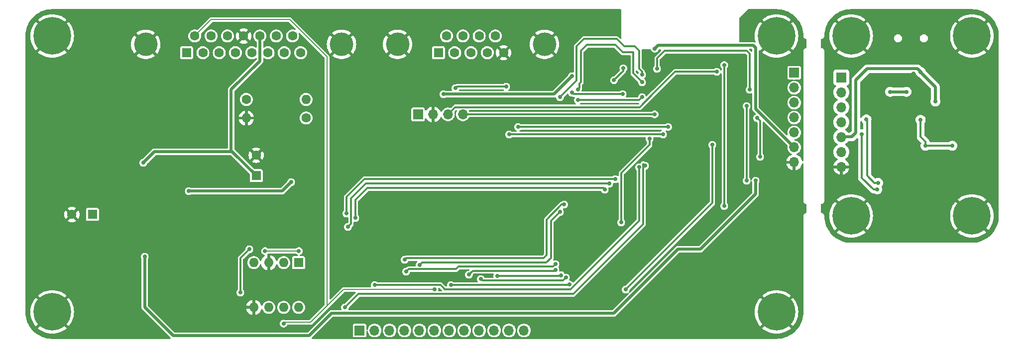
<source format=gbr>
%TF.GenerationSoftware,KiCad,Pcbnew,8.0.4*%
%TF.CreationDate,2024-07-28T20:36:00+02:00*%
%TF.ProjectId,BLDC_driver,424c4443-5f64-4726-9976-65722e6b6963,rev?*%
%TF.SameCoordinates,Original*%
%TF.FileFunction,Copper,L2,Bot*%
%TF.FilePolarity,Positive*%
%FSLAX46Y46*%
G04 Gerber Fmt 4.6, Leading zero omitted, Abs format (unit mm)*
G04 Created by KiCad (PCBNEW 8.0.4) date 2024-07-28 20:36:00*
%MOMM*%
%LPD*%
G01*
G04 APERTURE LIST*
%TA.AperFunction,ComponentPad*%
%ADD10R,1.700000X1.700000*%
%TD*%
%TA.AperFunction,ComponentPad*%
%ADD11O,1.700000X1.700000*%
%TD*%
%TA.AperFunction,ComponentPad*%
%ADD12O,1.600000X1.600000*%
%TD*%
%TA.AperFunction,ComponentPad*%
%ADD13R,1.600000X1.600000*%
%TD*%
%TA.AperFunction,ComponentPad*%
%ADD14C,1.600000*%
%TD*%
%TA.AperFunction,ComponentPad*%
%ADD15C,4.000000*%
%TD*%
%TA.AperFunction,ComponentPad*%
%ADD16C,0.800000*%
%TD*%
%TA.AperFunction,ComponentPad*%
%ADD17C,6.400000*%
%TD*%
%TA.AperFunction,ViaPad*%
%ADD18C,0.700000*%
%TD*%
%TA.AperFunction,Conductor*%
%ADD19C,0.300000*%
%TD*%
%TA.AperFunction,Conductor*%
%ADD20C,0.500000*%
%TD*%
%TA.AperFunction,Conductor*%
%ADD21C,0.200000*%
%TD*%
G04 APERTURE END LIST*
D10*
%TO.P,J4,1,Pin_1*%
%TO.N,/IO32*%
X103090000Y-104750000D03*
D11*
%TO.P,J4,2,Pin_2*%
%TO.N,/IO33*%
X105630000Y-104750000D03*
%TO.P,J4,3,Pin_3*%
%TO.N,/IO35*%
X108170000Y-104750000D03*
%TO.P,J4,4,Pin_4*%
%TO.N,/IO36*%
X110710000Y-104750000D03*
%TO.P,J4,5,Pin_5*%
%TO.N,/IO39*%
X113250000Y-104750000D03*
%TO.P,J4,6,Pin_6*%
%TO.N,/CTRL*%
X115790000Y-104750000D03*
%TO.P,J4,7,Pin_7*%
%TO.N,/IO15*%
X118330000Y-104750000D03*
%TO.P,J4,8,Pin_8*%
%TO.N,/IO14*%
X120870000Y-104750000D03*
%TO.P,J4,9,Pin_9*%
%TO.N,/IO13*%
X123410000Y-104750000D03*
%TO.P,J4,10,Pin_10*%
%TO.N,/IO12*%
X125950000Y-104750000D03*
%TO.P,J4,11,Pin_11*%
%TO.N,/IO2*%
X128490000Y-104750000D03*
%TO.P,J4,12,Pin_12*%
%TO.N,/IO4*%
X131030000Y-104750000D03*
%TD*%
D10*
%TO.P,J6,1,Pin_1*%
%TO.N,/U0RX USB*%
X185025000Y-61650000D03*
D11*
%TO.P,J6,2,Pin_2*%
%TO.N,/U0TX USB*%
X185025000Y-64190000D03*
%TO.P,J6,3,Pin_3*%
%TO.N,/EN USB*%
X185025000Y-66730000D03*
%TO.P,J6,4,Pin_4*%
%TO.N,/GPIO0 USB*%
X185025000Y-69270000D03*
%TO.P,J6,5,Pin_5*%
%TO.N,/+5V USB*%
X185025000Y-71810000D03*
%TO.P,J6,6,Pin_6*%
%TO.N,/+3.3V USB*%
X185025000Y-74350000D03*
%TO.P,J6,7,Pin_7*%
%TO.N,GND1*%
X185025000Y-76890000D03*
%TD*%
%TO.P,J3,7,Pin_7*%
%TO.N,GND*%
X177000000Y-76115000D03*
%TO.P,J3,6,Pin_6*%
%TO.N,+3.3V*%
X177000000Y-73575000D03*
%TO.P,J3,5,Pin_5*%
%TO.N,+5V*%
X177000000Y-71035000D03*
%TO.P,J3,4,Pin_4*%
%TO.N,/GPIO0*%
X177000000Y-68495000D03*
%TO.P,J3,3,Pin_3*%
%TO.N,/EN*%
X177000000Y-65955000D03*
%TO.P,J3,2,Pin_2*%
%TO.N,/U0TX*%
X177000000Y-63415000D03*
D10*
%TO.P,J3,1,Pin_1*%
%TO.N,/U0RX*%
X177000000Y-60875000D03*
%TD*%
D12*
%TO.P,U4,8,V+*%
%TO.N,+5V*%
X92700000Y-100820000D03*
%TO.P,U4,7*%
%TO.N,/CTRL*%
X90160000Y-100820000D03*
%TO.P,U4,6,-*%
%TO.N,Net-(U4B--)*%
X87620000Y-100820000D03*
%TO.P,U4,5,+*%
%TO.N,GND*%
X85080000Y-100820000D03*
%TO.P,U4,4,V-*%
%TO.N,-5V*%
X85080000Y-93200000D03*
%TO.P,U4,3,+*%
%TO.N,GND*%
X87620000Y-93200000D03*
%TO.P,U4,2,-*%
%TO.N,Net-(U4A--)*%
X90160000Y-93200000D03*
D13*
%TO.P,U4,1*%
%TO.N,Net-(R5-Pad2)*%
X92700000Y-93200000D03*
%TD*%
D14*
%TO.P,R3,1*%
%TO.N,/RPM DIVIDED*%
X93980000Y-68580000D03*
D12*
%TO.P,R3,2*%
%TO.N,GND*%
X83820000Y-68580000D03*
%TD*%
D14*
%TO.P,R1,1*%
%TO.N,/RPM*%
X83820000Y-65405000D03*
D12*
%TO.P,R1,2*%
%TO.N,/RPM DIVIDED*%
X93980000Y-65405000D03*
%TD*%
D15*
%TO.P,J5,0,PAD*%
%TO.N,GND*%
X134535000Y-56030000D03*
X109535000Y-56030000D03*
D13*
%TO.P,J5,1,1*%
%TO.N,unconnected-(J5-Pad1)*%
X116495000Y-57450000D03*
D14*
%TO.P,J5,2,2*%
%TO.N,/T1OUT*%
X119265000Y-57450000D03*
%TO.P,J5,3,3*%
%TO.N,/R1IN*%
X122035000Y-57450000D03*
%TO.P,J5,4,4*%
%TO.N,unconnected-(J5-Pad4)*%
X124805000Y-57450000D03*
%TO.P,J5,5,5*%
%TO.N,GND*%
X127575000Y-57450000D03*
%TO.P,J5,6,6*%
%TO.N,unconnected-(J5-Pad6)*%
X117880000Y-54610000D03*
%TO.P,J5,7,7*%
%TO.N,unconnected-(J5-Pad7)*%
X120650000Y-54610000D03*
%TO.P,J5,8,8*%
%TO.N,unconnected-(J5-Pad8)*%
X123420000Y-54610000D03*
%TO.P,J5,9,9*%
%TO.N,unconnected-(J5-Pad9)*%
X126190000Y-54610000D03*
%TD*%
D10*
%TO.P,J2,1,Pin_1*%
%TO.N,+3.3V*%
X113030000Y-67945000D03*
D11*
%TO.P,J2,2,Pin_2*%
%TO.N,GND*%
X115570000Y-67945000D03*
%TO.P,J2,3,Pin_3*%
%TO.N,/SCL*%
X118110000Y-67945000D03*
%TO.P,J2,4,Pin_4*%
%TO.N,/SDA*%
X120650000Y-67945000D03*
%TD*%
D16*
%TO.P,H4,1,1*%
%TO.N,GND*%
X171590000Y-101600000D03*
X172292944Y-99902944D03*
X172292944Y-103297056D03*
X173990000Y-99200000D03*
D17*
X173990000Y-101600000D03*
D16*
X173990000Y-104000000D03*
X175687056Y-99902944D03*
X175687056Y-103297056D03*
X176390000Y-101600000D03*
%TD*%
%TO.P,H3,1,1*%
%TO.N,GND*%
X171590000Y-54610000D03*
X172292944Y-52912944D03*
X172292944Y-56307056D03*
X173990000Y-52210000D03*
D17*
X173990000Y-54610000D03*
D16*
X173990000Y-57010000D03*
X175687056Y-52912944D03*
X175687056Y-56307056D03*
X176390000Y-54610000D03*
%TD*%
%TO.P,H8,1,1*%
%TO.N,GND1*%
X209617944Y-85250000D03*
X208915000Y-86947056D03*
X208915000Y-83552944D03*
X207217944Y-87650000D03*
D17*
X207217944Y-85250000D03*
D16*
X207217944Y-82850000D03*
X205520888Y-86947056D03*
X205520888Y-83552944D03*
X204817944Y-85250000D03*
%TD*%
%TO.P,H7,1,1*%
%TO.N,GND1*%
X204817944Y-54610000D03*
X205520888Y-52912944D03*
X205520888Y-56307056D03*
X207217944Y-52210000D03*
D17*
X207217944Y-54610000D03*
D16*
X207217944Y-57010000D03*
X208915000Y-52912944D03*
X208915000Y-56307056D03*
X209617944Y-54610000D03*
%TD*%
%TO.P,H2,1,1*%
%TO.N,GND*%
X48400000Y-54610000D03*
X49102944Y-52912944D03*
X49102944Y-56307056D03*
X50800000Y-52210000D03*
D17*
X50800000Y-54610000D03*
D16*
X50800000Y-57010000D03*
X52497056Y-52912944D03*
X52497056Y-56307056D03*
X53200000Y-54610000D03*
%TD*%
%TO.P,H1,1,1*%
%TO.N,GND*%
X53200000Y-101600000D03*
X52497056Y-103297056D03*
X52497056Y-99902944D03*
X50800000Y-104000000D03*
D17*
X50800000Y-101600000D03*
D16*
X50800000Y-99200000D03*
X49102944Y-103297056D03*
X49102944Y-99902944D03*
X48400000Y-101600000D03*
%TD*%
%TO.P,H6,1,1*%
%TO.N,GND1*%
X184290000Y-54610000D03*
X184992944Y-52912944D03*
X184992944Y-56307056D03*
X186690000Y-52210000D03*
D17*
X186690000Y-54610000D03*
D16*
X186690000Y-57010000D03*
X188387056Y-52912944D03*
X188387056Y-56307056D03*
X189090000Y-54610000D03*
%TD*%
%TO.P,H5,1,1*%
%TO.N,GND1*%
X189090000Y-85250000D03*
X188387056Y-86947056D03*
X188387056Y-83552944D03*
X186690000Y-87650000D03*
D17*
X186690000Y-85250000D03*
D16*
X186690000Y-82850000D03*
X184992944Y-86947056D03*
X184992944Y-83552944D03*
X184290000Y-85250000D03*
%TD*%
D14*
%TO.P,C11,2*%
%TO.N,GND*%
X54152651Y-85000000D03*
D13*
%TO.P,C11,1*%
%TO.N,+5V*%
X57652651Y-85000000D03*
%TD*%
D14*
%TO.P,C9,2*%
%TO.N,GND*%
X85500000Y-74902651D03*
D13*
%TO.P,C9,1*%
%TO.N,+24V*%
X85500000Y-78402651D03*
%TD*%
D15*
%TO.P,J1,0,PAD*%
%TO.N,GND*%
X100010000Y-56030000D03*
X66710000Y-56030000D03*
D13*
%TO.P,J1,1,1*%
%TO.N,/DIR*%
X73665000Y-57450000D03*
D14*
%TO.P,J1,2,2*%
%TO.N,unconnected-(J1-Pad2)*%
X76435000Y-57450000D03*
%TO.P,J1,3,3*%
%TO.N,unconnected-(J1-Pad3)*%
X79205000Y-57450000D03*
%TO.P,J1,4,4*%
%TO.N,unconnected-(J1-Pad4)*%
X81975000Y-57450000D03*
%TO.P,J1,5,5*%
%TO.N,unconnected-(J1-Pad5)*%
X84745000Y-57450000D03*
%TO.P,J1,6,6*%
%TO.N,unconnected-(J1-Pad6)*%
X87515000Y-57450000D03*
%TO.P,J1,7,7*%
%TO.N,unconnected-(J1-Pad7)*%
X90285000Y-57450000D03*
%TO.P,J1,8,8*%
%TO.N,unconnected-(J1-Pad8)*%
X93055000Y-57450000D03*
%TO.P,J1,9,P9*%
%TO.N,/CTRL*%
X75050000Y-54610000D03*
%TO.P,J1,10,P10*%
%TO.N,unconnected-(J1-P10-Pad10)*%
X77820000Y-54610000D03*
%TO.P,J1,11,P111*%
%TO.N,unconnected-(J1-P111-Pad11)*%
X80590000Y-54610000D03*
%TO.P,J1,12,P12*%
%TO.N,GND*%
X83360000Y-54610000D03*
%TO.P,J1,13,P13*%
%TO.N,+24V*%
X86130000Y-54610000D03*
%TO.P,J1,14,P14*%
%TO.N,/RPM*%
X88900000Y-54610000D03*
%TO.P,J1,15,P15*%
%TO.N,unconnected-(J1-P15-Pad15)*%
X91670000Y-54610000D03*
%TD*%
D18*
%TO.N,GND*%
X80060800Y-65989200D03*
X79908400Y-69088000D03*
X79857600Y-70866000D03*
X67005200Y-67665600D03*
X67056000Y-65989200D03*
%TO.N,GND1*%
X204317600Y-70053200D03*
%TO.N,GND*%
X64211200Y-84937600D03*
X139801600Y-76911200D03*
X142646400Y-58369200D03*
%TO.N,/EN*%
X146354800Y-62128400D03*
X147929600Y-60096400D03*
%TO.N,GND*%
X172720000Y-71577200D03*
X169011600Y-54203600D03*
X176631600Y-83464400D03*
X159512000Y-66598800D03*
X159410400Y-59436000D03*
X153771600Y-73812400D03*
X164084000Y-58318400D03*
X151681914Y-57244714D03*
X156006800Y-65176400D03*
X157429200Y-65176400D03*
X156718000Y-65938400D03*
X156006800Y-66598800D03*
X157378400Y-66598800D03*
X158089600Y-65836800D03*
X158089600Y-64516000D03*
X157378400Y-63804800D03*
X155905200Y-63804800D03*
X156718000Y-64465200D03*
X155295600Y-64465200D03*
X155295600Y-65989200D03*
X123698000Y-69850000D03*
X124460000Y-74930000D03*
X131826000Y-88900000D03*
X119126000Y-83312000D03*
%TO.N,Net-(U4B--)*%
X84328000Y-90932000D03*
X82804000Y-98298000D03*
%TO.N,GND*%
X82042000Y-86360000D03*
X65024000Y-99060000D03*
X69088000Y-99314000D03*
X72136000Y-92202000D03*
X75438000Y-94996000D03*
X70866000Y-80772000D03*
X77978000Y-77724000D03*
X66548000Y-72644000D03*
X96520000Y-79502000D03*
X91948000Y-73152000D03*
%TO.N,/IO32*%
X100584000Y-100838000D03*
X151638000Y-76708000D03*
%TO.N,/IO39*%
X113284000Y-93615000D03*
X137160000Y-84582000D03*
X140208000Y-63754000D03*
X151130000Y-62484000D03*
%TO.N,/RPM DIVIDED*%
X119380000Y-63500000D03*
X139192000Y-64262000D03*
X147828000Y-64516000D03*
X128016000Y-63246000D03*
%TO.N,/IO36*%
X110998000Y-94742000D03*
X136398000Y-93472000D03*
X137160000Y-65024000D03*
X151130000Y-61214000D03*
%TO.N,/IO33*%
X105664000Y-97028000D03*
X150622000Y-76962000D03*
%TO.N,/DAC1*%
X102362000Y-85598000D03*
X144780000Y-80772000D03*
%TO.N,/DAC2*%
X145542000Y-79756000D03*
%TO.N,/DIR control*%
X100838000Y-84836000D03*
X146558000Y-78994000D03*
%TO.N,/IO14*%
X121666000Y-95250000D03*
X136398000Y-94488000D03*
%TO.N,/IO12*%
X126492000Y-95504000D03*
X137371014Y-95355507D03*
%TO.N,/IO13*%
X123698000Y-96012000D03*
X138176000Y-95758000D03*
%TO.N,/IO15*%
X118618000Y-97028000D03*
X138746000Y-96914025D03*
%TO.N,/SCL*%
X163830000Y-60706000D03*
%TO.N,/SDA*%
X153263600Y-67945000D03*
%TO.N,/SW2*%
X165100000Y-59560000D03*
%TO.N,/IO4*%
X148336000Y-97790000D03*
X163068000Y-73152000D03*
%TO.N,/SW2*%
X165100000Y-83566000D03*
%TO.N,/SW4*%
X147574000Y-86360000D03*
X152400000Y-72136000D03*
%TO.N,/SW3*%
X168910000Y-79248000D03*
X168910000Y-66548000D03*
%TO.N,/SW1*%
X171196000Y-75184000D03*
X170688000Y-68580000D03*
%TO.N,/EN*%
X153670000Y-60198000D03*
X169418000Y-63754000D03*
%TO.N,+5V*%
X170434000Y-79248000D03*
X66548000Y-92200000D03*
%TO.N,+3.3V*%
X153289000Y-56769000D03*
X139192000Y-61468000D03*
X117348000Y-64516000D03*
%TO.N,/CTRL*%
X115824000Y-97790000D03*
X90160000Y-103578000D03*
%TO.N,+24V*%
X66294000Y-76200000D03*
%TO.N,+5V*%
X91440000Y-79502000D03*
X74014000Y-81026000D03*
%TO.N,/U2TX*%
X130048000Y-70104000D03*
X155549600Y-70104000D03*
%TO.N,/U2RX*%
X128524000Y-71374000D03*
X154686000Y-71374000D03*
%TO.N,/GPIO0 USB*%
X191112500Y-80712500D03*
%TO.N,/EN USB*%
X191250000Y-79625000D03*
%TO.N,Net-(R5-Pad2)*%
X92750000Y-91238000D03*
X87000000Y-91238000D03*
%TO.N,GND1*%
X204000000Y-60250000D03*
%TO.N,/+5V USB*%
X201000000Y-65750000D03*
X198500000Y-60750000D03*
%TO.N,/EN USB*%
X189282525Y-68817475D03*
%TO.N,GND1*%
X191300000Y-64300000D03*
%TO.N,/+3.3V USB*%
X193300000Y-64100000D03*
X196100000Y-64100000D03*
%TO.N,/RTS*%
X203900000Y-73300000D03*
X199350000Y-73300000D03*
X198500000Y-68900000D03*
%TO.N,GND1*%
X196000000Y-55400000D03*
X203300000Y-57600000D03*
X190300000Y-57600000D03*
X190400000Y-52100000D03*
X203400000Y-52100000D03*
X207000000Y-63500000D03*
X197250000Y-61000000D03*
%TO.N,/GPIO0 USB*%
X188500000Y-71374000D03*
%TO.N,/DAC2*%
X101092000Y-87122000D03*
%TO.N,/IO35*%
X151130000Y-65024000D03*
X110744000Y-92710000D03*
X137860000Y-83312000D03*
X140208000Y-65532000D03*
%TO.N,GND*%
X172008800Y-66395600D03*
%TD*%
D19*
%TO.N,/GPIO0 USB*%
X190537500Y-80712500D02*
X191112500Y-80712500D01*
X188500000Y-71374000D02*
X188500000Y-78750000D01*
X188500000Y-78750000D02*
X190500000Y-80750000D01*
X190500000Y-80750000D02*
X190537500Y-80712500D01*
%TO.N,/IO35*%
X134874000Y-85878050D02*
X137440050Y-83312000D01*
X134366000Y-92456000D02*
X134874000Y-91948000D01*
X110998000Y-92456000D02*
X134366000Y-92456000D01*
X137440050Y-83312000D02*
X137860000Y-83312000D01*
X110744000Y-92710000D02*
X110998000Y-92456000D01*
X134874000Y-91948000D02*
X134874000Y-85878050D01*
%TO.N,/IO39*%
X134823200Y-93218000D02*
X113681000Y-93218000D01*
X113681000Y-93218000D02*
X113284000Y-93615000D01*
X135636000Y-92405200D02*
X134823200Y-93218000D01*
X135636000Y-86106000D02*
X135636000Y-92405200D01*
X137160000Y-84582000D02*
X135636000Y-86106000D01*
%TO.N,/IO14*%
X136296400Y-94589600D02*
X136398000Y-94488000D01*
X122326400Y-94589600D02*
X136296400Y-94589600D01*
X121666000Y-95250000D02*
X122326400Y-94589600D01*
%TO.N,/IO36*%
X111425000Y-94315000D02*
X110998000Y-94742000D01*
X119466500Y-94315000D02*
X111425000Y-94315000D01*
X119903100Y-93878400D02*
X119466500Y-94315000D01*
X136398000Y-93472000D02*
X135991600Y-93878400D01*
X135991600Y-93878400D02*
X119903100Y-93878400D01*
%TO.N,/EN*%
X147929600Y-60096400D02*
X147929600Y-60553600D01*
X147929600Y-60553600D02*
X146354800Y-62128400D01*
%TO.N,GND*%
X159512000Y-68072000D02*
X159512000Y-66598800D01*
X153771600Y-73812400D02*
X159512000Y-68072000D01*
%TO.N,/SDA*%
X153263600Y-67945000D02*
X120650000Y-67945000D01*
%TO.N,/U2RX*%
X128524000Y-71374000D02*
X154686000Y-71374000D01*
%TO.N,/U2TX*%
X130048000Y-70104000D02*
X155549600Y-70104000D01*
%TO.N,GND*%
X131826000Y-88900000D02*
X131826000Y-88646000D01*
%TO.N,Net-(U4B--)*%
X84328000Y-90932000D02*
X82804000Y-92456000D01*
X82804000Y-92456000D02*
X82804000Y-98298000D01*
%TO.N,GND*%
X96520000Y-79502000D02*
X96520000Y-79756000D01*
%TO.N,/IO32*%
X102870000Y-98552000D02*
X100584000Y-100838000D01*
X104648000Y-98552000D02*
X102870000Y-98552000D01*
X139446000Y-98552000D02*
X104648000Y-98552000D01*
X151322000Y-86676000D02*
X139446000Y-98552000D01*
X151322000Y-76392000D02*
X151322000Y-86676000D01*
X151638000Y-76708000D02*
X151322000Y-76392000D01*
%TO.N,/IO35*%
X151130000Y-65024000D02*
X150622000Y-65532000D01*
%TO.N,/IO39*%
X140462000Y-63500000D02*
X140208000Y-63754000D01*
X140462000Y-62738000D02*
X140462000Y-63500000D01*
X140716000Y-62484000D02*
X140462000Y-62738000D01*
X141732000Y-56134000D02*
X140716000Y-57150000D01*
X146558000Y-56134000D02*
X141732000Y-56134000D01*
X149606000Y-57404000D02*
X147828000Y-57404000D01*
X151130000Y-62484000D02*
X149606000Y-60960000D01*
X140716000Y-57150000D02*
X140716000Y-62484000D01*
X147828000Y-57404000D02*
X146558000Y-56134000D01*
X149606000Y-60960000D02*
X149606000Y-57404000D01*
D20*
%TO.N,+3.3V*%
X169992000Y-56200000D02*
X170434000Y-56642000D01*
X170434000Y-67009000D02*
X177000000Y-73575000D01*
X153858000Y-56200000D02*
X169992000Y-56200000D01*
X153289000Y-56769000D02*
X153858000Y-56200000D01*
X170434000Y-56642000D02*
X170434000Y-67009000D01*
D19*
%TO.N,/RPM DIVIDED*%
X128016000Y-63246000D02*
X119634000Y-63246000D01*
X147828000Y-64516000D02*
X139446000Y-64516000D01*
X139446000Y-64516000D02*
X139192000Y-64262000D01*
X119634000Y-63246000D02*
X119380000Y-63500000D01*
%TO.N,/IO36*%
X139954000Y-56388000D02*
X139954000Y-62230000D01*
X141224000Y-55118000D02*
X139954000Y-56388000D01*
X146304000Y-55118000D02*
X141224000Y-55118000D01*
X139954000Y-62230000D02*
X137160000Y-65024000D01*
X146812000Y-55118000D02*
X146304000Y-55118000D01*
X148082000Y-56388000D02*
X146812000Y-55118000D01*
X150114000Y-56642000D02*
X149860000Y-56388000D01*
X150622000Y-57150000D02*
X150114000Y-56642000D01*
X150622000Y-60198000D02*
X150622000Y-57150000D01*
X151130000Y-61214000D02*
X151130000Y-60706000D01*
X151130000Y-60706000D02*
X150876000Y-60452000D01*
X149860000Y-56388000D02*
X148082000Y-56388000D01*
X150876000Y-60452000D02*
X150622000Y-60198000D01*
%TO.N,/IO33*%
X116840000Y-97028000D02*
X105664000Y-97028000D01*
X117540000Y-97728000D02*
X117348000Y-97536000D01*
X138921975Y-97728000D02*
X117540000Y-97728000D01*
X150622000Y-76962000D02*
X150622000Y-86027975D01*
X150622000Y-86027975D02*
X138921975Y-97728000D01*
X117348000Y-97536000D02*
X116840000Y-97028000D01*
%TO.N,/IO12*%
X137222521Y-95504000D02*
X137371014Y-95355507D01*
X126492000Y-95504000D02*
X137222521Y-95504000D01*
%TO.N,/IO13*%
X123952000Y-96266000D02*
X123698000Y-96012000D01*
X137668000Y-96266000D02*
X123952000Y-96266000D01*
X138176000Y-95758000D02*
X137668000Y-96266000D01*
%TO.N,/DAC1*%
X144526000Y-80518000D02*
X144780000Y-80772000D01*
X102362000Y-85598000D02*
X102362000Y-82550000D01*
X104394000Y-80518000D02*
X144526000Y-80518000D01*
X102362000Y-82550000D02*
X104394000Y-80518000D01*
%TO.N,/DAC2*%
X101600000Y-82296000D02*
X104140000Y-79756000D01*
X101600000Y-86614000D02*
X101600000Y-82296000D01*
X104140000Y-79756000D02*
X145542000Y-79756000D01*
X101092000Y-87122000D02*
X101600000Y-86614000D01*
%TO.N,/SW4*%
X147574000Y-77978000D02*
X147574000Y-86360000D01*
X152400000Y-73152000D02*
X147574000Y-77978000D01*
X152400000Y-72136000D02*
X152400000Y-73152000D01*
%TO.N,/EN*%
X153670000Y-58420000D02*
X153670000Y-60198000D01*
X168910000Y-57150000D02*
X154940000Y-57150000D01*
X169418000Y-57658000D02*
X168910000Y-57150000D01*
X154940000Y-57150000D02*
X153670000Y-58420000D01*
X169418000Y-63754000D02*
X169418000Y-57658000D01*
%TO.N,/DIR control*%
X100838000Y-82042000D02*
X100838000Y-84836000D01*
X101600000Y-81280000D02*
X100838000Y-82042000D01*
X103886000Y-78994000D02*
X101600000Y-81280000D01*
X146558000Y-78994000D02*
X103886000Y-78994000D01*
%TO.N,/IO15*%
X138632025Y-97028000D02*
X118618000Y-97028000D01*
X138746000Y-96914025D02*
X138632025Y-97028000D01*
%TO.N,/SCL*%
X153162000Y-64262000D02*
X156718000Y-60706000D01*
X150679000Y-66745000D02*
X153162000Y-64262000D01*
X119310000Y-66745000D02*
X150679000Y-66745000D01*
X156718000Y-60706000D02*
X163830000Y-60706000D01*
X118110000Y-67945000D02*
X119310000Y-66745000D01*
%TO.N,/SW2*%
X165100000Y-83566000D02*
X165100000Y-59560000D01*
%TO.N,/IO4*%
X163068000Y-83058000D02*
X163068000Y-73152000D01*
X148336000Y-97790000D02*
X163068000Y-83058000D01*
%TO.N,/SW3*%
X168910000Y-79248000D02*
X168910000Y-66548000D01*
%TO.N,/SW1*%
X171196000Y-69088000D02*
X170688000Y-68580000D01*
X171196000Y-75184000D02*
X171196000Y-69088000D01*
D20*
%TO.N,+5V*%
X170434000Y-81534000D02*
X170434000Y-79248000D01*
X161798000Y-90170000D02*
X170434000Y-81534000D01*
X146304000Y-101854000D02*
X157226000Y-90932000D01*
X161036000Y-90932000D02*
X161798000Y-90170000D01*
X98298000Y-101854000D02*
X146304000Y-101854000D01*
X94488000Y-105664000D02*
X98298000Y-101854000D01*
X94234000Y-105664000D02*
X94488000Y-105664000D01*
X157226000Y-90932000D02*
X161036000Y-90932000D01*
X66548000Y-100838000D02*
X71374000Y-105664000D01*
X71374000Y-105664000D02*
X94234000Y-105664000D01*
X66548000Y-92200000D02*
X66548000Y-100838000D01*
%TO.N,+3.3V*%
X117348000Y-64516000D02*
X136144000Y-64516000D01*
X136144000Y-64516000D02*
X139192000Y-61468000D01*
D21*
%TO.N,/CTRL*%
X91186000Y-51816000D02*
X77844000Y-51816000D01*
X97409000Y-100711000D02*
X97536000Y-100584000D01*
X97536000Y-100584000D02*
X97536000Y-58166000D01*
X97409000Y-100711000D02*
X100330000Y-97790000D01*
X77844000Y-51816000D02*
X75050000Y-54610000D01*
X94742000Y-103378000D02*
X97409000Y-100711000D01*
X97536000Y-58166000D02*
X91186000Y-51816000D01*
X100330000Y-97790000D02*
X115824000Y-97790000D01*
X90160000Y-103578000D02*
X90360000Y-103378000D01*
X90360000Y-103378000D02*
X94742000Y-103378000D01*
D20*
%TO.N,+24V*%
X68191674Y-74302326D02*
X66294000Y-76200000D01*
X81399674Y-74302326D02*
X68191674Y-74302326D01*
X81250000Y-74152651D02*
X81399674Y-74302326D01*
X81399674Y-74302326D02*
X85500000Y-78402651D01*
%TO.N,+5V*%
X89916000Y-81026000D02*
X91440000Y-79502000D01*
X74014000Y-81026000D02*
X89916000Y-81026000D01*
D19*
%TO.N,/EN USB*%
X189400000Y-78400000D02*
X189400000Y-68934950D01*
X190625000Y-79625000D02*
X189400000Y-78400000D01*
X189400000Y-68934950D02*
X189282525Y-68817475D01*
X191250000Y-79625000D02*
X190625000Y-79625000D01*
D21*
%TO.N,Net-(R5-Pad2)*%
X87000000Y-91238000D02*
X92750000Y-91238000D01*
D20*
%TO.N,/+5V USB*%
X201000000Y-63250000D02*
X201000000Y-65750000D01*
X198500000Y-60750000D02*
X201000000Y-63250000D01*
X198450000Y-60700000D02*
X198500000Y-60750000D01*
X186810000Y-71790000D02*
X185000000Y-71790000D01*
X187500000Y-71100000D02*
X186810000Y-71790000D01*
X187500000Y-62100000D02*
X187500000Y-71100000D01*
X189400000Y-60200000D02*
X187500000Y-62100000D01*
X197950000Y-60200000D02*
X189400000Y-60200000D01*
X198450000Y-60700000D02*
X197950000Y-60200000D01*
%TO.N,/+3.3V USB*%
X196100000Y-64100000D02*
X193300000Y-64100000D01*
D19*
%TO.N,/RTS*%
X199350000Y-72600000D02*
X198500000Y-71750000D01*
X198500000Y-71750000D02*
X198500000Y-68900000D01*
X199350000Y-73300000D02*
X199350000Y-72600000D01*
X203900000Y-73300000D02*
X199350000Y-73300000D01*
D20*
%TO.N,+24V*%
X81250000Y-63750000D02*
X81250000Y-74152651D01*
X86130000Y-54610000D02*
X86130000Y-58870000D01*
X86130000Y-58870000D02*
X81250000Y-63750000D01*
D19*
%TO.N,/IO35*%
X150622000Y-65532000D02*
X140208000Y-65532000D01*
%TD*%
%TA.AperFunction,Conductor*%
%TO.N,GND1*%
G36*
X207220642Y-50030618D02*
G01*
X207611677Y-50047694D01*
X207622418Y-50048634D01*
X208007797Y-50099373D01*
X208018437Y-50101250D01*
X208397909Y-50185380D01*
X208408352Y-50188177D01*
X208779015Y-50305050D01*
X208779044Y-50305059D01*
X208789210Y-50308759D01*
X209148311Y-50457507D01*
X209158115Y-50462079D01*
X209502879Y-50641554D01*
X209512226Y-50646950D01*
X209840028Y-50855786D01*
X209840050Y-50855800D01*
X209848910Y-50862004D01*
X210157269Y-51098619D01*
X210165544Y-51105562D01*
X210296153Y-51225244D01*
X210452118Y-51368161D01*
X210459767Y-51375810D01*
X210722357Y-51662380D01*
X210729310Y-51670667D01*
X210965917Y-51979020D01*
X210972122Y-51987881D01*
X211180961Y-52315695D01*
X211186370Y-52325064D01*
X211365844Y-52669833D01*
X211370407Y-52679618D01*
X211519155Y-53038731D01*
X211522852Y-53048887D01*
X211639730Y-53419579D01*
X211642530Y-53430028D01*
X211726657Y-53809502D01*
X211728535Y-53820155D01*
X211779267Y-54205502D01*
X211780210Y-54216277D01*
X211794931Y-54553458D01*
X211797326Y-54608295D01*
X211797444Y-54613704D01*
X211797444Y-85247293D01*
X211797326Y-85252702D01*
X211780254Y-85643724D01*
X211779311Y-85654500D01*
X211728578Y-86039853D01*
X211726700Y-86050506D01*
X211642573Y-86429983D01*
X211639773Y-86440432D01*
X211522895Y-86811123D01*
X211519195Y-86821289D01*
X211370453Y-87180385D01*
X211365882Y-87190188D01*
X211186408Y-87534957D01*
X211180999Y-87544326D01*
X210972158Y-87872143D01*
X210965953Y-87881004D01*
X210729344Y-88189361D01*
X210722391Y-88197648D01*
X210459792Y-88484227D01*
X210452143Y-88491876D01*
X210165584Y-88754461D01*
X210157297Y-88761414D01*
X209848936Y-88998030D01*
X209840075Y-89004235D01*
X209512259Y-89213080D01*
X209502890Y-89218489D01*
X209158129Y-89397962D01*
X209148326Y-89402534D01*
X208789229Y-89551280D01*
X208779063Y-89554980D01*
X208408369Y-89671862D01*
X208397920Y-89674662D01*
X208018443Y-89758793D01*
X208007790Y-89760671D01*
X207622439Y-89811407D01*
X207611663Y-89812350D01*
X207221650Y-89829382D01*
X207216240Y-89829500D01*
X186692706Y-89829500D01*
X186687297Y-89829382D01*
X186296276Y-89812310D01*
X186285501Y-89811367D01*
X186196792Y-89799688D01*
X185900151Y-89760634D01*
X185889498Y-89758756D01*
X185510021Y-89674628D01*
X185499572Y-89671828D01*
X185128879Y-89554949D01*
X185118714Y-89551249D01*
X184759618Y-89402507D01*
X184749814Y-89397935D01*
X184405057Y-89218465D01*
X184395689Y-89213057D01*
X184067869Y-89004213D01*
X184059008Y-88998008D01*
X183750646Y-88761394D01*
X183742359Y-88754440D01*
X183455795Y-88491853D01*
X183448146Y-88484204D01*
X183185559Y-88197640D01*
X183178605Y-88189353D01*
X182941991Y-87880991D01*
X182935786Y-87872130D01*
X182726942Y-87544310D01*
X182721534Y-87534942D01*
X182542061Y-87190178D01*
X182537492Y-87180381D01*
X182505251Y-87102543D01*
X182388744Y-86821270D01*
X182385055Y-86811135D01*
X182268168Y-86440416D01*
X182265374Y-86429990D01*
X182181241Y-86050493D01*
X182179365Y-86039848D01*
X182128630Y-85654477D01*
X182127690Y-85643742D01*
X182110618Y-85252701D01*
X182110559Y-85249999D01*
X182984922Y-85249999D01*
X182984922Y-85250000D01*
X183005219Y-85637287D01*
X183065886Y-86020323D01*
X183065887Y-86020330D01*
X183166262Y-86394936D01*
X183305244Y-86756994D01*
X183481310Y-87102543D01*
X183692531Y-87427793D01*
X183901095Y-87685350D01*
X183901096Y-87685350D01*
X185395748Y-86190698D01*
X185469588Y-86292330D01*
X185647670Y-86470412D01*
X185749300Y-86544251D01*
X184254648Y-88038903D01*
X184254649Y-88038904D01*
X184512206Y-88247468D01*
X184837456Y-88458689D01*
X185183005Y-88634755D01*
X185545063Y-88773737D01*
X185919669Y-88874112D01*
X185919676Y-88874113D01*
X186302712Y-88934780D01*
X186689999Y-88955078D01*
X186690001Y-88955078D01*
X187077287Y-88934780D01*
X187460323Y-88874113D01*
X187460330Y-88874112D01*
X187834936Y-88773737D01*
X188196994Y-88634755D01*
X188542543Y-88458689D01*
X188867783Y-88247476D01*
X188867785Y-88247475D01*
X189125349Y-88038902D01*
X187630698Y-86544251D01*
X187732330Y-86470412D01*
X187910412Y-86292330D01*
X187984251Y-86190698D01*
X189478902Y-87685349D01*
X189687475Y-87427785D01*
X189687476Y-87427783D01*
X189898689Y-87102543D01*
X190074755Y-86756994D01*
X190213737Y-86394936D01*
X190314112Y-86020330D01*
X190314113Y-86020323D01*
X190374780Y-85637287D01*
X190395078Y-85250000D01*
X190395078Y-85249999D01*
X203512866Y-85249999D01*
X203512866Y-85250000D01*
X203533163Y-85637287D01*
X203593830Y-86020323D01*
X203593831Y-86020330D01*
X203694206Y-86394936D01*
X203833188Y-86756994D01*
X204009254Y-87102543D01*
X204220475Y-87427793D01*
X204429039Y-87685350D01*
X204429040Y-87685350D01*
X205923692Y-86190698D01*
X205997532Y-86292330D01*
X206175614Y-86470412D01*
X206277244Y-86544251D01*
X204782592Y-88038903D01*
X204782593Y-88038904D01*
X205040150Y-88247468D01*
X205365400Y-88458689D01*
X205710949Y-88634755D01*
X206073007Y-88773737D01*
X206447613Y-88874112D01*
X206447620Y-88874113D01*
X206830656Y-88934780D01*
X207217943Y-88955078D01*
X207217945Y-88955078D01*
X207605231Y-88934780D01*
X207988267Y-88874113D01*
X207988274Y-88874112D01*
X208362880Y-88773737D01*
X208724938Y-88634755D01*
X209070487Y-88458689D01*
X209395727Y-88247476D01*
X209395729Y-88247475D01*
X209653293Y-88038902D01*
X208158642Y-86544251D01*
X208260274Y-86470412D01*
X208438356Y-86292330D01*
X208512195Y-86190698D01*
X210006846Y-87685349D01*
X210215419Y-87427785D01*
X210215420Y-87427783D01*
X210426633Y-87102543D01*
X210602699Y-86756994D01*
X210741681Y-86394936D01*
X210842056Y-86020330D01*
X210842057Y-86020323D01*
X210902724Y-85637287D01*
X210923022Y-85250000D01*
X210923022Y-85249999D01*
X210902724Y-84862712D01*
X210842057Y-84479676D01*
X210842056Y-84479669D01*
X210741681Y-84105063D01*
X210602699Y-83743005D01*
X210426633Y-83397456D01*
X210215412Y-83072206D01*
X210006848Y-82814649D01*
X210006847Y-82814648D01*
X208512195Y-84309300D01*
X208438356Y-84207670D01*
X208260274Y-84029588D01*
X208158642Y-83955748D01*
X209653294Y-82461096D01*
X209653294Y-82461095D01*
X209395737Y-82252531D01*
X209070487Y-82041310D01*
X208724938Y-81865244D01*
X208362880Y-81726262D01*
X207988274Y-81625887D01*
X207988267Y-81625886D01*
X207605231Y-81565219D01*
X207217945Y-81544922D01*
X207217943Y-81544922D01*
X206830656Y-81565219D01*
X206447620Y-81625886D01*
X206447613Y-81625887D01*
X206073007Y-81726262D01*
X205710949Y-81865244D01*
X205365400Y-82041310D01*
X205040150Y-82252531D01*
X204782592Y-82461095D01*
X204782592Y-82461096D01*
X206277245Y-83955748D01*
X206175614Y-84029588D01*
X205997532Y-84207670D01*
X205923692Y-84309300D01*
X204429040Y-82814648D01*
X204429039Y-82814648D01*
X204220475Y-83072206D01*
X204009254Y-83397456D01*
X203833188Y-83743005D01*
X203694206Y-84105063D01*
X203593831Y-84479669D01*
X203593830Y-84479676D01*
X203533163Y-84862712D01*
X203512866Y-85249999D01*
X190395078Y-85249999D01*
X190374780Y-84862712D01*
X190314113Y-84479676D01*
X190314112Y-84479669D01*
X190213737Y-84105063D01*
X190074755Y-83743005D01*
X189898689Y-83397456D01*
X189687468Y-83072206D01*
X189478904Y-82814649D01*
X189478903Y-82814648D01*
X187984251Y-84309300D01*
X187910412Y-84207670D01*
X187732330Y-84029588D01*
X187630698Y-83955748D01*
X189125350Y-82461096D01*
X189125350Y-82461095D01*
X188867793Y-82252531D01*
X188542543Y-82041310D01*
X188196994Y-81865244D01*
X187834936Y-81726262D01*
X187460330Y-81625887D01*
X187460323Y-81625886D01*
X187077287Y-81565219D01*
X186690001Y-81544922D01*
X186689999Y-81544922D01*
X186302712Y-81565219D01*
X185919676Y-81625886D01*
X185919669Y-81625887D01*
X185545063Y-81726262D01*
X185183005Y-81865244D01*
X184837456Y-82041310D01*
X184512206Y-82252531D01*
X184254648Y-82461095D01*
X184254648Y-82461096D01*
X185749301Y-83955748D01*
X185647670Y-84029588D01*
X185469588Y-84207670D01*
X185395748Y-84309300D01*
X183901096Y-82814648D01*
X183901095Y-82814648D01*
X183692531Y-83072206D01*
X183481310Y-83397456D01*
X183305244Y-83743005D01*
X183166262Y-84105063D01*
X183065887Y-84479669D01*
X183065886Y-84479676D01*
X183005219Y-84862712D01*
X182984922Y-85249999D01*
X182110559Y-85249999D01*
X182110500Y-85247293D01*
X182110500Y-85184110D01*
X182110500Y-85184108D01*
X182076392Y-85056814D01*
X182010500Y-84942686D01*
X181917314Y-84849500D01*
X181860250Y-84816554D01*
X181803187Y-84783608D01*
X181739539Y-84766554D01*
X181675892Y-84749500D01*
X181624000Y-84749500D01*
X181556961Y-84729815D01*
X181511206Y-84677011D01*
X181500000Y-84625500D01*
X181500000Y-83334500D01*
X181519685Y-83267461D01*
X181572489Y-83221706D01*
X181624000Y-83210500D01*
X181675890Y-83210500D01*
X181675892Y-83210500D01*
X181803186Y-83176392D01*
X181917314Y-83110500D01*
X182010500Y-83017314D01*
X182076392Y-82903186D01*
X182110500Y-82775892D01*
X182110500Y-64189999D01*
X183669341Y-64189999D01*
X183669341Y-64190000D01*
X183689936Y-64425403D01*
X183689938Y-64425413D01*
X183751094Y-64653655D01*
X183751096Y-64653659D01*
X183751097Y-64653663D01*
X183838272Y-64840610D01*
X183850965Y-64867830D01*
X183850967Y-64867834D01*
X183986501Y-65061395D01*
X183986506Y-65061402D01*
X184153597Y-65228493D01*
X184153603Y-65228498D01*
X184339158Y-65358425D01*
X184382783Y-65413002D01*
X184389977Y-65482500D01*
X184358454Y-65544855D01*
X184339158Y-65561575D01*
X184153597Y-65691505D01*
X183986505Y-65858597D01*
X183850965Y-66052169D01*
X183850964Y-66052171D01*
X183751098Y-66266335D01*
X183751094Y-66266344D01*
X183689938Y-66494586D01*
X183689936Y-66494596D01*
X183669341Y-66729999D01*
X183669341Y-66730000D01*
X183689936Y-66965403D01*
X183689938Y-66965413D01*
X183751094Y-67193655D01*
X183751096Y-67193659D01*
X183751097Y-67193663D01*
X183850965Y-67407830D01*
X183850967Y-67407834D01*
X183986501Y-67601395D01*
X183986506Y-67601402D01*
X184153597Y-67768493D01*
X184153603Y-67768498D01*
X184339158Y-67898425D01*
X184382783Y-67953002D01*
X184389977Y-68022500D01*
X184358454Y-68084855D01*
X184339158Y-68101575D01*
X184153597Y-68231505D01*
X183986505Y-68398597D01*
X183850965Y-68592169D01*
X183850964Y-68592171D01*
X183751098Y-68806335D01*
X183751094Y-68806344D01*
X183689938Y-69034586D01*
X183689936Y-69034596D01*
X183669341Y-69269999D01*
X183669341Y-69270000D01*
X183689936Y-69505403D01*
X183689938Y-69505413D01*
X183751094Y-69733655D01*
X183751096Y-69733659D01*
X183751097Y-69733663D01*
X183850965Y-69947830D01*
X183850967Y-69947834D01*
X183986501Y-70141395D01*
X183986506Y-70141402D01*
X184153597Y-70308493D01*
X184153603Y-70308498D01*
X184339158Y-70438425D01*
X184382783Y-70493002D01*
X184389977Y-70562500D01*
X184358454Y-70624855D01*
X184339158Y-70641575D01*
X184153597Y-70771505D01*
X183986505Y-70938597D01*
X183850965Y-71132169D01*
X183850964Y-71132171D01*
X183751098Y-71346335D01*
X183751094Y-71346344D01*
X183689938Y-71574586D01*
X183689936Y-71574596D01*
X183669341Y-71809999D01*
X183669341Y-71810000D01*
X183689936Y-72045403D01*
X183689938Y-72045413D01*
X183751094Y-72273655D01*
X183751096Y-72273659D01*
X183751097Y-72273663D01*
X183814791Y-72410255D01*
X183850965Y-72487830D01*
X183850967Y-72487834D01*
X183913410Y-72577011D01*
X183986504Y-72681400D01*
X183986506Y-72681402D01*
X184153597Y-72848493D01*
X184153603Y-72848498D01*
X184339158Y-72978425D01*
X184382783Y-73033002D01*
X184389977Y-73102500D01*
X184358454Y-73164855D01*
X184339158Y-73181575D01*
X184153597Y-73311505D01*
X183986505Y-73478597D01*
X183850965Y-73672169D01*
X183850964Y-73672171D01*
X183751098Y-73886335D01*
X183751094Y-73886344D01*
X183689938Y-74114586D01*
X183689936Y-74114596D01*
X183669341Y-74349999D01*
X183669341Y-74350000D01*
X183689936Y-74585403D01*
X183689938Y-74585413D01*
X183751094Y-74813655D01*
X183751096Y-74813659D01*
X183751097Y-74813663D01*
X183850965Y-75027830D01*
X183850967Y-75027834D01*
X183986501Y-75221395D01*
X183986506Y-75221402D01*
X184153597Y-75388493D01*
X184153603Y-75388498D01*
X184339594Y-75518730D01*
X184383219Y-75573307D01*
X184390413Y-75642805D01*
X184358890Y-75705160D01*
X184339595Y-75721880D01*
X184153922Y-75851890D01*
X184153920Y-75851891D01*
X183986891Y-76018920D01*
X183986886Y-76018926D01*
X183851400Y-76212420D01*
X183851399Y-76212422D01*
X183751570Y-76426507D01*
X183751567Y-76426513D01*
X183694364Y-76639999D01*
X183694364Y-76640000D01*
X184591988Y-76640000D01*
X184559075Y-76697007D01*
X184525000Y-76824174D01*
X184525000Y-76955826D01*
X184559075Y-77082993D01*
X184591988Y-77140000D01*
X183694364Y-77140000D01*
X183751567Y-77353486D01*
X183751570Y-77353492D01*
X183851399Y-77567578D01*
X183986894Y-77761082D01*
X184153917Y-77928105D01*
X184347421Y-78063600D01*
X184561507Y-78163429D01*
X184561516Y-78163433D01*
X184775000Y-78220634D01*
X184775000Y-77323012D01*
X184832007Y-77355925D01*
X184959174Y-77390000D01*
X185090826Y-77390000D01*
X185217993Y-77355925D01*
X185275000Y-77323012D01*
X185275000Y-78220633D01*
X185488483Y-78163433D01*
X185488492Y-78163429D01*
X185702578Y-78063600D01*
X185896082Y-77928105D01*
X186063105Y-77761082D01*
X186198600Y-77567578D01*
X186298429Y-77353492D01*
X186298432Y-77353486D01*
X186355636Y-77140000D01*
X185458012Y-77140000D01*
X185490925Y-77082993D01*
X185525000Y-76955826D01*
X185525000Y-76824174D01*
X185490925Y-76697007D01*
X185458012Y-76640000D01*
X186355636Y-76640000D01*
X186355635Y-76639999D01*
X186298432Y-76426513D01*
X186298429Y-76426507D01*
X186198600Y-76212422D01*
X186198599Y-76212420D01*
X186063113Y-76018926D01*
X186063108Y-76018920D01*
X185896078Y-75851890D01*
X185710405Y-75721879D01*
X185666780Y-75667302D01*
X185659588Y-75597804D01*
X185691110Y-75535449D01*
X185710406Y-75518730D01*
X185896401Y-75388495D01*
X186063495Y-75221401D01*
X186199035Y-75027830D01*
X186298903Y-74813663D01*
X186360063Y-74585408D01*
X186380659Y-74350000D01*
X186360063Y-74114592D01*
X186298903Y-73886337D01*
X186199035Y-73672171D01*
X186063495Y-73478599D01*
X186063494Y-73478597D01*
X185896402Y-73311506D01*
X185896396Y-73311501D01*
X185710842Y-73181575D01*
X185667217Y-73126998D01*
X185660023Y-73057500D01*
X185691546Y-72995145D01*
X185710842Y-72978425D01*
X185823945Y-72899229D01*
X185896401Y-72848495D01*
X186063495Y-72681401D01*
X186125131Y-72593376D01*
X186179708Y-72549751D01*
X186226706Y-72540500D01*
X186883920Y-72540500D01*
X186981462Y-72521096D01*
X187028913Y-72511658D01*
X187165495Y-72455084D01*
X187214729Y-72422186D01*
X187288416Y-72372952D01*
X187637820Y-72023546D01*
X187699142Y-71990062D01*
X187768833Y-71995046D01*
X187824767Y-72036917D01*
X187849184Y-72102382D01*
X187849500Y-72111228D01*
X187849500Y-78814070D01*
X187863488Y-78884387D01*
X187863488Y-78884389D01*
X187874497Y-78939737D01*
X187874499Y-78939744D01*
X187895099Y-78989478D01*
X187923535Y-79058127D01*
X187994723Y-79164669D01*
X187994726Y-79164673D01*
X187994727Y-79164674D01*
X189990382Y-81160327D01*
X189990403Y-81160350D01*
X190085326Y-81255273D01*
X190085329Y-81255275D01*
X190085331Y-81255277D01*
X190191873Y-81326465D01*
X190310256Y-81375501D01*
X190397914Y-81392937D01*
X190435926Y-81400498D01*
X190435930Y-81400499D01*
X190570161Y-81400499D01*
X190570161Y-81402885D01*
X190628442Y-81413934D01*
X190644842Y-81424004D01*
X190684902Y-81453109D01*
X190684904Y-81453110D01*
X190684907Y-81453112D01*
X190848233Y-81525829D01*
X191023109Y-81563000D01*
X191023110Y-81563000D01*
X191201889Y-81563000D01*
X191201891Y-81563000D01*
X191376767Y-81525829D01*
X191540093Y-81453112D01*
X191684730Y-81348026D01*
X191804359Y-81215165D01*
X191893750Y-81060335D01*
X191948997Y-80890303D01*
X191967685Y-80712500D01*
X191948997Y-80534697D01*
X191893750Y-80364665D01*
X191874217Y-80330834D01*
X191857745Y-80262935D01*
X191880598Y-80196908D01*
X191889445Y-80185875D01*
X191941859Y-80127665D01*
X192031250Y-79972835D01*
X192086497Y-79802803D01*
X192105185Y-79625000D01*
X192086497Y-79447197D01*
X192031250Y-79277165D01*
X191941859Y-79122335D01*
X191884044Y-79058125D01*
X191822235Y-78989478D01*
X191822232Y-78989476D01*
X191822231Y-78989475D01*
X191822230Y-78989474D01*
X191677593Y-78884388D01*
X191514267Y-78811671D01*
X191514265Y-78811670D01*
X191386594Y-78784533D01*
X191339391Y-78774500D01*
X191160609Y-78774500D01*
X191129954Y-78781015D01*
X190985733Y-78811670D01*
X190887756Y-78855293D01*
X190818506Y-78864577D01*
X190755230Y-78834949D01*
X190749640Y-78829694D01*
X190086819Y-78166873D01*
X190053334Y-78105550D01*
X190050500Y-78079192D01*
X190050500Y-69221482D01*
X190061223Y-69171040D01*
X190063770Y-69165318D01*
X190063775Y-69165310D01*
X190119022Y-68995278D01*
X190129036Y-68900000D01*
X197644815Y-68900000D01*
X197663503Y-69077805D01*
X197663504Y-69077807D01*
X197718747Y-69247829D01*
X197718750Y-69247835D01*
X197808141Y-69402665D01*
X197817648Y-69413223D01*
X197847879Y-69476213D01*
X197849500Y-69496197D01*
X197849500Y-71814069D01*
X197849500Y-71814071D01*
X197849499Y-71814071D01*
X197874497Y-71939738D01*
X197874499Y-71939744D01*
X197918266Y-72045408D01*
X197923535Y-72058127D01*
X197994723Y-72164669D01*
X197994726Y-72164673D01*
X197994727Y-72164674D01*
X198579604Y-72749550D01*
X198613089Y-72810873D01*
X198608105Y-72880564D01*
X198599311Y-72899229D01*
X198568750Y-72952163D01*
X198513504Y-73122192D01*
X198513503Y-73122194D01*
X198494815Y-73300000D01*
X198513503Y-73477805D01*
X198513504Y-73477807D01*
X198568747Y-73647829D01*
X198568750Y-73647835D01*
X198658141Y-73802665D01*
X198699812Y-73848946D01*
X198777764Y-73935521D01*
X198777767Y-73935523D01*
X198777770Y-73935526D01*
X198922407Y-74040612D01*
X199085733Y-74113329D01*
X199260609Y-74150500D01*
X199260610Y-74150500D01*
X199439389Y-74150500D01*
X199439391Y-74150500D01*
X199614267Y-74113329D01*
X199777593Y-74040612D01*
X199869025Y-73974182D01*
X199934831Y-73950702D01*
X199941911Y-73950500D01*
X203308089Y-73950500D01*
X203375128Y-73970185D01*
X203380976Y-73974182D01*
X203472407Y-74040612D01*
X203635733Y-74113329D01*
X203810609Y-74150500D01*
X203810610Y-74150500D01*
X203989389Y-74150500D01*
X203989391Y-74150500D01*
X204164267Y-74113329D01*
X204327593Y-74040612D01*
X204472230Y-73935526D01*
X204591859Y-73802665D01*
X204681250Y-73647835D01*
X204736497Y-73477803D01*
X204755185Y-73300000D01*
X204736497Y-73122197D01*
X204691605Y-72984035D01*
X204681252Y-72952170D01*
X204681249Y-72952164D01*
X204591859Y-72797335D01*
X204545003Y-72745296D01*
X204472235Y-72664478D01*
X204472232Y-72664476D01*
X204472231Y-72664475D01*
X204472230Y-72664474D01*
X204327593Y-72559388D01*
X204164267Y-72486671D01*
X204164265Y-72486670D01*
X204015671Y-72455086D01*
X203989391Y-72449500D01*
X203810609Y-72449500D01*
X203784343Y-72455083D01*
X203635733Y-72486670D01*
X203635728Y-72486672D01*
X203472408Y-72559388D01*
X203472403Y-72559390D01*
X203380974Y-72625818D01*
X203315168Y-72649298D01*
X203308089Y-72649500D01*
X200124073Y-72649500D01*
X200057034Y-72629815D01*
X200011279Y-72577011D01*
X200001809Y-72541882D01*
X200001689Y-72541906D01*
X200001332Y-72540113D01*
X200000670Y-72537656D01*
X200000500Y-72535937D01*
X200000500Y-72535931D01*
X199975501Y-72410256D01*
X199940794Y-72326465D01*
X199926466Y-72291874D01*
X199926465Y-72291872D01*
X199926464Y-72291870D01*
X199855278Y-72185332D01*
X199855272Y-72185325D01*
X199186819Y-71516872D01*
X199153334Y-71455549D01*
X199150500Y-71429191D01*
X199150500Y-69496197D01*
X199170185Y-69429158D01*
X199182352Y-69413223D01*
X199191859Y-69402665D01*
X199281250Y-69247835D01*
X199336497Y-69077803D01*
X199355185Y-68900000D01*
X199336497Y-68722197D01*
X199281250Y-68552165D01*
X199191859Y-68397335D01*
X199117553Y-68314810D01*
X199072235Y-68264478D01*
X199072232Y-68264476D01*
X199072231Y-68264475D01*
X199072230Y-68264474D01*
X198927593Y-68159388D01*
X198764267Y-68086671D01*
X198764265Y-68086670D01*
X198636594Y-68059533D01*
X198589391Y-68049500D01*
X198410609Y-68049500D01*
X198379954Y-68056015D01*
X198235733Y-68086670D01*
X198235728Y-68086672D01*
X198072408Y-68159387D01*
X197927768Y-68264475D01*
X197808140Y-68397336D01*
X197718750Y-68552164D01*
X197718747Y-68552170D01*
X197663504Y-68722192D01*
X197663503Y-68722194D01*
X197644815Y-68900000D01*
X190129036Y-68900000D01*
X190137710Y-68817475D01*
X190119022Y-68639672D01*
X190063775Y-68469640D01*
X189974384Y-68314810D01*
X189927528Y-68262771D01*
X189854760Y-68181953D01*
X189854757Y-68181951D01*
X189854756Y-68181950D01*
X189854755Y-68181949D01*
X189710118Y-68076863D01*
X189546792Y-68004146D01*
X189546790Y-68004145D01*
X189419119Y-67977008D01*
X189371916Y-67966975D01*
X189193134Y-67966975D01*
X189162479Y-67973490D01*
X189018258Y-68004145D01*
X189018253Y-68004147D01*
X188854933Y-68076862D01*
X188710293Y-68181950D01*
X188590665Y-68314811D01*
X188501275Y-68469639D01*
X188501272Y-68469646D01*
X188492431Y-68496858D01*
X188452994Y-68554534D01*
X188388635Y-68581732D01*
X188319789Y-68569817D01*
X188268313Y-68522573D01*
X188250500Y-68458540D01*
X188250500Y-64100000D01*
X192444815Y-64100000D01*
X192463503Y-64277805D01*
X192463504Y-64277807D01*
X192518747Y-64447829D01*
X192518750Y-64447835D01*
X192608141Y-64602665D01*
X192649812Y-64648946D01*
X192727764Y-64735521D01*
X192727767Y-64735523D01*
X192727770Y-64735526D01*
X192872407Y-64840612D01*
X193035733Y-64913329D01*
X193210609Y-64950500D01*
X193210610Y-64950500D01*
X193389389Y-64950500D01*
X193389391Y-64950500D01*
X193564267Y-64913329D01*
X193681306Y-64861219D01*
X193731741Y-64850500D01*
X195668259Y-64850500D01*
X195718693Y-64861219D01*
X195835733Y-64913329D01*
X196010609Y-64950500D01*
X196010610Y-64950500D01*
X196189389Y-64950500D01*
X196189391Y-64950500D01*
X196364267Y-64913329D01*
X196527593Y-64840612D01*
X196672230Y-64735526D01*
X196791859Y-64602665D01*
X196881250Y-64447835D01*
X196936497Y-64277803D01*
X196955185Y-64100000D01*
X196936497Y-63922197D01*
X196881250Y-63752165D01*
X196791859Y-63597335D01*
X196715175Y-63512169D01*
X196672235Y-63464478D01*
X196672232Y-63464476D01*
X196672231Y-63464475D01*
X196672230Y-63464474D01*
X196527593Y-63359388D01*
X196364267Y-63286671D01*
X196364265Y-63286670D01*
X196236594Y-63259533D01*
X196189391Y-63249500D01*
X196010609Y-63249500D01*
X195979954Y-63256015D01*
X195835733Y-63286670D01*
X195718694Y-63338780D01*
X195668259Y-63349500D01*
X193731741Y-63349500D01*
X193681306Y-63338780D01*
X193635981Y-63318600D01*
X193564267Y-63286671D01*
X193564265Y-63286670D01*
X193436594Y-63259533D01*
X193389391Y-63249500D01*
X193210609Y-63249500D01*
X193179954Y-63256015D01*
X193035733Y-63286670D01*
X193035728Y-63286672D01*
X192872408Y-63359387D01*
X192727768Y-63464475D01*
X192608140Y-63597336D01*
X192518750Y-63752164D01*
X192518747Y-63752170D01*
X192463504Y-63922192D01*
X192463503Y-63922194D01*
X192444815Y-64100000D01*
X188250500Y-64100000D01*
X188250500Y-62462230D01*
X188270185Y-62395191D01*
X188286819Y-62374549D01*
X189674549Y-60986819D01*
X189735872Y-60953334D01*
X189762230Y-60950500D01*
X197580786Y-60950500D01*
X197647825Y-60970185D01*
X197693580Y-61022989D01*
X197698717Y-61036181D01*
X197718748Y-61097831D01*
X197718750Y-61097835D01*
X197808141Y-61252665D01*
X197849812Y-61298946D01*
X197927764Y-61385521D01*
X197927767Y-61385523D01*
X197927770Y-61385526D01*
X198072407Y-61490612D01*
X198235733Y-61563329D01*
X198235734Y-61563329D01*
X198241670Y-61565972D01*
X198240890Y-61567723D01*
X198280822Y-61592190D01*
X200213181Y-63524549D01*
X200246666Y-63585872D01*
X200249500Y-63612230D01*
X200249500Y-65315678D01*
X200232887Y-65377678D01*
X200218750Y-65402163D01*
X200163504Y-65572192D01*
X200163503Y-65572194D01*
X200144815Y-65750000D01*
X200163503Y-65927805D01*
X200163504Y-65927807D01*
X200218747Y-66097829D01*
X200218750Y-66097835D01*
X200308141Y-66252665D01*
X200320458Y-66266344D01*
X200427764Y-66385521D01*
X200427767Y-66385523D01*
X200427770Y-66385526D01*
X200572407Y-66490612D01*
X200735733Y-66563329D01*
X200910609Y-66600500D01*
X200910610Y-66600500D01*
X201089389Y-66600500D01*
X201089391Y-66600500D01*
X201264267Y-66563329D01*
X201427593Y-66490612D01*
X201572230Y-66385526D01*
X201691859Y-66252665D01*
X201781250Y-66097835D01*
X201836497Y-65927803D01*
X201855185Y-65750000D01*
X201836497Y-65572197D01*
X201781250Y-65402165D01*
X201767113Y-65377678D01*
X201750500Y-65315678D01*
X201750500Y-63176079D01*
X201721659Y-63031092D01*
X201721658Y-63031091D01*
X201721658Y-63031087D01*
X201712810Y-63009725D01*
X201665085Y-62894507D01*
X201665084Y-62894505D01*
X201624884Y-62834341D01*
X201624883Y-62834339D01*
X201624882Y-62834337D01*
X201582953Y-62771585D01*
X201582947Y-62771578D01*
X199334892Y-60523524D01*
X199304642Y-60474160D01*
X199294340Y-60442454D01*
X199281250Y-60402165D01*
X199191859Y-60247335D01*
X199072235Y-60114478D01*
X199072232Y-60114476D01*
X199072231Y-60114475D01*
X199072230Y-60114474D01*
X198927593Y-60009388D01*
X198764267Y-59936671D01*
X198764265Y-59936670D01*
X198758330Y-59934028D01*
X198759108Y-59932279D01*
X198719177Y-59907809D01*
X198428421Y-59617052D01*
X198428414Y-59617046D01*
X198354729Y-59567812D01*
X198354729Y-59567813D01*
X198305491Y-59534913D01*
X198168917Y-59478343D01*
X198168907Y-59478340D01*
X198023920Y-59449500D01*
X198023918Y-59449500D01*
X189326082Y-59449500D01*
X189326080Y-59449500D01*
X189181092Y-59478340D01*
X189181086Y-59478342D01*
X189044508Y-59534914D01*
X189044496Y-59534921D01*
X188995269Y-59567813D01*
X188921588Y-59617044D01*
X188921580Y-59617050D01*
X186917050Y-61621580D01*
X186917044Y-61621588D01*
X186867812Y-61695268D01*
X186867813Y-61695269D01*
X186834921Y-61744496D01*
X186834914Y-61744508D01*
X186778342Y-61881086D01*
X186778340Y-61881092D01*
X186749500Y-62026079D01*
X186749500Y-70737770D01*
X186729815Y-70804809D01*
X186713181Y-70825451D01*
X186535451Y-71003181D01*
X186474128Y-71036666D01*
X186447770Y-71039500D01*
X186198697Y-71039500D01*
X186131658Y-71019815D01*
X186097122Y-70986623D01*
X186063494Y-70938597D01*
X185896402Y-70771506D01*
X185896396Y-70771501D01*
X185710842Y-70641575D01*
X185667217Y-70586998D01*
X185660023Y-70517500D01*
X185691546Y-70455145D01*
X185710842Y-70438425D01*
X185733026Y-70422891D01*
X185896401Y-70308495D01*
X186063495Y-70141401D01*
X186199035Y-69947830D01*
X186298903Y-69733663D01*
X186360063Y-69505408D01*
X186380659Y-69270000D01*
X186360063Y-69034592D01*
X186298903Y-68806337D01*
X186199035Y-68592171D01*
X186172682Y-68554534D01*
X186063494Y-68398597D01*
X185896402Y-68231506D01*
X185896396Y-68231501D01*
X185710842Y-68101575D01*
X185667217Y-68046998D01*
X185660023Y-67977500D01*
X185691546Y-67915145D01*
X185710842Y-67898425D01*
X185733026Y-67882891D01*
X185896401Y-67768495D01*
X186063495Y-67601401D01*
X186199035Y-67407830D01*
X186298903Y-67193663D01*
X186360063Y-66965408D01*
X186380659Y-66730000D01*
X186360063Y-66494592D01*
X186298903Y-66266337D01*
X186199035Y-66052171D01*
X186111954Y-65927805D01*
X186063494Y-65858597D01*
X185896402Y-65691506D01*
X185896396Y-65691501D01*
X185710842Y-65561575D01*
X185667217Y-65506998D01*
X185660023Y-65437500D01*
X185691546Y-65375145D01*
X185710842Y-65358425D01*
X185771891Y-65315678D01*
X185896401Y-65228495D01*
X186063495Y-65061401D01*
X186199035Y-64867830D01*
X186298903Y-64653663D01*
X186360063Y-64425408D01*
X186380659Y-64190000D01*
X186360063Y-63954592D01*
X186298903Y-63726337D01*
X186199035Y-63512171D01*
X186165640Y-63464478D01*
X186063496Y-63318600D01*
X186031566Y-63286670D01*
X185941567Y-63196671D01*
X185908084Y-63135351D01*
X185913068Y-63065659D01*
X185954939Y-63009725D01*
X185985915Y-62992810D01*
X186117331Y-62943796D01*
X186232546Y-62857546D01*
X186318796Y-62742331D01*
X186369091Y-62607483D01*
X186375500Y-62547873D01*
X186375499Y-60752128D01*
X186369091Y-60692517D01*
X186318796Y-60557669D01*
X186318795Y-60557668D01*
X186318793Y-60557664D01*
X186232547Y-60442455D01*
X186232544Y-60442452D01*
X186117335Y-60356206D01*
X186117328Y-60356202D01*
X185982482Y-60305908D01*
X185982483Y-60305908D01*
X185922883Y-60299501D01*
X185922881Y-60299500D01*
X185922873Y-60299500D01*
X185922864Y-60299500D01*
X184127129Y-60299500D01*
X184127123Y-60299501D01*
X184067516Y-60305908D01*
X183932671Y-60356202D01*
X183932664Y-60356206D01*
X183817455Y-60442452D01*
X183817452Y-60442455D01*
X183731206Y-60557664D01*
X183731202Y-60557671D01*
X183680908Y-60692517D01*
X183674501Y-60752116D01*
X183674501Y-60752123D01*
X183674500Y-60752135D01*
X183674500Y-62547870D01*
X183674501Y-62547876D01*
X183680908Y-62607483D01*
X183731202Y-62742328D01*
X183731206Y-62742335D01*
X183817452Y-62857544D01*
X183817455Y-62857547D01*
X183932664Y-62943793D01*
X183932671Y-62943797D01*
X184064081Y-62992810D01*
X184120015Y-63034681D01*
X184144432Y-63100145D01*
X184129580Y-63168418D01*
X184108430Y-63196673D01*
X183986503Y-63318600D01*
X183850965Y-63512169D01*
X183850964Y-63512171D01*
X183751098Y-63726335D01*
X183751094Y-63726344D01*
X183689938Y-63954586D01*
X183689936Y-63954596D01*
X183669341Y-64189999D01*
X182110500Y-64189999D01*
X182110500Y-57084108D01*
X182076392Y-56956814D01*
X182010500Y-56842686D01*
X181917314Y-56749500D01*
X181860250Y-56716554D01*
X181803187Y-56683608D01*
X181739539Y-56666554D01*
X181675892Y-56649500D01*
X181624000Y-56649500D01*
X181556961Y-56629815D01*
X181511206Y-56577011D01*
X181500000Y-56525500D01*
X181500000Y-55234500D01*
X181519685Y-55167461D01*
X181572489Y-55121706D01*
X181624000Y-55110500D01*
X181675890Y-55110500D01*
X181675892Y-55110500D01*
X181803186Y-55076392D01*
X181917314Y-55010500D01*
X182010500Y-54917314D01*
X182076392Y-54803186D01*
X182110500Y-54675892D01*
X182110500Y-54612706D01*
X182110559Y-54609999D01*
X182984922Y-54609999D01*
X182984922Y-54610000D01*
X183005219Y-54997287D01*
X183065886Y-55380323D01*
X183065887Y-55380330D01*
X183166262Y-55754936D01*
X183305244Y-56116994D01*
X183481310Y-56462543D01*
X183692531Y-56787793D01*
X183901095Y-57045350D01*
X183901096Y-57045350D01*
X185395748Y-55550698D01*
X185469588Y-55652330D01*
X185647670Y-55830412D01*
X185749300Y-55904251D01*
X184254648Y-57398903D01*
X184254649Y-57398904D01*
X184512206Y-57607468D01*
X184837456Y-57818689D01*
X185183005Y-57994755D01*
X185545063Y-58133737D01*
X185919669Y-58234112D01*
X185919676Y-58234113D01*
X186302712Y-58294780D01*
X186689999Y-58315078D01*
X186690001Y-58315078D01*
X187077287Y-58294780D01*
X187460323Y-58234113D01*
X187460330Y-58234112D01*
X187834936Y-58133737D01*
X188196994Y-57994755D01*
X188542543Y-57818689D01*
X188867783Y-57607476D01*
X188867785Y-57607475D01*
X189125349Y-57398902D01*
X187630698Y-55904251D01*
X187732330Y-55830412D01*
X187910412Y-55652330D01*
X187984251Y-55550698D01*
X189478902Y-57045349D01*
X189687475Y-56787785D01*
X189687476Y-56787783D01*
X189898689Y-56462543D01*
X190074755Y-56116994D01*
X190213737Y-55754936D01*
X190314112Y-55380330D01*
X190314113Y-55380323D01*
X190363423Y-55068995D01*
X193949499Y-55068995D01*
X193976418Y-55204322D01*
X193976421Y-55204332D01*
X194029221Y-55331804D01*
X194029228Y-55331817D01*
X194105885Y-55446541D01*
X194105888Y-55446545D01*
X194203454Y-55544111D01*
X194203458Y-55544114D01*
X194318182Y-55620771D01*
X194318195Y-55620778D01*
X194445667Y-55673578D01*
X194445672Y-55673580D01*
X194445676Y-55673580D01*
X194445677Y-55673581D01*
X194581004Y-55700500D01*
X194581007Y-55700500D01*
X194718995Y-55700500D01*
X194810041Y-55682389D01*
X194854328Y-55673580D01*
X194981811Y-55620775D01*
X195096542Y-55544114D01*
X195194114Y-55446542D01*
X195270775Y-55331811D01*
X195323580Y-55204328D01*
X195342244Y-55110499D01*
X195350500Y-55068995D01*
X198349499Y-55068995D01*
X198376418Y-55204322D01*
X198376421Y-55204332D01*
X198429221Y-55331804D01*
X198429228Y-55331817D01*
X198505885Y-55446541D01*
X198505888Y-55446545D01*
X198603454Y-55544111D01*
X198603458Y-55544114D01*
X198718182Y-55620771D01*
X198718195Y-55620778D01*
X198845667Y-55673578D01*
X198845672Y-55673580D01*
X198845676Y-55673580D01*
X198845677Y-55673581D01*
X198981004Y-55700500D01*
X198981007Y-55700500D01*
X199118995Y-55700500D01*
X199210041Y-55682389D01*
X199254328Y-55673580D01*
X199381811Y-55620775D01*
X199496542Y-55544114D01*
X199594114Y-55446542D01*
X199670775Y-55331811D01*
X199723580Y-55204328D01*
X199742244Y-55110499D01*
X199750500Y-55068995D01*
X199750500Y-54931004D01*
X199723581Y-54795677D01*
X199723580Y-54795676D01*
X199723580Y-54795672D01*
X199723578Y-54795667D01*
X199670778Y-54668195D01*
X199670771Y-54668182D01*
X199631894Y-54609999D01*
X203512866Y-54609999D01*
X203512866Y-54610000D01*
X203533163Y-54997287D01*
X203593830Y-55380323D01*
X203593831Y-55380330D01*
X203694206Y-55754936D01*
X203833188Y-56116994D01*
X204009254Y-56462543D01*
X204220475Y-56787793D01*
X204429039Y-57045350D01*
X204429040Y-57045350D01*
X205923692Y-55550698D01*
X205997532Y-55652330D01*
X206175614Y-55830412D01*
X206277244Y-55904251D01*
X204782592Y-57398903D01*
X204782593Y-57398904D01*
X205040150Y-57607468D01*
X205365400Y-57818689D01*
X205710949Y-57994755D01*
X206073007Y-58133737D01*
X206447613Y-58234112D01*
X206447620Y-58234113D01*
X206830656Y-58294780D01*
X207217943Y-58315078D01*
X207217945Y-58315078D01*
X207605231Y-58294780D01*
X207988267Y-58234113D01*
X207988274Y-58234112D01*
X208362880Y-58133737D01*
X208724938Y-57994755D01*
X209070487Y-57818689D01*
X209395727Y-57607476D01*
X209395729Y-57607475D01*
X209653293Y-57398902D01*
X208158642Y-55904251D01*
X208260274Y-55830412D01*
X208438356Y-55652330D01*
X208512195Y-55550698D01*
X210006846Y-57045349D01*
X210215419Y-56787785D01*
X210215420Y-56787783D01*
X210426633Y-56462543D01*
X210602699Y-56116994D01*
X210741681Y-55754936D01*
X210842056Y-55380330D01*
X210842057Y-55380323D01*
X210902724Y-54997287D01*
X210923022Y-54610000D01*
X210923022Y-54609999D01*
X210902724Y-54222712D01*
X210842057Y-53839676D01*
X210842056Y-53839669D01*
X210741681Y-53465063D01*
X210602699Y-53103005D01*
X210426633Y-52757456D01*
X210215412Y-52432206D01*
X210006848Y-52174649D01*
X210006847Y-52174648D01*
X208512195Y-53669300D01*
X208438356Y-53567670D01*
X208260274Y-53389588D01*
X208158642Y-53315748D01*
X209653294Y-51821096D01*
X209653294Y-51821095D01*
X209395737Y-51612531D01*
X209070487Y-51401310D01*
X208724938Y-51225244D01*
X208362880Y-51086262D01*
X207988274Y-50985887D01*
X207988267Y-50985886D01*
X207605231Y-50925219D01*
X207217945Y-50904922D01*
X207217943Y-50904922D01*
X206830656Y-50925219D01*
X206447620Y-50985886D01*
X206447613Y-50985887D01*
X206073007Y-51086262D01*
X205710949Y-51225244D01*
X205365400Y-51401310D01*
X205040150Y-51612531D01*
X204782592Y-51821095D01*
X204782592Y-51821096D01*
X206277245Y-53315748D01*
X206175614Y-53389588D01*
X205997532Y-53567670D01*
X205923692Y-53669300D01*
X204429040Y-52174648D01*
X204429039Y-52174648D01*
X204220475Y-52432206D01*
X204009254Y-52757456D01*
X203833188Y-53103005D01*
X203694206Y-53465063D01*
X203593831Y-53839669D01*
X203593830Y-53839676D01*
X203533163Y-54222712D01*
X203512866Y-54609999D01*
X199631894Y-54609999D01*
X199594114Y-54553458D01*
X199594111Y-54553454D01*
X199496545Y-54455888D01*
X199496541Y-54455885D01*
X199381817Y-54379228D01*
X199381804Y-54379221D01*
X199254332Y-54326421D01*
X199254322Y-54326418D01*
X199118995Y-54299500D01*
X199118993Y-54299500D01*
X198981007Y-54299500D01*
X198981005Y-54299500D01*
X198845677Y-54326418D01*
X198845667Y-54326421D01*
X198718195Y-54379221D01*
X198718182Y-54379228D01*
X198603458Y-54455885D01*
X198603454Y-54455888D01*
X198505888Y-54553454D01*
X198505885Y-54553458D01*
X198429228Y-54668182D01*
X198429221Y-54668195D01*
X198376421Y-54795667D01*
X198376418Y-54795677D01*
X198349500Y-54931004D01*
X198349500Y-54931007D01*
X198349500Y-55068993D01*
X198349500Y-55068995D01*
X198349499Y-55068995D01*
X195350500Y-55068995D01*
X195350500Y-54931004D01*
X195323581Y-54795677D01*
X195323580Y-54795676D01*
X195323580Y-54795672D01*
X195323578Y-54795667D01*
X195270778Y-54668195D01*
X195270771Y-54668182D01*
X195194114Y-54553458D01*
X195194111Y-54553454D01*
X195096545Y-54455888D01*
X195096541Y-54455885D01*
X194981817Y-54379228D01*
X194981804Y-54379221D01*
X194854332Y-54326421D01*
X194854322Y-54326418D01*
X194718995Y-54299500D01*
X194718993Y-54299500D01*
X194581007Y-54299500D01*
X194581005Y-54299500D01*
X194445677Y-54326418D01*
X194445667Y-54326421D01*
X194318195Y-54379221D01*
X194318182Y-54379228D01*
X194203458Y-54455885D01*
X194203454Y-54455888D01*
X194105888Y-54553454D01*
X194105885Y-54553458D01*
X194029228Y-54668182D01*
X194029221Y-54668195D01*
X193976421Y-54795667D01*
X193976418Y-54795677D01*
X193949500Y-54931004D01*
X193949500Y-54931007D01*
X193949500Y-55068993D01*
X193949500Y-55068995D01*
X193949499Y-55068995D01*
X190363423Y-55068995D01*
X190374780Y-54997287D01*
X190395078Y-54610000D01*
X190395078Y-54609999D01*
X190374780Y-54222712D01*
X190314113Y-53839676D01*
X190314112Y-53839669D01*
X190213737Y-53465063D01*
X190074755Y-53103005D01*
X189898689Y-52757456D01*
X189687468Y-52432206D01*
X189478904Y-52174649D01*
X189478903Y-52174648D01*
X187984251Y-53669300D01*
X187910412Y-53567670D01*
X187732330Y-53389588D01*
X187630698Y-53315748D01*
X189125350Y-51821096D01*
X189125350Y-51821095D01*
X188867793Y-51612531D01*
X188542543Y-51401310D01*
X188196994Y-51225244D01*
X187834936Y-51086262D01*
X187460330Y-50985887D01*
X187460323Y-50985886D01*
X187077287Y-50925219D01*
X186690001Y-50904922D01*
X186689999Y-50904922D01*
X186302712Y-50925219D01*
X185919676Y-50985886D01*
X185919669Y-50985887D01*
X185545063Y-51086262D01*
X185183005Y-51225244D01*
X184837456Y-51401310D01*
X184512206Y-51612531D01*
X184254648Y-51821095D01*
X184254648Y-51821096D01*
X185749301Y-53315748D01*
X185647670Y-53389588D01*
X185469588Y-53567670D01*
X185395748Y-53669300D01*
X183901096Y-52174648D01*
X183901095Y-52174648D01*
X183692531Y-52432206D01*
X183481310Y-52757456D01*
X183305244Y-53103005D01*
X183166262Y-53465063D01*
X183065887Y-53839669D01*
X183065886Y-53839676D01*
X183005219Y-54222712D01*
X182984922Y-54609999D01*
X182110559Y-54609999D01*
X182110618Y-54607298D01*
X182115998Y-54484077D01*
X182127690Y-54216255D01*
X182128629Y-54205524D01*
X182179367Y-53820137D01*
X182181240Y-53809510D01*
X182265375Y-53430004D01*
X182268166Y-53419589D01*
X182385057Y-53048857D01*
X182388741Y-53038736D01*
X182537498Y-52679603D01*
X182542056Y-52669829D01*
X182721540Y-52325045D01*
X182726939Y-52315695D01*
X182935793Y-51987858D01*
X182941983Y-51979018D01*
X183178612Y-51670637D01*
X183185550Y-51662368D01*
X183448157Y-51375783D01*
X183455783Y-51368157D01*
X183742368Y-51105550D01*
X183750637Y-51098612D01*
X184059018Y-50861983D01*
X184067858Y-50855793D01*
X184395700Y-50646935D01*
X184405045Y-50641540D01*
X184749829Y-50462056D01*
X184759603Y-50457498D01*
X185118736Y-50308741D01*
X185128857Y-50305057D01*
X185499589Y-50188166D01*
X185510004Y-50185375D01*
X185889510Y-50101240D01*
X185900137Y-50099367D01*
X186285524Y-50048629D01*
X186296255Y-50047690D01*
X186674776Y-50031164D01*
X186687298Y-50030618D01*
X186692706Y-50030500D01*
X186755892Y-50030500D01*
X203769108Y-50030500D01*
X207152048Y-50030500D01*
X207215232Y-50030500D01*
X207220642Y-50030618D01*
G37*
%TD.AperFunction*%
%TD*%
%TA.AperFunction,NonConductor*%
G36*
X188455703Y-69082696D02*
G01*
X188492431Y-69138092D01*
X188501271Y-69165301D01*
X188501275Y-69165310D01*
X188590666Y-69320140D01*
X188664972Y-69402665D01*
X188714644Y-69457831D01*
X188713236Y-69459098D01*
X188745117Y-69510832D01*
X188749500Y-69543509D01*
X188749500Y-70404405D01*
X188729815Y-70471444D01*
X188677011Y-70517199D01*
X188607853Y-70527143D01*
X188599722Y-70525696D01*
X188589391Y-70523500D01*
X188410609Y-70523500D01*
X188400278Y-70525696D01*
X188330611Y-70520378D01*
X188274878Y-70478239D01*
X188250775Y-70412659D01*
X188250500Y-70404405D01*
X188250500Y-69176409D01*
X188270185Y-69109370D01*
X188322989Y-69063615D01*
X188392147Y-69053671D01*
X188455703Y-69082696D01*
G37*
%TD.AperFunction*%
%TA.AperFunction,Conductor*%
%TO.N,GND*%
G36*
X147517039Y-50050185D02*
G01*
X147562794Y-50102989D01*
X147574000Y-50154500D01*
X147574000Y-54943535D01*
X147554315Y-55010574D01*
X147501511Y-55056329D01*
X147432353Y-55066273D01*
X147368797Y-55037248D01*
X147362319Y-55031216D01*
X147088616Y-54757513D01*
X147088614Y-54757511D01*
X146985887Y-54698201D01*
X146950958Y-54688842D01*
X146950955Y-54688841D01*
X146902382Y-54675826D01*
X146871309Y-54667500D01*
X146363309Y-54667500D01*
X141164691Y-54667500D01*
X141085042Y-54688841D01*
X141085042Y-54688842D01*
X141050113Y-54698201D01*
X141050112Y-54698201D01*
X141050110Y-54698202D01*
X140947386Y-54757511D01*
X140947383Y-54757513D01*
X139593513Y-56111383D01*
X139593509Y-56111389D01*
X139534201Y-56214112D01*
X139534200Y-56214117D01*
X139503500Y-56328691D01*
X139503500Y-60716535D01*
X139483815Y-60783574D01*
X139431011Y-60829329D01*
X139361853Y-60839273D01*
X139349825Y-60836932D01*
X139270985Y-60817500D01*
X139113015Y-60817500D01*
X139113014Y-60817500D01*
X138959634Y-60855303D01*
X138819762Y-60928715D01*
X138701516Y-61033471D01*
X138611781Y-61163475D01*
X138611780Y-61163476D01*
X138556325Y-61309699D01*
X138528064Y-61353409D01*
X135952294Y-63929181D01*
X135890971Y-63962666D01*
X135864613Y-63965500D01*
X128511779Y-63965500D01*
X128444740Y-63945815D01*
X128398985Y-63893011D01*
X128389041Y-63823853D01*
X128418066Y-63760297D01*
X128429552Y-63748684D01*
X128506483Y-63680530D01*
X128596220Y-63550523D01*
X128652237Y-63402818D01*
X128671278Y-63246000D01*
X128665144Y-63195477D01*
X128652237Y-63089181D01*
X128617506Y-62997605D01*
X128596220Y-62941477D01*
X128506483Y-62811470D01*
X128388240Y-62706717D01*
X128388238Y-62706716D01*
X128388237Y-62706715D01*
X128248365Y-62633303D01*
X128094986Y-62595500D01*
X128094985Y-62595500D01*
X127937015Y-62595500D01*
X127937014Y-62595500D01*
X127783634Y-62633303D01*
X127643762Y-62706715D01*
X127643760Y-62706717D01*
X127582923Y-62760614D01*
X127578744Y-62764316D01*
X127515510Y-62794037D01*
X127496517Y-62795500D01*
X119574691Y-62795500D01*
X119484325Y-62819713D01*
X119484324Y-62819712D01*
X119460116Y-62826199D01*
X119460107Y-62826203D01*
X119448533Y-62832886D01*
X119386532Y-62849500D01*
X119301014Y-62849500D01*
X119147634Y-62887303D01*
X119007762Y-62960715D01*
X118889516Y-63065471D01*
X118799781Y-63195475D01*
X118799780Y-63195476D01*
X118743762Y-63343181D01*
X118724722Y-63499999D01*
X118724722Y-63500000D01*
X118743762Y-63656818D01*
X118768037Y-63720824D01*
X118792483Y-63785283D01*
X118797128Y-63797529D01*
X118802495Y-63867192D01*
X118769348Y-63928698D01*
X118708210Y-63962520D01*
X118681186Y-63965500D01*
X117729431Y-63965500D01*
X117671805Y-63951296D01*
X117580365Y-63903304D01*
X117580364Y-63903303D01*
X117580363Y-63903303D01*
X117426986Y-63865500D01*
X117426985Y-63865500D01*
X117269015Y-63865500D01*
X117269014Y-63865500D01*
X117115634Y-63903303D01*
X116975762Y-63976715D01*
X116857516Y-64081471D01*
X116767781Y-64211475D01*
X116767780Y-64211476D01*
X116711762Y-64359181D01*
X116692722Y-64515999D01*
X116692722Y-64516000D01*
X116711762Y-64672818D01*
X116761703Y-64804500D01*
X116767780Y-64820523D01*
X116857517Y-64950530D01*
X116975760Y-65055283D01*
X116975762Y-65055284D01*
X117115634Y-65128696D01*
X117269014Y-65166500D01*
X117269015Y-65166500D01*
X117426985Y-65166500D01*
X117580365Y-65128696D01*
X117671805Y-65080703D01*
X117729431Y-65066500D01*
X136216472Y-65066500D01*
X136216474Y-65066500D01*
X136216475Y-65066500D01*
X136356485Y-65028984D01*
X136356489Y-65028981D01*
X136362664Y-65027327D01*
X136432514Y-65028990D01*
X136490376Y-65068152D01*
X136517854Y-65132155D01*
X136523763Y-65180819D01*
X136541458Y-65227476D01*
X136579780Y-65328523D01*
X136669517Y-65458530D01*
X136787760Y-65563283D01*
X136787762Y-65563284D01*
X136927634Y-65636696D01*
X137081014Y-65674500D01*
X137081015Y-65674500D01*
X137238985Y-65674500D01*
X137392365Y-65636696D01*
X137532240Y-65563283D01*
X137650483Y-65458530D01*
X137740220Y-65328523D01*
X137796237Y-65180818D01*
X137812632Y-65045789D01*
X137840254Y-64981612D01*
X137848036Y-64973066D01*
X138377949Y-64443153D01*
X138439270Y-64409670D01*
X138508962Y-64414654D01*
X138564895Y-64456526D01*
X138581569Y-64486863D01*
X138611780Y-64566523D01*
X138701517Y-64696530D01*
X138819760Y-64801283D01*
X138819762Y-64801284D01*
X138959634Y-64874696D01*
X139113014Y-64912500D01*
X139113015Y-64912500D01*
X139198532Y-64912500D01*
X139260530Y-64929111D01*
X139272113Y-64935799D01*
X139296321Y-64942284D01*
X139296324Y-64942286D01*
X139296325Y-64942286D01*
X139326447Y-64950357D01*
X139386691Y-64966500D01*
X139571657Y-64966500D01*
X139638696Y-64986185D01*
X139684451Y-65038989D01*
X139694395Y-65108147D01*
X139673707Y-65160940D01*
X139627781Y-65227475D01*
X139627780Y-65227476D01*
X139571762Y-65375181D01*
X139552722Y-65531999D01*
X139552722Y-65532000D01*
X139571762Y-65688818D01*
X139615539Y-65804247D01*
X139627780Y-65836523D01*
X139717517Y-65966530D01*
X139835760Y-66071283D01*
X139835761Y-66071283D01*
X139841374Y-66076256D01*
X139839601Y-66078256D01*
X139875644Y-66122728D01*
X139883307Y-66192176D01*
X139852206Y-66254742D01*
X139792217Y-66290562D01*
X139761216Y-66294500D01*
X119250691Y-66294500D01*
X119164758Y-66317525D01*
X119136113Y-66325201D01*
X119120560Y-66334181D01*
X119033389Y-66384508D01*
X119033384Y-66384512D01*
X118597227Y-66820668D01*
X118535904Y-66854153D01*
X118466212Y-66849169D01*
X118464754Y-66848614D01*
X118426205Y-66833680D01*
X118331439Y-66815965D01*
X118216610Y-66794500D01*
X118003390Y-66794500D01*
X117793802Y-66833679D01*
X117793799Y-66833679D01*
X117793799Y-66833680D01*
X117594982Y-66910701D01*
X117594980Y-66910702D01*
X117413699Y-67022947D01*
X117256127Y-67166593D01*
X117127634Y-67336744D01*
X117060676Y-67471215D01*
X117013173Y-67522452D01*
X116945510Y-67539873D01*
X116879170Y-67517947D01*
X116837294Y-67468348D01*
X116743600Y-67267422D01*
X116743599Y-67267420D01*
X116608113Y-67073926D01*
X116608108Y-67073920D01*
X116441082Y-66906894D01*
X116247578Y-66771399D01*
X116033492Y-66671570D01*
X116033486Y-66671567D01*
X115820000Y-66614364D01*
X115820000Y-67511988D01*
X115762993Y-67479075D01*
X115635826Y-67445000D01*
X115504174Y-67445000D01*
X115377007Y-67479075D01*
X115320000Y-67511988D01*
X115320000Y-66614364D01*
X115319999Y-66614364D01*
X115106513Y-66671567D01*
X115106507Y-66671570D01*
X114892422Y-66771399D01*
X114892420Y-66771400D01*
X114698926Y-66906886D01*
X114698920Y-66906891D01*
X114531891Y-67073920D01*
X114531890Y-67073922D01*
X114406074Y-67253606D01*
X114351497Y-67297230D01*
X114281998Y-67304423D01*
X114219644Y-67272901D01*
X114184230Y-67212671D01*
X114180499Y-67182482D01*
X114180499Y-67050143D01*
X114180499Y-67050136D01*
X114180497Y-67050117D01*
X114177586Y-67025012D01*
X114177585Y-67025010D01*
X114177585Y-67025009D01*
X114132206Y-66922235D01*
X114052765Y-66842794D01*
X114032124Y-66833680D01*
X113949992Y-66797415D01*
X113924865Y-66794500D01*
X112135143Y-66794500D01*
X112135117Y-66794502D01*
X112110012Y-66797413D01*
X112110008Y-66797415D01*
X112007235Y-66842793D01*
X111927794Y-66922234D01*
X111882415Y-67025006D01*
X111882415Y-67025008D01*
X111879500Y-67050131D01*
X111879500Y-68839856D01*
X111879502Y-68839882D01*
X111882413Y-68864987D01*
X111882415Y-68864991D01*
X111927793Y-68967764D01*
X111927794Y-68967765D01*
X112007235Y-69047206D01*
X112110009Y-69092585D01*
X112135135Y-69095500D01*
X113924864Y-69095499D01*
X113924879Y-69095497D01*
X113924882Y-69095497D01*
X113949987Y-69092586D01*
X113949988Y-69092585D01*
X113949991Y-69092585D01*
X114052765Y-69047206D01*
X114132206Y-68967765D01*
X114177585Y-68864991D01*
X114180500Y-68839865D01*
X114180499Y-68707516D01*
X114200183Y-68640480D01*
X114252987Y-68594725D01*
X114322145Y-68584781D01*
X114385701Y-68613805D01*
X114406073Y-68636395D01*
X114531890Y-68816078D01*
X114698917Y-68983105D01*
X114892421Y-69118600D01*
X115106507Y-69218429D01*
X115106516Y-69218433D01*
X115320000Y-69275634D01*
X115320000Y-68378012D01*
X115377007Y-68410925D01*
X115504174Y-68445000D01*
X115635826Y-68445000D01*
X115762993Y-68410925D01*
X115820000Y-68378012D01*
X115820000Y-69275633D01*
X116033483Y-69218433D01*
X116033492Y-69218429D01*
X116247578Y-69118600D01*
X116441082Y-68983105D01*
X116608105Y-68816082D01*
X116743600Y-68622578D01*
X116837294Y-68421651D01*
X116883466Y-68369212D01*
X116950660Y-68350060D01*
X117017541Y-68370276D01*
X117060676Y-68418785D01*
X117127632Y-68553253D01*
X117256127Y-68723406D01*
X117256128Y-68723407D01*
X117413698Y-68867052D01*
X117594981Y-68979298D01*
X117793802Y-69056321D01*
X118003390Y-69095500D01*
X118003392Y-69095500D01*
X118216608Y-69095500D01*
X118216610Y-69095500D01*
X118426198Y-69056321D01*
X118625019Y-68979298D01*
X118806302Y-68867052D01*
X118963872Y-68723407D01*
X119092366Y-68553255D01*
X119146270Y-68445000D01*
X119187403Y-68362394D01*
X119187403Y-68362393D01*
X119187405Y-68362389D01*
X119245756Y-68157310D01*
X119256529Y-68041047D01*
X119282315Y-67976111D01*
X119326869Y-67944194D01*
X119290497Y-67923331D01*
X119258307Y-67861318D01*
X119256529Y-67848951D01*
X119250898Y-67788182D01*
X119245756Y-67732690D01*
X119202271Y-67579858D01*
X119202857Y-67509994D01*
X119233854Y-67458247D01*
X119439837Y-67252265D01*
X119501159Y-67218781D01*
X119570851Y-67223765D01*
X119626784Y-67265637D01*
X119651201Y-67331101D01*
X119638518Y-67395218D01*
X119572595Y-67527611D01*
X119514244Y-67732689D01*
X119503471Y-67848951D01*
X119477685Y-67913888D01*
X119433130Y-67945804D01*
X119469503Y-67966668D01*
X119501693Y-68028681D01*
X119503470Y-68041047D01*
X119514244Y-68157310D01*
X119567675Y-68345099D01*
X119572596Y-68362392D01*
X119572596Y-68362394D01*
X119667632Y-68553253D01*
X119796127Y-68723406D01*
X119796128Y-68723407D01*
X119953698Y-68867052D01*
X120134981Y-68979298D01*
X120333802Y-69056321D01*
X120543390Y-69095500D01*
X120543392Y-69095500D01*
X120756608Y-69095500D01*
X120756610Y-69095500D01*
X120966198Y-69056321D01*
X121165019Y-68979298D01*
X121346302Y-68867052D01*
X121503872Y-68723407D01*
X121632366Y-68553255D01*
X121676696Y-68464225D01*
X121724197Y-68412992D01*
X121787695Y-68395500D01*
X152744117Y-68395500D01*
X152811156Y-68415185D01*
X152826341Y-68426682D01*
X152891360Y-68484283D01*
X152891362Y-68484284D01*
X153031234Y-68557696D01*
X153184614Y-68595500D01*
X153184615Y-68595500D01*
X153342585Y-68595500D01*
X153495965Y-68557696D01*
X153504423Y-68553257D01*
X153635840Y-68484283D01*
X153754083Y-68379530D01*
X153843820Y-68249523D01*
X153899837Y-68101818D01*
X153918878Y-67945000D01*
X153905573Y-67835418D01*
X153899837Y-67788181D01*
X153865642Y-67698017D01*
X153843820Y-67640477D01*
X153754083Y-67510470D01*
X153635840Y-67405717D01*
X153635838Y-67405716D01*
X153635837Y-67405715D01*
X153495965Y-67332303D01*
X153342586Y-67294500D01*
X153342585Y-67294500D01*
X153184615Y-67294500D01*
X153184614Y-67294500D01*
X153031234Y-67332303D01*
X152891362Y-67405715D01*
X152891360Y-67405717D01*
X152829295Y-67460702D01*
X152826344Y-67463316D01*
X152763110Y-67493037D01*
X152744117Y-67494500D01*
X121787695Y-67494500D01*
X121720656Y-67474815D01*
X121676695Y-67425772D01*
X121651299Y-67374769D01*
X121639040Y-67305984D01*
X121665914Y-67241490D01*
X121723391Y-67201763D01*
X121762301Y-67195500D01*
X150738307Y-67195500D01*
X150738309Y-67195500D01*
X150827370Y-67171635D01*
X150846192Y-67166593D01*
X150846193Y-67166592D01*
X150852887Y-67164799D01*
X150955614Y-67105489D01*
X153522489Y-64538614D01*
X156868284Y-61192819D01*
X156929607Y-61159334D01*
X156955965Y-61156500D01*
X163310517Y-61156500D01*
X163377556Y-61176185D01*
X163392741Y-61187682D01*
X163457760Y-61245283D01*
X163457762Y-61245284D01*
X163597634Y-61318696D01*
X163751014Y-61356500D01*
X163751015Y-61356500D01*
X163908985Y-61356500D01*
X164062365Y-61318696D01*
X164202240Y-61245283D01*
X164320483Y-61140530D01*
X164410220Y-61010523D01*
X164410223Y-61010512D01*
X164413704Y-61003884D01*
X164415280Y-61004711D01*
X164451731Y-60956568D01*
X164517328Y-60932508D01*
X164585519Y-60947731D01*
X164634654Y-60997405D01*
X164649500Y-61056238D01*
X164649500Y-83040240D01*
X164629815Y-83107279D01*
X164614153Y-83125556D01*
X164614491Y-83125856D01*
X164609515Y-83131472D01*
X164519781Y-83261475D01*
X164519780Y-83261476D01*
X164463762Y-83409181D01*
X164444722Y-83565999D01*
X164444722Y-83566000D01*
X164463762Y-83722818D01*
X164519024Y-83868530D01*
X164519780Y-83870523D01*
X164609517Y-84000530D01*
X164727760Y-84105283D01*
X164727762Y-84105284D01*
X164867634Y-84178696D01*
X165021014Y-84216500D01*
X165021015Y-84216500D01*
X165178985Y-84216500D01*
X165332365Y-84178696D01*
X165377256Y-84155135D01*
X165472240Y-84105283D01*
X165590483Y-84000530D01*
X165680220Y-83870523D01*
X165736237Y-83722818D01*
X165755278Y-83566000D01*
X165736237Y-83409182D01*
X165680220Y-83261477D01*
X165590483Y-83131470D01*
X165590479Y-83131466D01*
X165585509Y-83125856D01*
X165586953Y-83124576D01*
X165555145Y-83073860D01*
X165550500Y-83040240D01*
X165550500Y-60085759D01*
X165570185Y-60018720D01*
X165585846Y-60000444D01*
X165585509Y-60000145D01*
X165590481Y-59994532D01*
X165590481Y-59994531D01*
X165590483Y-59994530D01*
X165680220Y-59864523D01*
X165736237Y-59716818D01*
X165755278Y-59560000D01*
X165736237Y-59403182D01*
X165680220Y-59255477D01*
X165590483Y-59125470D01*
X165472240Y-59020717D01*
X165472238Y-59020716D01*
X165472237Y-59020715D01*
X165332365Y-58947303D01*
X165178986Y-58909500D01*
X165178985Y-58909500D01*
X165021015Y-58909500D01*
X165021014Y-58909500D01*
X164867634Y-58947303D01*
X164727762Y-59020715D01*
X164609516Y-59125471D01*
X164519781Y-59255475D01*
X164519780Y-59255476D01*
X164463762Y-59403181D01*
X164444722Y-59559999D01*
X164444722Y-59560000D01*
X164463762Y-59716818D01*
X164492229Y-59791877D01*
X164519780Y-59864523D01*
X164560051Y-59922865D01*
X164609518Y-59994532D01*
X164614491Y-60000145D01*
X164613044Y-60001426D01*
X164644850Y-60052120D01*
X164649500Y-60085759D01*
X164649500Y-60355761D01*
X164629815Y-60422800D01*
X164577011Y-60468555D01*
X164507853Y-60478499D01*
X164444297Y-60449474D01*
X164414954Y-60407459D01*
X164413704Y-60408116D01*
X164410222Y-60401483D01*
X164410220Y-60401477D01*
X164320483Y-60271470D01*
X164202240Y-60166717D01*
X164202238Y-60166716D01*
X164202237Y-60166715D01*
X164062365Y-60093303D01*
X163908986Y-60055500D01*
X163908985Y-60055500D01*
X163751015Y-60055500D01*
X163751014Y-60055500D01*
X163597634Y-60093303D01*
X163457762Y-60166715D01*
X163392744Y-60224316D01*
X163329510Y-60254037D01*
X163310517Y-60255500D01*
X156658691Y-60255500D01*
X156544114Y-60286201D01*
X156544112Y-60286202D01*
X156544110Y-60286202D01*
X156534075Y-60291995D01*
X156534076Y-60291996D01*
X156441389Y-60345508D01*
X156441384Y-60345512D01*
X152885386Y-63901511D01*
X151944052Y-64842843D01*
X151882729Y-64876328D01*
X151813037Y-64871344D01*
X151757104Y-64829472D01*
X151740429Y-64799133D01*
X151731360Y-64775221D01*
X151710220Y-64719477D01*
X151707066Y-64714908D01*
X151658881Y-64645100D01*
X151620483Y-64589470D01*
X151502240Y-64484717D01*
X151502238Y-64484716D01*
X151502237Y-64484715D01*
X151362365Y-64411303D01*
X151208986Y-64373500D01*
X151208985Y-64373500D01*
X151051015Y-64373500D01*
X151051014Y-64373500D01*
X150897634Y-64411303D01*
X150757762Y-64484715D01*
X150710798Y-64526321D01*
X150641222Y-64587960D01*
X150639516Y-64589471D01*
X150549781Y-64719475D01*
X150549780Y-64719476D01*
X150502994Y-64842843D01*
X150493763Y-64867182D01*
X150485432Y-64935799D01*
X150480982Y-64972446D01*
X150453360Y-65036624D01*
X150395427Y-65075681D01*
X150357886Y-65081500D01*
X148464343Y-65081500D01*
X148397304Y-65061815D01*
X148351549Y-65009011D01*
X148341605Y-64939853D01*
X148362293Y-64887060D01*
X148373141Y-64871344D01*
X148408220Y-64820523D01*
X148464237Y-64672818D01*
X148483278Y-64516000D01*
X148479741Y-64486865D01*
X148464237Y-64359181D01*
X148434950Y-64281958D01*
X148408220Y-64211477D01*
X148318483Y-64081470D01*
X148200240Y-63976717D01*
X148200238Y-63976716D01*
X148200237Y-63976715D01*
X148060365Y-63903303D01*
X147906986Y-63865500D01*
X147906985Y-63865500D01*
X147749015Y-63865500D01*
X147749014Y-63865500D01*
X147595634Y-63903303D01*
X147455762Y-63976715D01*
X147437368Y-63993011D01*
X147396308Y-64029387D01*
X147390744Y-64034316D01*
X147327510Y-64064037D01*
X147308517Y-64065500D01*
X140964386Y-64065500D01*
X140897347Y-64045815D01*
X140851592Y-63993011D01*
X140841648Y-63923853D01*
X140843988Y-63911829D01*
X140844237Y-63910818D01*
X140863278Y-63754000D01*
X140863278Y-63746499D01*
X140864933Y-63746499D01*
X140874901Y-63686500D01*
X140879145Y-63678482D01*
X140881799Y-63673887D01*
X140882407Y-63671616D01*
X140888603Y-63648496D01*
X140898515Y-63611500D01*
X140912500Y-63559309D01*
X140912500Y-62975965D01*
X140932185Y-62908926D01*
X140948819Y-62888284D01*
X141010904Y-62826199D01*
X141076489Y-62760614D01*
X141135799Y-62657887D01*
X141147424Y-62614500D01*
X141166500Y-62543309D01*
X141166500Y-62128399D01*
X145699522Y-62128399D01*
X145699522Y-62128400D01*
X145718562Y-62285218D01*
X145754775Y-62380702D01*
X145774580Y-62432923D01*
X145864317Y-62562930D01*
X145982560Y-62667683D01*
X145982562Y-62667684D01*
X146122434Y-62741096D01*
X146275814Y-62778900D01*
X146275815Y-62778900D01*
X146433785Y-62778900D01*
X146587165Y-62741096D01*
X146727040Y-62667683D01*
X146845283Y-62562930D01*
X146935020Y-62432923D01*
X146991037Y-62285218D01*
X147007432Y-62150187D01*
X147035054Y-62086011D01*
X147042836Y-62077465D01*
X148290090Y-60830213D01*
X148349399Y-60727486D01*
X148380100Y-60612909D01*
X148380100Y-60612904D01*
X148380993Y-60606125D01*
X148409258Y-60542228D01*
X148417973Y-60533311D01*
X148420081Y-60530932D01*
X148420081Y-60530931D01*
X148420083Y-60530930D01*
X148509820Y-60400923D01*
X148565837Y-60253218D01*
X148584878Y-60096400D01*
X148579502Y-60052120D01*
X148565837Y-59939581D01*
X148532710Y-59852234D01*
X148509820Y-59791877D01*
X148420083Y-59661870D01*
X148301840Y-59557117D01*
X148301838Y-59557116D01*
X148301837Y-59557115D01*
X148161965Y-59483703D01*
X148008586Y-59445900D01*
X148008585Y-59445900D01*
X147850615Y-59445900D01*
X147850614Y-59445900D01*
X147697234Y-59483703D01*
X147557362Y-59557115D01*
X147439116Y-59661871D01*
X147349381Y-59791875D01*
X147349380Y-59791876D01*
X147293362Y-59939581D01*
X147274322Y-60096399D01*
X147274322Y-60096400D01*
X147293362Y-60253218D01*
X147347291Y-60395414D01*
X147352658Y-60465077D01*
X147319511Y-60526583D01*
X147319030Y-60527066D01*
X146404516Y-61441581D01*
X146343193Y-61475066D01*
X146316835Y-61477900D01*
X146275814Y-61477900D01*
X146122434Y-61515703D01*
X145982562Y-61589115D01*
X145864316Y-61693871D01*
X145774581Y-61823875D01*
X145774580Y-61823876D01*
X145718562Y-61971581D01*
X145699522Y-62128399D01*
X141166500Y-62128399D01*
X141166500Y-57387965D01*
X141186185Y-57320926D01*
X141202819Y-57300284D01*
X141882284Y-56620819D01*
X141943607Y-56587334D01*
X141969965Y-56584500D01*
X146320035Y-56584500D01*
X146387074Y-56604185D01*
X146407716Y-56620819D01*
X147551386Y-57764489D01*
X147654113Y-57823799D01*
X147654112Y-57823799D01*
X147665702Y-57826904D01*
X147674189Y-57829178D01*
X147674191Y-57829179D01*
X147694161Y-57834529D01*
X147768691Y-57854500D01*
X149031500Y-57854500D01*
X149098539Y-57874185D01*
X149144294Y-57926989D01*
X149155500Y-57978500D01*
X149155500Y-61019309D01*
X149159295Y-61033471D01*
X149179398Y-61108498D01*
X149179398Y-61108499D01*
X149186199Y-61133884D01*
X149186201Y-61133887D01*
X149245511Y-61236614D01*
X149245513Y-61236616D01*
X150441952Y-62433055D01*
X150475437Y-62494378D01*
X150477367Y-62505789D01*
X150493763Y-62640819D01*
X150546130Y-62778900D01*
X150549780Y-62788523D01*
X150639517Y-62918530D01*
X150757760Y-63023283D01*
X150757762Y-63023284D01*
X150897634Y-63096696D01*
X151051014Y-63134500D01*
X151051015Y-63134500D01*
X151208985Y-63134500D01*
X151362365Y-63096696D01*
X151502240Y-63023283D01*
X151620483Y-62918530D01*
X151710220Y-62788523D01*
X151766237Y-62640818D01*
X151785278Y-62484000D01*
X151772736Y-62380702D01*
X151766237Y-62327181D01*
X151729647Y-62230702D01*
X151710220Y-62179477D01*
X151639799Y-62077454D01*
X151620482Y-62049468D01*
X151498965Y-61941816D01*
X151461838Y-61882627D01*
X151462604Y-61812761D01*
X151498965Y-61756184D01*
X151620482Y-61648531D01*
X151620483Y-61648530D01*
X151710220Y-61518523D01*
X151766237Y-61370818D01*
X151785278Y-61214000D01*
X151780687Y-61176185D01*
X151766237Y-61057181D01*
X151728079Y-60956568D01*
X151710220Y-60909477D01*
X151620483Y-60779470D01*
X151620479Y-60779466D01*
X151615509Y-60773856D01*
X151616953Y-60772576D01*
X151585145Y-60721860D01*
X151580500Y-60688240D01*
X151580500Y-60646693D01*
X151580500Y-60646691D01*
X151549799Y-60532114D01*
X151549799Y-60532113D01*
X151490489Y-60429386D01*
X151152614Y-60091511D01*
X151108819Y-60047716D01*
X151075334Y-59986393D01*
X151072500Y-59960035D01*
X151072500Y-57090693D01*
X151072500Y-57090691D01*
X151062157Y-57052090D01*
X151063820Y-56982244D01*
X151102982Y-56924382D01*
X151167210Y-56896877D01*
X151181932Y-56896000D01*
X152555863Y-56896000D01*
X152622902Y-56915685D01*
X152668657Y-56968489D01*
X152671805Y-56976028D01*
X152674857Y-56984075D01*
X152700143Y-57050750D01*
X152708781Y-57073525D01*
X152724603Y-57096447D01*
X152798517Y-57203530D01*
X152916760Y-57308283D01*
X152916762Y-57308284D01*
X153056634Y-57381696D01*
X153210014Y-57419500D01*
X153210015Y-57419500D01*
X153367985Y-57419500D01*
X153521365Y-57381696D01*
X153591871Y-57344691D01*
X153661240Y-57308283D01*
X153779483Y-57203530D01*
X153869220Y-57073523D01*
X153906195Y-56976027D01*
X153948372Y-56920326D01*
X154013969Y-56896269D01*
X154022136Y-56896000D01*
X154257535Y-56896000D01*
X154324574Y-56915685D01*
X154370329Y-56968489D01*
X154380273Y-57037647D01*
X154351248Y-57101203D01*
X154345216Y-57107681D01*
X153309513Y-58143383D01*
X153309509Y-58143389D01*
X153250201Y-58246112D01*
X153250200Y-58246117D01*
X153219500Y-58360691D01*
X153219500Y-59672240D01*
X153199815Y-59739279D01*
X153184153Y-59757556D01*
X153184491Y-59757856D01*
X153179515Y-59763472D01*
X153089781Y-59893475D01*
X153089780Y-59893476D01*
X153033762Y-60041181D01*
X153014722Y-60197999D01*
X153014722Y-60198000D01*
X153033762Y-60354818D01*
X153079437Y-60475252D01*
X153089780Y-60502523D01*
X153179517Y-60632530D01*
X153297760Y-60737283D01*
X153297762Y-60737284D01*
X153437634Y-60810696D01*
X153591014Y-60848500D01*
X153591015Y-60848500D01*
X153748985Y-60848500D01*
X153902365Y-60810696D01*
X153954041Y-60783574D01*
X154042240Y-60737283D01*
X154160483Y-60632530D01*
X154250220Y-60502523D01*
X154306237Y-60354818D01*
X154325278Y-60198000D01*
X154306237Y-60041182D01*
X154297718Y-60018720D01*
X154273556Y-59955009D01*
X154250220Y-59893477D01*
X154160483Y-59763470D01*
X154160479Y-59763466D01*
X154155509Y-59757856D01*
X154156953Y-59756576D01*
X154125145Y-59705860D01*
X154120500Y-59672240D01*
X154120500Y-58657965D01*
X154140185Y-58590926D01*
X154156819Y-58570284D01*
X155090284Y-57636819D01*
X155151607Y-57603334D01*
X155177965Y-57600500D01*
X168672035Y-57600500D01*
X168739074Y-57620185D01*
X168759716Y-57636819D01*
X168931181Y-57808284D01*
X168964666Y-57869607D01*
X168967500Y-57895965D01*
X168967500Y-63228240D01*
X168947815Y-63295279D01*
X168932153Y-63313556D01*
X168932491Y-63313856D01*
X168927515Y-63319472D01*
X168837781Y-63449475D01*
X168837780Y-63449476D01*
X168781762Y-63597181D01*
X168762722Y-63753999D01*
X168762722Y-63754000D01*
X168781762Y-63910818D01*
X168837780Y-64058523D01*
X168927517Y-64188530D01*
X169045760Y-64293283D01*
X169045762Y-64293284D01*
X169185634Y-64366696D01*
X169339014Y-64404500D01*
X169339015Y-64404500D01*
X169496985Y-64404500D01*
X169650365Y-64366696D01*
X169701874Y-64339662D01*
X169770382Y-64325936D01*
X169835435Y-64351428D01*
X169876380Y-64408044D01*
X169883500Y-64449458D01*
X169883500Y-67081475D01*
X169905827Y-67164799D01*
X169921016Y-67221485D01*
X169950701Y-67272901D01*
X169993489Y-67347013D01*
X169993491Y-67347016D01*
X170440184Y-67793709D01*
X170473669Y-67855032D01*
X170468685Y-67924724D01*
X170426813Y-67980657D01*
X170410130Y-67991186D01*
X170315761Y-68040716D01*
X170197516Y-68145471D01*
X170107781Y-68275475D01*
X170107780Y-68275476D01*
X170051762Y-68423181D01*
X170032722Y-68579999D01*
X170032722Y-68580000D01*
X170051762Y-68736818D01*
X170100373Y-68864993D01*
X170107780Y-68884523D01*
X170197517Y-69014530D01*
X170315760Y-69119283D01*
X170315762Y-69119284D01*
X170455634Y-69192696D01*
X170609014Y-69230500D01*
X170609015Y-69230500D01*
X170621500Y-69230500D01*
X170688539Y-69250185D01*
X170734294Y-69302989D01*
X170745500Y-69354500D01*
X170745500Y-74658240D01*
X170725815Y-74725279D01*
X170710153Y-74743556D01*
X170710491Y-74743856D01*
X170705515Y-74749472D01*
X170615781Y-74879475D01*
X170615780Y-74879476D01*
X170559762Y-75027181D01*
X170540722Y-75183999D01*
X170540722Y-75184000D01*
X170559762Y-75340818D01*
X170596399Y-75437420D01*
X170615780Y-75488523D01*
X170705517Y-75618530D01*
X170823760Y-75723283D01*
X170823762Y-75723284D01*
X170963634Y-75796696D01*
X171117014Y-75834500D01*
X171117015Y-75834500D01*
X171274985Y-75834500D01*
X171428365Y-75796696D01*
X171568240Y-75723283D01*
X171686483Y-75618530D01*
X171776220Y-75488523D01*
X171832237Y-75340818D01*
X171851278Y-75184000D01*
X171832237Y-75027182D01*
X171776220Y-74879477D01*
X171686483Y-74749470D01*
X171686479Y-74749466D01*
X171681509Y-74743856D01*
X171682953Y-74742576D01*
X171651145Y-74691860D01*
X171646500Y-74658240D01*
X171646500Y-69299387D01*
X171666185Y-69232348D01*
X171718989Y-69186593D01*
X171788147Y-69176649D01*
X171851703Y-69205674D01*
X171858181Y-69211706D01*
X175844817Y-73198342D01*
X175878302Y-73259665D01*
X175876403Y-73319956D01*
X175864243Y-73362692D01*
X175858135Y-73428614D01*
X175844571Y-73575000D01*
X175864244Y-73787310D01*
X175903314Y-73924626D01*
X175922596Y-73992392D01*
X175922596Y-73992394D01*
X176017632Y-74183253D01*
X176146127Y-74353406D01*
X176146128Y-74353407D01*
X176303698Y-74497052D01*
X176484981Y-74609298D01*
X176513961Y-74620525D01*
X176569362Y-74663095D01*
X176592954Y-74728861D01*
X176577244Y-74796942D01*
X176527222Y-74845722D01*
X176521573Y-74848533D01*
X176322422Y-74941399D01*
X176322420Y-74941400D01*
X176128926Y-75076886D01*
X176128920Y-75076891D01*
X175961891Y-75243920D01*
X175961886Y-75243926D01*
X175826400Y-75437420D01*
X175826399Y-75437422D01*
X175726570Y-75651507D01*
X175726567Y-75651513D01*
X175669364Y-75864999D01*
X175669364Y-75865000D01*
X176566988Y-75865000D01*
X176534075Y-75922007D01*
X176500000Y-76049174D01*
X176500000Y-76180826D01*
X176534075Y-76307993D01*
X176566988Y-76365000D01*
X175669364Y-76365000D01*
X175726567Y-76578486D01*
X175726570Y-76578492D01*
X175826399Y-76792578D01*
X175961894Y-76986082D01*
X176128917Y-77153105D01*
X176322421Y-77288600D01*
X176536507Y-77388429D01*
X176536516Y-77388433D01*
X176750000Y-77445634D01*
X176750000Y-76548012D01*
X176807007Y-76580925D01*
X176934174Y-76615000D01*
X177065826Y-76615000D01*
X177192993Y-76580925D01*
X177250000Y-76548012D01*
X177250000Y-77445633D01*
X177463483Y-77388433D01*
X177463492Y-77388429D01*
X177677578Y-77288600D01*
X177871082Y-77153105D01*
X178038105Y-76986082D01*
X178173600Y-76792578D01*
X178273429Y-76578492D01*
X178273433Y-76578483D01*
X178325725Y-76383327D01*
X178362090Y-76323666D01*
X178424937Y-76293137D01*
X178494312Y-76301432D01*
X178548190Y-76345917D01*
X178569465Y-76412469D01*
X178569500Y-76415420D01*
X178569500Y-82775891D01*
X178603608Y-82903187D01*
X178636554Y-82960250D01*
X178669500Y-83017314D01*
X178762686Y-83110500D01*
X178876814Y-83176392D01*
X178978095Y-83203529D01*
X179037753Y-83239892D01*
X179068283Y-83302739D01*
X179070000Y-83323303D01*
X179070000Y-84636696D01*
X179050315Y-84703735D01*
X178997511Y-84749490D01*
X178978097Y-84756469D01*
X178936853Y-84767520D01*
X178876812Y-84783608D01*
X178762686Y-84849500D01*
X178762683Y-84849502D01*
X178669502Y-84942683D01*
X178669500Y-84942686D01*
X178603608Y-85056812D01*
X178569500Y-85184108D01*
X178569500Y-101597293D01*
X178569382Y-101602702D01*
X178552310Y-101993723D01*
X178551367Y-102004500D01*
X178500634Y-102389848D01*
X178498756Y-102400501D01*
X178414628Y-102779978D01*
X178411828Y-102790427D01*
X178294949Y-103161120D01*
X178291249Y-103171285D01*
X178142507Y-103530381D01*
X178137935Y-103540185D01*
X177958465Y-103884942D01*
X177953057Y-103894310D01*
X177744213Y-104222130D01*
X177738008Y-104230991D01*
X177501394Y-104539353D01*
X177494440Y-104547640D01*
X177231853Y-104834204D01*
X177224204Y-104841853D01*
X176937640Y-105104440D01*
X176929353Y-105111394D01*
X176620991Y-105348008D01*
X176612130Y-105354213D01*
X176284310Y-105563057D01*
X176274942Y-105568465D01*
X175930185Y-105747935D01*
X175920381Y-105752507D01*
X175561285Y-105901249D01*
X175551120Y-105904949D01*
X175180427Y-106021828D01*
X175169978Y-106024628D01*
X174790501Y-106108756D01*
X174779848Y-106110634D01*
X174394500Y-106161367D01*
X174383723Y-106162310D01*
X173992703Y-106179382D01*
X173987294Y-106179500D01*
X95050387Y-106179500D01*
X94983348Y-106159815D01*
X94937593Y-106107011D01*
X94927649Y-106037853D01*
X94956674Y-105974297D01*
X94962706Y-105967819D01*
X97075393Y-103855131D01*
X101939500Y-103855131D01*
X101939500Y-105644856D01*
X101939502Y-105644882D01*
X101942413Y-105669987D01*
X101942415Y-105669991D01*
X101987793Y-105772764D01*
X101987794Y-105772765D01*
X102067235Y-105852206D01*
X102170009Y-105897585D01*
X102195135Y-105900500D01*
X103984864Y-105900499D01*
X103984879Y-105900497D01*
X103984882Y-105900497D01*
X104009987Y-105897586D01*
X104009988Y-105897585D01*
X104009991Y-105897585D01*
X104112765Y-105852206D01*
X104192206Y-105772765D01*
X104237585Y-105669991D01*
X104240500Y-105644865D01*
X104240499Y-104906046D01*
X104260183Y-104839009D01*
X104312987Y-104793254D01*
X104382146Y-104783310D01*
X104445702Y-104812335D01*
X104483476Y-104871113D01*
X104487970Y-104894606D01*
X104494244Y-104962310D01*
X104552596Y-105167392D01*
X104552596Y-105167394D01*
X104647632Y-105358253D01*
X104647634Y-105358255D01*
X104776128Y-105528407D01*
X104933698Y-105672052D01*
X105114981Y-105784298D01*
X105313802Y-105861321D01*
X105523390Y-105900500D01*
X105523392Y-105900500D01*
X105736608Y-105900500D01*
X105736610Y-105900500D01*
X105946198Y-105861321D01*
X106145019Y-105784298D01*
X106326302Y-105672052D01*
X106483872Y-105528407D01*
X106612366Y-105358255D01*
X106707405Y-105167389D01*
X106765756Y-104962310D01*
X106776529Y-104846047D01*
X106802315Y-104781111D01*
X106844622Y-104750804D01*
X106953130Y-104750804D01*
X106989503Y-104771668D01*
X107021693Y-104833681D01*
X107023471Y-104846048D01*
X107034244Y-104962310D01*
X107092596Y-105167392D01*
X107092596Y-105167394D01*
X107187632Y-105358253D01*
X107187634Y-105358255D01*
X107316128Y-105528407D01*
X107473698Y-105672052D01*
X107654981Y-105784298D01*
X107853802Y-105861321D01*
X108063390Y-105900500D01*
X108063392Y-105900500D01*
X108276608Y-105900500D01*
X108276610Y-105900500D01*
X108486198Y-105861321D01*
X108685019Y-105784298D01*
X108866302Y-105672052D01*
X109023872Y-105528407D01*
X109152366Y-105358255D01*
X109247405Y-105167389D01*
X109305756Y-104962310D01*
X109316529Y-104846047D01*
X109342315Y-104781111D01*
X109384622Y-104750804D01*
X109493130Y-104750804D01*
X109529503Y-104771668D01*
X109561693Y-104833681D01*
X109563471Y-104846048D01*
X109574244Y-104962310D01*
X109632596Y-105167392D01*
X109632596Y-105167394D01*
X109727632Y-105358253D01*
X109727634Y-105358255D01*
X109856128Y-105528407D01*
X110013698Y-105672052D01*
X110194981Y-105784298D01*
X110393802Y-105861321D01*
X110603390Y-105900500D01*
X110603392Y-105900500D01*
X110816608Y-105900500D01*
X110816610Y-105900500D01*
X111026198Y-105861321D01*
X111225019Y-105784298D01*
X111406302Y-105672052D01*
X111563872Y-105528407D01*
X111692366Y-105358255D01*
X111787405Y-105167389D01*
X111845756Y-104962310D01*
X111856529Y-104846047D01*
X111882315Y-104781111D01*
X111924622Y-104750804D01*
X112033130Y-104750804D01*
X112069503Y-104771668D01*
X112101693Y-104833681D01*
X112103471Y-104846048D01*
X112114244Y-104962310D01*
X112172596Y-105167392D01*
X112172596Y-105167394D01*
X112267632Y-105358253D01*
X112267634Y-105358255D01*
X112396128Y-105528407D01*
X112553698Y-105672052D01*
X112734981Y-105784298D01*
X112933802Y-105861321D01*
X113143390Y-105900500D01*
X113143392Y-105900500D01*
X113356608Y-105900500D01*
X113356610Y-105900500D01*
X113566198Y-105861321D01*
X113765019Y-105784298D01*
X113946302Y-105672052D01*
X114103872Y-105528407D01*
X114232366Y-105358255D01*
X114327405Y-105167389D01*
X114385756Y-104962310D01*
X114396529Y-104846047D01*
X114422315Y-104781111D01*
X114464622Y-104750804D01*
X114573130Y-104750804D01*
X114609503Y-104771668D01*
X114641693Y-104833681D01*
X114643471Y-104846048D01*
X114654244Y-104962310D01*
X114712596Y-105167392D01*
X114712596Y-105167394D01*
X114807632Y-105358253D01*
X114807634Y-105358255D01*
X114936128Y-105528407D01*
X115093698Y-105672052D01*
X115274981Y-105784298D01*
X115473802Y-105861321D01*
X115683390Y-105900500D01*
X115683392Y-105900500D01*
X115896608Y-105900500D01*
X115896610Y-105900500D01*
X116106198Y-105861321D01*
X116305019Y-105784298D01*
X116486302Y-105672052D01*
X116643872Y-105528407D01*
X116772366Y-105358255D01*
X116867405Y-105167389D01*
X116925756Y-104962310D01*
X116936529Y-104846047D01*
X116962315Y-104781111D01*
X117004622Y-104750804D01*
X117113130Y-104750804D01*
X117149503Y-104771668D01*
X117181693Y-104833681D01*
X117183471Y-104846048D01*
X117194244Y-104962310D01*
X117252596Y-105167392D01*
X117252596Y-105167394D01*
X117347632Y-105358253D01*
X117347634Y-105358255D01*
X117476128Y-105528407D01*
X117633698Y-105672052D01*
X117814981Y-105784298D01*
X118013802Y-105861321D01*
X118223390Y-105900500D01*
X118223392Y-105900500D01*
X118436608Y-105900500D01*
X118436610Y-105900500D01*
X118646198Y-105861321D01*
X118845019Y-105784298D01*
X119026302Y-105672052D01*
X119183872Y-105528407D01*
X119312366Y-105358255D01*
X119407405Y-105167389D01*
X119465756Y-104962310D01*
X119476529Y-104846047D01*
X119502315Y-104781111D01*
X119544622Y-104750804D01*
X119653130Y-104750804D01*
X119689503Y-104771668D01*
X119721693Y-104833681D01*
X119723471Y-104846048D01*
X119734244Y-104962310D01*
X119792596Y-105167392D01*
X119792596Y-105167394D01*
X119887632Y-105358253D01*
X119887634Y-105358255D01*
X120016128Y-105528407D01*
X120173698Y-105672052D01*
X120354981Y-105784298D01*
X120553802Y-105861321D01*
X120763390Y-105900500D01*
X120763392Y-105900500D01*
X120976608Y-105900500D01*
X120976610Y-105900500D01*
X121186198Y-105861321D01*
X121385019Y-105784298D01*
X121566302Y-105672052D01*
X121723872Y-105528407D01*
X121852366Y-105358255D01*
X121947405Y-105167389D01*
X122005756Y-104962310D01*
X122016529Y-104846047D01*
X122042315Y-104781111D01*
X122084622Y-104750804D01*
X122193130Y-104750804D01*
X122229503Y-104771668D01*
X122261693Y-104833681D01*
X122263471Y-104846048D01*
X122274244Y-104962310D01*
X122332596Y-105167392D01*
X122332596Y-105167394D01*
X122427632Y-105358253D01*
X122427634Y-105358255D01*
X122556128Y-105528407D01*
X122713698Y-105672052D01*
X122894981Y-105784298D01*
X123093802Y-105861321D01*
X123303390Y-105900500D01*
X123303392Y-105900500D01*
X123516608Y-105900500D01*
X123516610Y-105900500D01*
X123726198Y-105861321D01*
X123925019Y-105784298D01*
X124106302Y-105672052D01*
X124263872Y-105528407D01*
X124392366Y-105358255D01*
X124487405Y-105167389D01*
X124545756Y-104962310D01*
X124556529Y-104846047D01*
X124582315Y-104781111D01*
X124624622Y-104750804D01*
X124733130Y-104750804D01*
X124769503Y-104771668D01*
X124801693Y-104833681D01*
X124803471Y-104846048D01*
X124814244Y-104962310D01*
X124872596Y-105167392D01*
X124872596Y-105167394D01*
X124967632Y-105358253D01*
X124967634Y-105358255D01*
X125096128Y-105528407D01*
X125253698Y-105672052D01*
X125434981Y-105784298D01*
X125633802Y-105861321D01*
X125843390Y-105900500D01*
X125843392Y-105900500D01*
X126056608Y-105900500D01*
X126056610Y-105900500D01*
X126266198Y-105861321D01*
X126465019Y-105784298D01*
X126646302Y-105672052D01*
X126803872Y-105528407D01*
X126932366Y-105358255D01*
X127027405Y-105167389D01*
X127085756Y-104962310D01*
X127096529Y-104846047D01*
X127122315Y-104781111D01*
X127164622Y-104750804D01*
X127273130Y-104750804D01*
X127309503Y-104771668D01*
X127341693Y-104833681D01*
X127343471Y-104846048D01*
X127354244Y-104962310D01*
X127412596Y-105167392D01*
X127412596Y-105167394D01*
X127507632Y-105358253D01*
X127507634Y-105358255D01*
X127636128Y-105528407D01*
X127793698Y-105672052D01*
X127974981Y-105784298D01*
X128173802Y-105861321D01*
X128383390Y-105900500D01*
X128383392Y-105900500D01*
X128596608Y-105900500D01*
X128596610Y-105900500D01*
X128806198Y-105861321D01*
X129005019Y-105784298D01*
X129186302Y-105672052D01*
X129343872Y-105528407D01*
X129472366Y-105358255D01*
X129567405Y-105167389D01*
X129625756Y-104962310D01*
X129636529Y-104846047D01*
X129662315Y-104781111D01*
X129704622Y-104750804D01*
X129813130Y-104750804D01*
X129849503Y-104771668D01*
X129881693Y-104833681D01*
X129883471Y-104846048D01*
X129894244Y-104962310D01*
X129952596Y-105167392D01*
X129952596Y-105167394D01*
X130047632Y-105358253D01*
X130047634Y-105358255D01*
X130176128Y-105528407D01*
X130333698Y-105672052D01*
X130514981Y-105784298D01*
X130713802Y-105861321D01*
X130923390Y-105900500D01*
X130923392Y-105900500D01*
X131136608Y-105900500D01*
X131136610Y-105900500D01*
X131346198Y-105861321D01*
X131545019Y-105784298D01*
X131726302Y-105672052D01*
X131883872Y-105528407D01*
X132012366Y-105358255D01*
X132107405Y-105167389D01*
X132165756Y-104962310D01*
X132185429Y-104750000D01*
X132165756Y-104537690D01*
X132107405Y-104332611D01*
X132107403Y-104332606D01*
X132107403Y-104332605D01*
X132012367Y-104141746D01*
X131883872Y-103971593D01*
X131794095Y-103889750D01*
X131726302Y-103827948D01*
X131545019Y-103715702D01*
X131545017Y-103715701D01*
X131445608Y-103677190D01*
X131346198Y-103638679D01*
X131136610Y-103599500D01*
X130923390Y-103599500D01*
X130713802Y-103638679D01*
X130713799Y-103638679D01*
X130713799Y-103638680D01*
X130514982Y-103715701D01*
X130514980Y-103715702D01*
X130333699Y-103827947D01*
X130176127Y-103971593D01*
X130047632Y-104141746D01*
X129952596Y-104332605D01*
X129952596Y-104332607D01*
X129894244Y-104537689D01*
X129883471Y-104653951D01*
X129857685Y-104718888D01*
X129813130Y-104750804D01*
X129704622Y-104750804D01*
X129706869Y-104749194D01*
X129670497Y-104728331D01*
X129638307Y-104666318D01*
X129636529Y-104653951D01*
X129633175Y-104617759D01*
X129625756Y-104537690D01*
X129567405Y-104332611D01*
X129567403Y-104332606D01*
X129567403Y-104332605D01*
X129472367Y-104141746D01*
X129343872Y-103971593D01*
X129254095Y-103889750D01*
X129186302Y-103827948D01*
X129005019Y-103715702D01*
X129005017Y-103715701D01*
X128905608Y-103677190D01*
X128806198Y-103638679D01*
X128596610Y-103599500D01*
X128383390Y-103599500D01*
X128173802Y-103638679D01*
X128173799Y-103638679D01*
X128173799Y-103638680D01*
X127974982Y-103715701D01*
X127974980Y-103715702D01*
X127793699Y-103827947D01*
X127636127Y-103971593D01*
X127507632Y-104141746D01*
X127412596Y-104332605D01*
X127412596Y-104332607D01*
X127354244Y-104537689D01*
X127343471Y-104653951D01*
X127317685Y-104718888D01*
X127273130Y-104750804D01*
X127164622Y-104750804D01*
X127166869Y-104749194D01*
X127130497Y-104728331D01*
X127098307Y-104666318D01*
X127096529Y-104653951D01*
X127093175Y-104617759D01*
X127085756Y-104537690D01*
X127027405Y-104332611D01*
X127027403Y-104332606D01*
X127027403Y-104332605D01*
X126932367Y-104141746D01*
X126803872Y-103971593D01*
X126714095Y-103889750D01*
X126646302Y-103827948D01*
X126465019Y-103715702D01*
X126465017Y-103715701D01*
X126365608Y-103677190D01*
X126266198Y-103638679D01*
X126056610Y-103599500D01*
X125843390Y-103599500D01*
X125633802Y-103638679D01*
X125633799Y-103638679D01*
X125633799Y-103638680D01*
X125434982Y-103715701D01*
X125434980Y-103715702D01*
X125253699Y-103827947D01*
X125096127Y-103971593D01*
X124967632Y-104141746D01*
X124872596Y-104332605D01*
X124872596Y-104332607D01*
X124814244Y-104537689D01*
X124803471Y-104653951D01*
X124777685Y-104718888D01*
X124733130Y-104750804D01*
X124624622Y-104750804D01*
X124626869Y-104749194D01*
X124590497Y-104728331D01*
X124558307Y-104666318D01*
X124556529Y-104653951D01*
X124553175Y-104617759D01*
X124545756Y-104537690D01*
X124487405Y-104332611D01*
X124487403Y-104332606D01*
X124487403Y-104332605D01*
X124392367Y-104141746D01*
X124263872Y-103971593D01*
X124174095Y-103889750D01*
X124106302Y-103827948D01*
X123925019Y-103715702D01*
X123925017Y-103715701D01*
X123825608Y-103677190D01*
X123726198Y-103638679D01*
X123516610Y-103599500D01*
X123303390Y-103599500D01*
X123093802Y-103638679D01*
X123093799Y-103638679D01*
X123093799Y-103638680D01*
X122894982Y-103715701D01*
X122894980Y-103715702D01*
X122713699Y-103827947D01*
X122556127Y-103971593D01*
X122427632Y-104141746D01*
X122332596Y-104332605D01*
X122332596Y-104332607D01*
X122274244Y-104537689D01*
X122263471Y-104653951D01*
X122237685Y-104718888D01*
X122193130Y-104750804D01*
X122084622Y-104750804D01*
X122086869Y-104749194D01*
X122050497Y-104728331D01*
X122018307Y-104666318D01*
X122016529Y-104653951D01*
X122013175Y-104617759D01*
X122005756Y-104537690D01*
X121947405Y-104332611D01*
X121947403Y-104332606D01*
X121947403Y-104332605D01*
X121852367Y-104141746D01*
X121723872Y-103971593D01*
X121634095Y-103889750D01*
X121566302Y-103827948D01*
X121385019Y-103715702D01*
X121385017Y-103715701D01*
X121285608Y-103677190D01*
X121186198Y-103638679D01*
X120976610Y-103599500D01*
X120763390Y-103599500D01*
X120553802Y-103638679D01*
X120553799Y-103638679D01*
X120553799Y-103638680D01*
X120354982Y-103715701D01*
X120354980Y-103715702D01*
X120173699Y-103827947D01*
X120016127Y-103971593D01*
X119887632Y-104141746D01*
X119792596Y-104332605D01*
X119792596Y-104332607D01*
X119734244Y-104537689D01*
X119723471Y-104653951D01*
X119697685Y-104718888D01*
X119653130Y-104750804D01*
X119544622Y-104750804D01*
X119546869Y-104749194D01*
X119510497Y-104728331D01*
X119478307Y-104666318D01*
X119476529Y-104653951D01*
X119473175Y-104617759D01*
X119465756Y-104537690D01*
X119407405Y-104332611D01*
X119407403Y-104332606D01*
X119407403Y-104332605D01*
X119312367Y-104141746D01*
X119183872Y-103971593D01*
X119094095Y-103889750D01*
X119026302Y-103827948D01*
X118845019Y-103715702D01*
X118845017Y-103715701D01*
X118745608Y-103677190D01*
X118646198Y-103638679D01*
X118436610Y-103599500D01*
X118223390Y-103599500D01*
X118013802Y-103638679D01*
X118013799Y-103638679D01*
X118013799Y-103638680D01*
X117814982Y-103715701D01*
X117814980Y-103715702D01*
X117633699Y-103827947D01*
X117476127Y-103971593D01*
X117347632Y-104141746D01*
X117252596Y-104332605D01*
X117252596Y-104332607D01*
X117194244Y-104537689D01*
X117183471Y-104653951D01*
X117157685Y-104718888D01*
X117113130Y-104750804D01*
X117004622Y-104750804D01*
X117006869Y-104749194D01*
X116970497Y-104728331D01*
X116938307Y-104666318D01*
X116936529Y-104653951D01*
X116933175Y-104617759D01*
X116925756Y-104537690D01*
X116867405Y-104332611D01*
X116867403Y-104332606D01*
X116867403Y-104332605D01*
X116772367Y-104141746D01*
X116643872Y-103971593D01*
X116554095Y-103889750D01*
X116486302Y-103827948D01*
X116305019Y-103715702D01*
X116305017Y-103715701D01*
X116205608Y-103677190D01*
X116106198Y-103638679D01*
X115896610Y-103599500D01*
X115683390Y-103599500D01*
X115473802Y-103638679D01*
X115473799Y-103638679D01*
X115473799Y-103638680D01*
X115274982Y-103715701D01*
X115274980Y-103715702D01*
X115093699Y-103827947D01*
X114936127Y-103971593D01*
X114807632Y-104141746D01*
X114712596Y-104332605D01*
X114712596Y-104332607D01*
X114654244Y-104537689D01*
X114643471Y-104653951D01*
X114617685Y-104718888D01*
X114573130Y-104750804D01*
X114464622Y-104750804D01*
X114466869Y-104749194D01*
X114430497Y-104728331D01*
X114398307Y-104666318D01*
X114396529Y-104653951D01*
X114393175Y-104617759D01*
X114385756Y-104537690D01*
X114327405Y-104332611D01*
X114327403Y-104332606D01*
X114327403Y-104332605D01*
X114232367Y-104141746D01*
X114103872Y-103971593D01*
X114014095Y-103889750D01*
X113946302Y-103827948D01*
X113765019Y-103715702D01*
X113765017Y-103715701D01*
X113665608Y-103677190D01*
X113566198Y-103638679D01*
X113356610Y-103599500D01*
X113143390Y-103599500D01*
X112933802Y-103638679D01*
X112933799Y-103638679D01*
X112933799Y-103638680D01*
X112734982Y-103715701D01*
X112734980Y-103715702D01*
X112553699Y-103827947D01*
X112396127Y-103971593D01*
X112267632Y-104141746D01*
X112172596Y-104332605D01*
X112172596Y-104332607D01*
X112114244Y-104537689D01*
X112103471Y-104653951D01*
X112077685Y-104718888D01*
X112033130Y-104750804D01*
X111924622Y-104750804D01*
X111926869Y-104749194D01*
X111890497Y-104728331D01*
X111858307Y-104666318D01*
X111856529Y-104653951D01*
X111853175Y-104617759D01*
X111845756Y-104537690D01*
X111787405Y-104332611D01*
X111787403Y-104332606D01*
X111787403Y-104332605D01*
X111692367Y-104141746D01*
X111563872Y-103971593D01*
X111474095Y-103889750D01*
X111406302Y-103827948D01*
X111225019Y-103715702D01*
X111225017Y-103715701D01*
X111125608Y-103677190D01*
X111026198Y-103638679D01*
X110816610Y-103599500D01*
X110603390Y-103599500D01*
X110393802Y-103638679D01*
X110393799Y-103638679D01*
X110393799Y-103638680D01*
X110194982Y-103715701D01*
X110194980Y-103715702D01*
X110013699Y-103827947D01*
X109856127Y-103971593D01*
X109727632Y-104141746D01*
X109632596Y-104332605D01*
X109632596Y-104332607D01*
X109574244Y-104537689D01*
X109563471Y-104653951D01*
X109537685Y-104718888D01*
X109493130Y-104750804D01*
X109384622Y-104750804D01*
X109386869Y-104749194D01*
X109350497Y-104728331D01*
X109318307Y-104666318D01*
X109316529Y-104653951D01*
X109313175Y-104617759D01*
X109305756Y-104537690D01*
X109247405Y-104332611D01*
X109247403Y-104332606D01*
X109247403Y-104332605D01*
X109152367Y-104141746D01*
X109023872Y-103971593D01*
X108934095Y-103889750D01*
X108866302Y-103827948D01*
X108685019Y-103715702D01*
X108685017Y-103715701D01*
X108585608Y-103677190D01*
X108486198Y-103638679D01*
X108276610Y-103599500D01*
X108063390Y-103599500D01*
X107853802Y-103638679D01*
X107853799Y-103638679D01*
X107853799Y-103638680D01*
X107654982Y-103715701D01*
X107654980Y-103715702D01*
X107473699Y-103827947D01*
X107316127Y-103971593D01*
X107187632Y-104141746D01*
X107092596Y-104332605D01*
X107092596Y-104332607D01*
X107034244Y-104537689D01*
X107023471Y-104653951D01*
X106997685Y-104718888D01*
X106953130Y-104750804D01*
X106844622Y-104750804D01*
X106846869Y-104749194D01*
X106810497Y-104728331D01*
X106778307Y-104666318D01*
X106776529Y-104653951D01*
X106773175Y-104617759D01*
X106765756Y-104537690D01*
X106707405Y-104332611D01*
X106707403Y-104332606D01*
X106707403Y-104332605D01*
X106612367Y-104141746D01*
X106483872Y-103971593D01*
X106394095Y-103889750D01*
X106326302Y-103827948D01*
X106145019Y-103715702D01*
X106145017Y-103715701D01*
X106045608Y-103677190D01*
X105946198Y-103638679D01*
X105736610Y-103599500D01*
X105523390Y-103599500D01*
X105313802Y-103638679D01*
X105313799Y-103638679D01*
X105313799Y-103638680D01*
X105114982Y-103715701D01*
X105114980Y-103715702D01*
X104933699Y-103827947D01*
X104776127Y-103971593D01*
X104647632Y-104141746D01*
X104552596Y-104332605D01*
X104552596Y-104332607D01*
X104494244Y-104537689D01*
X104487970Y-104605394D01*
X104462183Y-104670331D01*
X104405383Y-104711018D01*
X104335602Y-104714538D01*
X104274995Y-104679772D01*
X104242806Y-104617759D01*
X104240499Y-104593952D01*
X104240499Y-103855143D01*
X104240499Y-103855136D01*
X104240497Y-103855117D01*
X104237586Y-103830012D01*
X104237585Y-103830010D01*
X104237585Y-103830009D01*
X104192206Y-103727235D01*
X104112765Y-103647794D01*
X104092124Y-103638680D01*
X104009992Y-103602415D01*
X103984865Y-103599500D01*
X102195143Y-103599500D01*
X102195117Y-103599502D01*
X102170012Y-103602413D01*
X102170008Y-103602415D01*
X102067235Y-103647793D01*
X101987794Y-103727234D01*
X101942415Y-103830006D01*
X101942415Y-103830008D01*
X101939500Y-103855131D01*
X97075393Y-103855131D01*
X98489705Y-102440819D01*
X98551028Y-102407334D01*
X98577386Y-102404500D01*
X146376472Y-102404500D01*
X146376474Y-102404500D01*
X146376475Y-102404500D01*
X146516485Y-102366984D01*
X146642015Y-102294510D01*
X147336526Y-101599999D01*
X170284922Y-101599999D01*
X170284922Y-101600000D01*
X170305219Y-101987287D01*
X170365886Y-102370323D01*
X170365887Y-102370330D01*
X170466262Y-102744936D01*
X170605244Y-103106994D01*
X170781310Y-103452543D01*
X170992531Y-103777793D01*
X171201095Y-104035350D01*
X171201096Y-104035350D01*
X172695748Y-102540698D01*
X172769588Y-102642330D01*
X172947670Y-102820412D01*
X173049300Y-102894251D01*
X171554648Y-104388903D01*
X171554649Y-104388904D01*
X171812206Y-104597468D01*
X172137456Y-104808689D01*
X172483005Y-104984755D01*
X172845063Y-105123737D01*
X173219669Y-105224112D01*
X173219676Y-105224113D01*
X173602712Y-105284780D01*
X173989999Y-105305078D01*
X173990001Y-105305078D01*
X174377287Y-105284780D01*
X174760323Y-105224113D01*
X174760330Y-105224112D01*
X175134936Y-105123737D01*
X175496994Y-104984755D01*
X175842543Y-104808689D01*
X176167783Y-104597476D01*
X176167785Y-104597475D01*
X176425349Y-104388902D01*
X174930698Y-102894251D01*
X175032330Y-102820412D01*
X175210412Y-102642330D01*
X175284251Y-102540698D01*
X176778902Y-104035349D01*
X176987475Y-103777785D01*
X176987476Y-103777783D01*
X177198689Y-103452543D01*
X177374755Y-103106994D01*
X177513737Y-102744936D01*
X177614112Y-102370330D01*
X177614113Y-102370323D01*
X177674780Y-101987287D01*
X177695078Y-101600000D01*
X177695078Y-101599999D01*
X177674780Y-101212712D01*
X177614113Y-100829676D01*
X177614112Y-100829669D01*
X177513737Y-100455063D01*
X177374755Y-100093005D01*
X177198689Y-99747456D01*
X176987468Y-99422206D01*
X176778904Y-99164649D01*
X176778903Y-99164648D01*
X175284251Y-100659300D01*
X175210412Y-100557670D01*
X175032330Y-100379588D01*
X174930698Y-100305748D01*
X176425350Y-98811096D01*
X176425350Y-98811095D01*
X176167793Y-98602531D01*
X175842543Y-98391310D01*
X175496994Y-98215244D01*
X175134936Y-98076262D01*
X174760330Y-97975887D01*
X174760323Y-97975886D01*
X174377287Y-97915219D01*
X173990001Y-97894922D01*
X173989999Y-97894922D01*
X173602712Y-97915219D01*
X173219676Y-97975886D01*
X173219669Y-97975887D01*
X172845063Y-98076262D01*
X172483005Y-98215244D01*
X172137456Y-98391310D01*
X171812206Y-98602531D01*
X171554648Y-98811095D01*
X171554648Y-98811096D01*
X173049301Y-100305748D01*
X172947670Y-100379588D01*
X172769588Y-100557670D01*
X172695748Y-100659300D01*
X171201096Y-99164648D01*
X171201095Y-99164648D01*
X170992531Y-99422206D01*
X170781310Y-99747456D01*
X170605244Y-100093005D01*
X170466262Y-100455063D01*
X170365887Y-100829669D01*
X170365886Y-100829676D01*
X170305219Y-101212712D01*
X170284922Y-101599999D01*
X147336526Y-101599999D01*
X157417705Y-91518818D01*
X157479028Y-91485334D01*
X157505386Y-91482500D01*
X161108472Y-91482500D01*
X161108474Y-91482500D01*
X161108475Y-91482500D01*
X161248485Y-91444984D01*
X161374015Y-91372510D01*
X162238510Y-90508015D01*
X170874510Y-81872015D01*
X170946984Y-81746485D01*
X170951267Y-81730499D01*
X170984500Y-81606475D01*
X170984500Y-79634219D01*
X171004185Y-79567180D01*
X171006434Y-79563802D01*
X171014220Y-79552523D01*
X171070237Y-79404818D01*
X171089278Y-79248000D01*
X171083144Y-79197477D01*
X171070237Y-79091181D01*
X171048992Y-79035164D01*
X171014220Y-78943477D01*
X170924483Y-78813470D01*
X170806240Y-78708717D01*
X170806238Y-78708716D01*
X170806237Y-78708715D01*
X170666365Y-78635303D01*
X170512986Y-78597500D01*
X170512985Y-78597500D01*
X170355015Y-78597500D01*
X170355014Y-78597500D01*
X170201634Y-78635303D01*
X170061762Y-78708715D01*
X169943516Y-78813471D01*
X169853781Y-78943475D01*
X169853780Y-78943476D01*
X169797762Y-79091181D01*
X169795096Y-79113146D01*
X169767474Y-79177324D01*
X169709540Y-79216381D01*
X169639687Y-79217916D01*
X169580094Y-79181442D01*
X169549679Y-79118539D01*
X169548904Y-79113146D01*
X169546237Y-79091181D01*
X169524992Y-79035164D01*
X169490220Y-78943477D01*
X169400483Y-78813470D01*
X169400479Y-78813466D01*
X169395509Y-78807856D01*
X169396953Y-78806576D01*
X169365145Y-78755860D01*
X169360500Y-78722240D01*
X169360500Y-67073759D01*
X169380185Y-67006720D01*
X169395846Y-66988444D01*
X169395509Y-66988145D01*
X169400481Y-66982532D01*
X169400481Y-66982531D01*
X169400483Y-66982530D01*
X169490220Y-66852523D01*
X169546237Y-66704818D01*
X169565278Y-66548000D01*
X169546622Y-66394348D01*
X169546237Y-66391181D01*
X169509570Y-66294500D01*
X169490220Y-66243477D01*
X169400483Y-66113470D01*
X169282240Y-66008717D01*
X169282238Y-66008716D01*
X169282237Y-66008715D01*
X169142365Y-65935303D01*
X168988986Y-65897500D01*
X168988985Y-65897500D01*
X168831015Y-65897500D01*
X168831014Y-65897500D01*
X168677634Y-65935303D01*
X168537762Y-66008715D01*
X168419516Y-66113471D01*
X168329781Y-66243475D01*
X168329780Y-66243476D01*
X168273762Y-66391181D01*
X168254722Y-66547999D01*
X168254722Y-66548000D01*
X168273762Y-66704818D01*
X168329780Y-66852523D01*
X168329781Y-66852524D01*
X168419518Y-66982532D01*
X168424491Y-66988145D01*
X168423044Y-66989426D01*
X168454850Y-67040120D01*
X168459500Y-67073759D01*
X168459500Y-78722240D01*
X168439815Y-78789279D01*
X168424153Y-78807556D01*
X168424491Y-78807856D01*
X168419515Y-78813472D01*
X168329781Y-78943475D01*
X168329780Y-78943476D01*
X168273762Y-79091181D01*
X168254722Y-79247999D01*
X168254722Y-79248000D01*
X168273762Y-79404818D01*
X168321718Y-79531266D01*
X168329780Y-79552523D01*
X168419517Y-79682530D01*
X168537760Y-79787283D01*
X168537762Y-79787284D01*
X168677634Y-79860696D01*
X168831014Y-79898500D01*
X168831015Y-79898500D01*
X168988985Y-79898500D01*
X169142365Y-79860696D01*
X169282240Y-79787283D01*
X169400483Y-79682530D01*
X169490220Y-79552523D01*
X169546237Y-79404818D01*
X169548904Y-79382852D01*
X169576525Y-79318675D01*
X169634459Y-79279618D01*
X169704312Y-79278083D01*
X169763906Y-79314557D01*
X169794320Y-79377459D01*
X169795095Y-79382852D01*
X169797763Y-79404818D01*
X169853780Y-79552523D01*
X169861548Y-79563777D01*
X169883433Y-79630130D01*
X169883500Y-79634219D01*
X169883500Y-81254613D01*
X169863815Y-81321652D01*
X169847181Y-81342294D01*
X160844294Y-90345181D01*
X160782971Y-90378666D01*
X160756613Y-90381500D01*
X157153525Y-90381500D01*
X157069519Y-90404009D01*
X157013513Y-90419016D01*
X157013512Y-90419017D01*
X156887989Y-90491487D01*
X156887984Y-90491491D01*
X149059421Y-98320053D01*
X148998098Y-98353538D01*
X148928406Y-98348554D01*
X148872473Y-98306682D01*
X148848056Y-98241218D01*
X148862908Y-98172945D01*
X148869684Y-98161941D01*
X148916220Y-98094523D01*
X148972237Y-97946818D01*
X148988632Y-97811787D01*
X149016254Y-97747611D01*
X149024036Y-97739065D01*
X163428489Y-83334614D01*
X163487799Y-83231887D01*
X163494285Y-83207675D01*
X163494286Y-83207675D01*
X163494286Y-83207671D01*
X163518500Y-83117309D01*
X163518500Y-73677759D01*
X163538185Y-73610720D01*
X163553846Y-73592444D01*
X163553509Y-73592145D01*
X163558481Y-73586532D01*
X163558481Y-73586531D01*
X163558483Y-73586530D01*
X163648220Y-73456523D01*
X163704237Y-73308818D01*
X163723278Y-73152000D01*
X163704237Y-72995182D01*
X163648220Y-72847477D01*
X163558483Y-72717470D01*
X163440240Y-72612717D01*
X163440238Y-72612716D01*
X163440237Y-72612715D01*
X163300365Y-72539303D01*
X163146986Y-72501500D01*
X163146985Y-72501500D01*
X162989015Y-72501500D01*
X162989014Y-72501500D01*
X162835634Y-72539303D01*
X162695762Y-72612715D01*
X162577516Y-72717471D01*
X162487781Y-72847475D01*
X162487780Y-72847476D01*
X162431762Y-72995181D01*
X162412722Y-73151999D01*
X162412722Y-73152000D01*
X162431762Y-73308818D01*
X162487780Y-73456523D01*
X162487781Y-73456524D01*
X162577518Y-73586532D01*
X162582491Y-73592145D01*
X162581044Y-73593426D01*
X162612850Y-73644120D01*
X162617500Y-73677759D01*
X162617500Y-82820035D01*
X162597815Y-82887074D01*
X162581181Y-82907716D01*
X148385716Y-97103181D01*
X148324393Y-97136666D01*
X148298035Y-97139500D01*
X148257014Y-97139500D01*
X148103634Y-97177303D01*
X147963762Y-97250715D01*
X147845516Y-97355471D01*
X147755781Y-97485475D01*
X147755780Y-97485476D01*
X147699762Y-97633181D01*
X147680722Y-97789999D01*
X147680722Y-97790000D01*
X147699762Y-97946818D01*
X147753492Y-98088489D01*
X147755780Y-98094523D01*
X147845517Y-98224530D01*
X147963760Y-98329283D01*
X147963762Y-98329284D01*
X148103634Y-98402696D01*
X148257014Y-98440500D01*
X148257015Y-98440500D01*
X148414985Y-98440500D01*
X148568365Y-98402696D01*
X148706490Y-98330201D01*
X148774995Y-98316476D01*
X148840049Y-98341968D01*
X148880994Y-98398583D01*
X148884830Y-98468348D01*
X148851795Y-98527679D01*
X146112294Y-101267181D01*
X146050971Y-101300666D01*
X146024613Y-101303500D01*
X101282814Y-101303500D01*
X101215775Y-101283815D01*
X101170020Y-101231011D01*
X101160076Y-101161853D01*
X101166872Y-101135529D01*
X101170570Y-101125779D01*
X101220237Y-100994818D01*
X101236632Y-100859787D01*
X101264254Y-100795611D01*
X101272036Y-100787065D01*
X103020284Y-99038819D01*
X103081607Y-99005334D01*
X103107965Y-99002500D01*
X139505308Y-99002500D01*
X139505309Y-99002500D01*
X139595673Y-98978286D01*
X139619887Y-98971799D01*
X139722614Y-98912489D01*
X151682489Y-86952614D01*
X151741799Y-86849887D01*
X151750483Y-86817477D01*
X151772500Y-86735309D01*
X151772500Y-77441965D01*
X151792185Y-77374926D01*
X151844989Y-77329171D01*
X151866823Y-77321568D01*
X151870365Y-77320696D01*
X152010240Y-77247283D01*
X152128483Y-77142530D01*
X152218220Y-77012523D01*
X152274237Y-76864818D01*
X152293278Y-76708000D01*
X152287144Y-76657477D01*
X152274237Y-76551181D01*
X152252992Y-76495164D01*
X152218220Y-76403477D01*
X152128483Y-76273470D01*
X152010240Y-76168717D01*
X152010238Y-76168716D01*
X152010237Y-76168715D01*
X151870365Y-76095303D01*
X151716986Y-76057500D01*
X151716985Y-76057500D01*
X151674576Y-76057500D01*
X151607537Y-76037815D01*
X151599091Y-76031877D01*
X151598616Y-76031513D01*
X151598614Y-76031511D01*
X151537578Y-75996271D01*
X151495888Y-75972201D01*
X151483780Y-75968957D01*
X151471673Y-75965713D01*
X151471670Y-75965712D01*
X151433478Y-75955478D01*
X151381309Y-75941500D01*
X151262691Y-75941500D01*
X151172325Y-75965713D01*
X151172324Y-75965712D01*
X151148116Y-75972199D01*
X151148113Y-75972200D01*
X151045386Y-76031511D01*
X151045383Y-76031513D01*
X150961513Y-76115383D01*
X150961509Y-76115389D01*
X150902201Y-76218112D01*
X150902200Y-76218117D01*
X150902200Y-76218118D01*
X150897715Y-76234854D01*
X150861348Y-76294513D01*
X150798500Y-76325040D01*
X150748268Y-76323153D01*
X150700988Y-76311500D01*
X150700985Y-76311500D01*
X150543015Y-76311500D01*
X150543014Y-76311500D01*
X150389634Y-76349303D01*
X150249762Y-76422715D01*
X150131516Y-76527471D01*
X150041781Y-76657475D01*
X150041780Y-76657476D01*
X149985762Y-76805181D01*
X149966722Y-76961999D01*
X149966722Y-76962000D01*
X149985762Y-77118818D01*
X150041780Y-77266523D01*
X150041781Y-77266524D01*
X150131518Y-77396532D01*
X150136491Y-77402145D01*
X150135044Y-77403426D01*
X150166850Y-77454120D01*
X150171500Y-77487759D01*
X150171500Y-85790009D01*
X150151815Y-85857048D01*
X150135181Y-85877690D01*
X139462935Y-96549935D01*
X139401612Y-96583420D01*
X139331920Y-96578436D01*
X139275987Y-96536564D01*
X139273204Y-96532695D01*
X139262416Y-96517066D01*
X139236483Y-96479495D01*
X139118240Y-96374742D01*
X139118238Y-96374741D01*
X139118237Y-96374740D01*
X138978366Y-96301329D01*
X138822073Y-96262807D01*
X138761693Y-96227651D01*
X138729904Y-96165432D01*
X138736800Y-96095903D01*
X138749697Y-96071973D01*
X138756220Y-96062523D01*
X138812237Y-95914818D01*
X138831278Y-95758000D01*
X138825144Y-95707477D01*
X138812237Y-95601181D01*
X138775380Y-95503999D01*
X138756220Y-95453477D01*
X138666483Y-95323470D01*
X138548240Y-95218717D01*
X138548238Y-95218716D01*
X138548237Y-95218715D01*
X138408365Y-95145303D01*
X138254986Y-95107500D01*
X138254985Y-95107500D01*
X138097015Y-95107500D01*
X138097012Y-95107500D01*
X138088516Y-95109594D01*
X138018714Y-95106522D01*
X137961654Y-95066200D01*
X137955686Y-95057024D01*
X137955495Y-95057157D01*
X137878407Y-94945476D01*
X137861497Y-94920977D01*
X137743254Y-94816224D01*
X137743252Y-94816223D01*
X137743251Y-94816222D01*
X137603379Y-94742810D01*
X137450000Y-94705007D01*
X137449999Y-94705007D01*
X137292029Y-94705007D01*
X137292025Y-94705007D01*
X137193172Y-94729371D01*
X137123370Y-94726301D01*
X137066309Y-94685981D01*
X137040104Y-94621211D01*
X137040402Y-94594036D01*
X137053278Y-94488000D01*
X137034237Y-94331182D01*
X137022600Y-94300499D01*
X137004285Y-94252205D01*
X136978220Y-94183477D01*
X136888483Y-94053470D01*
X136888481Y-94053468D01*
X136886391Y-94050440D01*
X136864508Y-93984086D01*
X136881973Y-93916434D01*
X136886391Y-93909560D01*
X136888481Y-93906531D01*
X136888483Y-93906530D01*
X136978220Y-93776523D01*
X137034237Y-93628818D01*
X137053278Y-93472000D01*
X137034237Y-93315182D01*
X137032452Y-93310476D01*
X136990554Y-93199999D01*
X136978220Y-93167477D01*
X136888483Y-93037470D01*
X136770240Y-92932717D01*
X136770238Y-92932716D01*
X136770237Y-92932715D01*
X136630365Y-92859303D01*
X136476986Y-92821500D01*
X136476985Y-92821500D01*
X136319015Y-92821500D01*
X136319014Y-92821500D01*
X136165637Y-92859303D01*
X136153639Y-92865600D01*
X136085130Y-92879323D01*
X136020077Y-92853830D01*
X135979134Y-92797213D01*
X135975300Y-92727449D01*
X135993343Y-92689382D01*
X135992427Y-92688853D01*
X136055798Y-92579089D01*
X136055798Y-92579088D01*
X136055799Y-92579087D01*
X136065209Y-92543967D01*
X136086500Y-92464509D01*
X136086500Y-86343965D01*
X136106185Y-86276926D01*
X136122819Y-86256284D01*
X137110284Y-85268819D01*
X137171607Y-85235334D01*
X137197965Y-85232500D01*
X137238985Y-85232500D01*
X137392365Y-85194696D01*
X137412538Y-85184108D01*
X137532240Y-85121283D01*
X137650483Y-85016530D01*
X137740220Y-84886523D01*
X137796237Y-84738818D01*
X137815278Y-84582000D01*
X137809144Y-84531477D01*
X137796237Y-84425181D01*
X137752645Y-84310240D01*
X137740220Y-84277477D01*
X137672037Y-84178696D01*
X137655607Y-84154893D01*
X137633724Y-84088538D01*
X137651190Y-84020887D01*
X137702457Y-83973417D01*
X137771251Y-83961200D01*
X137773566Y-83961612D01*
X137773568Y-83961596D01*
X137781014Y-83962500D01*
X137781015Y-83962500D01*
X137938985Y-83962500D01*
X138092365Y-83924696D01*
X138134821Y-83902413D01*
X138232240Y-83851283D01*
X138350483Y-83746530D01*
X138440220Y-83616523D01*
X138496237Y-83468818D01*
X138515278Y-83312000D01*
X138509144Y-83261477D01*
X138496237Y-83155181D01*
X138443951Y-83017316D01*
X138440220Y-83007477D01*
X138350483Y-82877470D01*
X138232240Y-82772717D01*
X138232238Y-82772716D01*
X138232237Y-82772715D01*
X138092365Y-82699303D01*
X137938986Y-82661500D01*
X137938985Y-82661500D01*
X137781015Y-82661500D01*
X137781014Y-82661500D01*
X137627634Y-82699303D01*
X137487762Y-82772715D01*
X137412379Y-82839497D01*
X137362248Y-82866454D01*
X137296350Y-82884112D01*
X137296347Y-82884113D01*
X137266165Y-82892199D01*
X137266160Y-82892201D01*
X137163442Y-82951505D01*
X137163434Y-82951511D01*
X134513513Y-85601433D01*
X134513509Y-85601439D01*
X134454201Y-85704162D01*
X134454200Y-85704167D01*
X134423500Y-85818741D01*
X134423500Y-91710035D01*
X134403815Y-91777074D01*
X134387181Y-91797716D01*
X134215716Y-91969181D01*
X134154393Y-92002666D01*
X134128035Y-92005500D01*
X110938691Y-92005500D01*
X110848325Y-92029713D01*
X110848324Y-92029712D01*
X110824116Y-92036199D01*
X110824107Y-92036203D01*
X110812533Y-92042886D01*
X110750532Y-92059500D01*
X110665014Y-92059500D01*
X110511634Y-92097303D01*
X110371762Y-92170715D01*
X110253516Y-92275471D01*
X110163781Y-92405475D01*
X110163780Y-92405476D01*
X110107762Y-92553181D01*
X110088722Y-92709999D01*
X110088722Y-92710000D01*
X110107762Y-92866818D01*
X110157103Y-92996917D01*
X110163780Y-93014523D01*
X110253517Y-93144530D01*
X110371760Y-93249283D01*
X110371762Y-93249284D01*
X110511634Y-93322696D01*
X110665014Y-93360500D01*
X110665015Y-93360500D01*
X110822985Y-93360500D01*
X110976365Y-93322696D01*
X111116240Y-93249283D01*
X111234483Y-93144530D01*
X111324220Y-93014523D01*
X111334838Y-92986527D01*
X111377016Y-92930825D01*
X111442614Y-92906769D01*
X111450779Y-92906500D01*
X112775805Y-92906500D01*
X112842844Y-92926185D01*
X112888599Y-92978989D01*
X112898543Y-93048147D01*
X112869518Y-93111703D01*
X112858037Y-93123310D01*
X112808183Y-93167477D01*
X112793516Y-93180471D01*
X112703781Y-93310475D01*
X112703780Y-93310476D01*
X112647762Y-93458181D01*
X112637441Y-93543188D01*
X112628722Y-93615000D01*
X112642145Y-93725554D01*
X112630686Y-93794477D01*
X112583782Y-93846263D01*
X112519050Y-93864500D01*
X111365691Y-93864500D01*
X111275325Y-93888713D01*
X111275324Y-93888712D01*
X111251116Y-93895199D01*
X111251113Y-93895200D01*
X111148386Y-93954511D01*
X111148383Y-93954513D01*
X111047716Y-94055181D01*
X110986393Y-94088666D01*
X110960035Y-94091500D01*
X110919014Y-94091500D01*
X110765634Y-94129303D01*
X110625762Y-94202715D01*
X110507516Y-94307471D01*
X110417781Y-94437475D01*
X110417780Y-94437476D01*
X110361762Y-94585181D01*
X110342722Y-94741999D01*
X110342722Y-94742000D01*
X110361762Y-94898818D01*
X110379458Y-94945477D01*
X110417780Y-95046523D01*
X110507517Y-95176530D01*
X110625760Y-95281283D01*
X110625762Y-95281284D01*
X110765634Y-95354696D01*
X110919014Y-95392500D01*
X110919015Y-95392500D01*
X111076985Y-95392500D01*
X111230365Y-95354696D01*
X111370240Y-95281283D01*
X111488483Y-95176530D01*
X111578220Y-95046523D01*
X111627454Y-94916703D01*
X111634236Y-94898821D01*
X111634236Y-94898820D01*
X111634237Y-94898818D01*
X111637183Y-94874554D01*
X111664804Y-94810377D01*
X111722737Y-94771319D01*
X111760279Y-94765500D01*
X119525808Y-94765500D01*
X119525809Y-94765500D01*
X119610486Y-94742810D01*
X119616166Y-94741288D01*
X119616167Y-94741287D01*
X119616173Y-94741286D01*
X119640387Y-94734799D01*
X119743114Y-94675489D01*
X120053385Y-94365219D01*
X120114708Y-94331734D01*
X120141066Y-94328900D01*
X121650634Y-94328900D01*
X121717673Y-94348585D01*
X121763428Y-94401389D01*
X121773372Y-94470547D01*
X121744347Y-94534103D01*
X121738315Y-94540581D01*
X121715715Y-94563181D01*
X121654392Y-94596666D01*
X121628034Y-94599500D01*
X121587014Y-94599500D01*
X121433634Y-94637303D01*
X121293762Y-94710715D01*
X121175516Y-94815471D01*
X121085781Y-94945475D01*
X121085780Y-94945476D01*
X121029762Y-95093181D01*
X121010722Y-95249999D01*
X121010722Y-95250000D01*
X121029762Y-95406818D01*
X121066619Y-95504000D01*
X121085780Y-95554523D01*
X121175517Y-95684530D01*
X121293760Y-95789283D01*
X121293762Y-95789284D01*
X121433634Y-95862696D01*
X121587014Y-95900500D01*
X121587015Y-95900500D01*
X121744985Y-95900500D01*
X121898365Y-95862696D01*
X122038240Y-95789283D01*
X122156483Y-95684530D01*
X122246220Y-95554523D01*
X122302237Y-95406818D01*
X122318632Y-95271790D01*
X122346254Y-95207613D01*
X122354034Y-95199068D01*
X122476686Y-95076417D01*
X122538008Y-95042934D01*
X122564366Y-95040100D01*
X125792579Y-95040100D01*
X125859618Y-95059785D01*
X125905373Y-95112589D01*
X125915317Y-95181747D01*
X125908521Y-95208071D01*
X125855762Y-95347181D01*
X125836722Y-95503999D01*
X125836722Y-95504000D01*
X125855762Y-95660818D01*
X125856012Y-95661829D01*
X125855978Y-95662592D01*
X125856667Y-95668264D01*
X125855723Y-95668378D01*
X125852940Y-95731631D01*
X125812619Y-95788692D01*
X125747849Y-95814895D01*
X125735614Y-95815500D01*
X124404779Y-95815500D01*
X124337740Y-95795815D01*
X124291985Y-95743011D01*
X124288838Y-95735473D01*
X124278220Y-95707478D01*
X124278220Y-95707477D01*
X124188483Y-95577470D01*
X124070240Y-95472717D01*
X124070238Y-95472716D01*
X124070237Y-95472715D01*
X123930365Y-95399303D01*
X123776986Y-95361500D01*
X123776985Y-95361500D01*
X123619015Y-95361500D01*
X123619014Y-95361500D01*
X123465634Y-95399303D01*
X123325762Y-95472715D01*
X123207516Y-95577471D01*
X123117781Y-95707475D01*
X123117780Y-95707476D01*
X123061762Y-95855181D01*
X123042722Y-96011999D01*
X123042722Y-96012000D01*
X123061762Y-96168818D01*
X123117780Y-96316523D01*
X123117781Y-96316524D01*
X123163707Y-96383060D01*
X123185590Y-96449415D01*
X123168125Y-96517066D01*
X123116857Y-96564536D01*
X123061657Y-96577500D01*
X119137483Y-96577500D01*
X119070444Y-96557815D01*
X119055256Y-96546316D01*
X119039881Y-96532695D01*
X118990240Y-96488717D01*
X118990238Y-96488716D01*
X118990237Y-96488715D01*
X118850365Y-96415303D01*
X118696986Y-96377500D01*
X118696985Y-96377500D01*
X118539015Y-96377500D01*
X118539014Y-96377500D01*
X118385634Y-96415303D01*
X118245762Y-96488715D01*
X118127516Y-96593471D01*
X118037781Y-96723475D01*
X118037780Y-96723476D01*
X117981762Y-96871181D01*
X117962722Y-97027999D01*
X117962722Y-97028000D01*
X117976145Y-97138554D01*
X117964686Y-97207477D01*
X117917782Y-97259263D01*
X117853050Y-97277500D01*
X117777965Y-97277500D01*
X117710926Y-97257815D01*
X117690284Y-97241181D01*
X117116616Y-96667513D01*
X117116614Y-96667511D01*
X117065250Y-96637856D01*
X117013888Y-96608201D01*
X117001780Y-96604957D01*
X116989673Y-96601713D01*
X116989670Y-96601712D01*
X116951478Y-96591478D01*
X116899309Y-96577500D01*
X116899308Y-96577500D01*
X106183483Y-96577500D01*
X106116444Y-96557815D01*
X106101256Y-96546316D01*
X106085881Y-96532695D01*
X106036240Y-96488717D01*
X106036238Y-96488716D01*
X106036237Y-96488715D01*
X105896365Y-96415303D01*
X105742986Y-96377500D01*
X105742985Y-96377500D01*
X105585015Y-96377500D01*
X105585014Y-96377500D01*
X105431634Y-96415303D01*
X105291762Y-96488715D01*
X105173516Y-96593471D01*
X105083781Y-96723475D01*
X105083780Y-96723476D01*
X105027762Y-96871181D01*
X105008722Y-97027999D01*
X105008722Y-97028000D01*
X105027763Y-97184819D01*
X105027763Y-97184821D01*
X105041685Y-97221530D01*
X105047052Y-97291193D01*
X105013904Y-97352699D01*
X104952765Y-97386520D01*
X104925743Y-97389500D01*
X100277273Y-97389500D01*
X100175410Y-97416793D01*
X100084087Y-97469520D01*
X100084084Y-97469522D01*
X98148181Y-99405426D01*
X98086858Y-99438911D01*
X98017166Y-99433927D01*
X97961233Y-99392055D01*
X97936816Y-99326591D01*
X97936500Y-99317745D01*
X97936500Y-84835999D01*
X100182722Y-84835999D01*
X100182722Y-84836000D01*
X100201762Y-84992818D01*
X100253049Y-85128048D01*
X100257780Y-85140523D01*
X100347517Y-85270530D01*
X100465760Y-85375283D01*
X100465762Y-85375284D01*
X100605634Y-85448696D01*
X100759014Y-85486500D01*
X100759015Y-85486500D01*
X100916985Y-85486500D01*
X100995825Y-85467068D01*
X101065628Y-85470137D01*
X101122690Y-85510457D01*
X101148895Y-85575227D01*
X101149500Y-85587465D01*
X101149500Y-86347500D01*
X101129815Y-86414539D01*
X101077011Y-86460294D01*
X101025500Y-86471500D01*
X101013014Y-86471500D01*
X100859634Y-86509303D01*
X100719762Y-86582715D01*
X100601516Y-86687471D01*
X100511780Y-86817475D01*
X100455762Y-86965181D01*
X100436722Y-87121999D01*
X100436722Y-87122000D01*
X100455762Y-87278818D01*
X100511780Y-87426523D01*
X100601517Y-87556530D01*
X100719760Y-87661283D01*
X100719762Y-87661284D01*
X100859634Y-87734696D01*
X101013014Y-87772500D01*
X101013015Y-87772500D01*
X101170985Y-87772500D01*
X101324365Y-87734696D01*
X101464240Y-87661283D01*
X101582483Y-87556530D01*
X101672220Y-87426523D01*
X101728237Y-87278818D01*
X101744632Y-87143787D01*
X101772254Y-87079611D01*
X101780024Y-87071077D01*
X101960489Y-86890614D01*
X102002714Y-86817477D01*
X102019799Y-86787886D01*
X102050500Y-86673309D01*
X102050500Y-86349465D01*
X102070185Y-86282426D01*
X102122989Y-86236671D01*
X102192147Y-86226727D01*
X102204173Y-86229067D01*
X102283015Y-86248500D01*
X102440985Y-86248500D01*
X102594365Y-86210696D01*
X102734240Y-86137283D01*
X102852483Y-86032530D01*
X102942220Y-85902523D01*
X102998237Y-85754818D01*
X103017278Y-85598000D01*
X103006649Y-85510457D01*
X102998237Y-85441181D01*
X102952309Y-85320080D01*
X102942220Y-85293477D01*
X102852483Y-85163470D01*
X102852479Y-85163466D01*
X102847509Y-85157856D01*
X102848953Y-85156576D01*
X102817145Y-85105860D01*
X102812500Y-85072240D01*
X102812500Y-82787965D01*
X102832185Y-82720926D01*
X102848819Y-82700284D01*
X104544284Y-81004819D01*
X104605607Y-80971334D01*
X104631965Y-80968500D01*
X144073221Y-80968500D01*
X144140260Y-80988185D01*
X144186015Y-81040989D01*
X144189162Y-81048527D01*
X144199780Y-81076523D01*
X144289517Y-81206530D01*
X144407760Y-81311283D01*
X144407762Y-81311284D01*
X144547634Y-81384696D01*
X144701014Y-81422500D01*
X144701015Y-81422500D01*
X144858985Y-81422500D01*
X145012365Y-81384696D01*
X145093154Y-81342294D01*
X145152240Y-81311283D01*
X145270483Y-81206530D01*
X145360220Y-81076523D01*
X145416237Y-80928818D01*
X145435278Y-80772000D01*
X145416237Y-80615182D01*
X145416236Y-80615179D01*
X145416236Y-80615178D01*
X145400798Y-80574470D01*
X145395431Y-80504807D01*
X145428579Y-80443301D01*
X145489718Y-80409480D01*
X145516740Y-80406500D01*
X145620985Y-80406500D01*
X145774365Y-80368696D01*
X145914240Y-80295283D01*
X146032483Y-80190530D01*
X146122220Y-80060523D01*
X146178237Y-79912818D01*
X146197278Y-79756000D01*
X146196284Y-79747815D01*
X146207741Y-79678893D01*
X146254643Y-79627105D01*
X146322098Y-79608895D01*
X146349052Y-79612467D01*
X146479015Y-79644500D01*
X146636985Y-79644500D01*
X146790365Y-79606696D01*
X146936881Y-79529798D01*
X146937651Y-79531266D01*
X146995405Y-79512215D01*
X147063058Y-79529674D01*
X147110532Y-79580938D01*
X147123500Y-79636147D01*
X147123500Y-85834240D01*
X147103815Y-85901279D01*
X147088153Y-85919556D01*
X147088491Y-85919856D01*
X147083515Y-85925472D01*
X146993781Y-86055475D01*
X146993780Y-86055476D01*
X146937762Y-86203181D01*
X146918722Y-86359999D01*
X146918722Y-86360000D01*
X146937762Y-86516818D01*
X146962754Y-86582715D01*
X146993780Y-86664523D01*
X147083517Y-86794530D01*
X147201760Y-86899283D01*
X147201762Y-86899284D01*
X147341634Y-86972696D01*
X147495014Y-87010500D01*
X147495015Y-87010500D01*
X147652985Y-87010500D01*
X147806365Y-86972696D01*
X147946240Y-86899283D01*
X148064483Y-86794530D01*
X148154220Y-86664523D01*
X148210237Y-86516818D01*
X148229278Y-86360000D01*
X148210237Y-86203182D01*
X148154220Y-86055477D01*
X148064483Y-85925470D01*
X148064479Y-85925466D01*
X148059509Y-85919856D01*
X148060953Y-85918576D01*
X148029145Y-85867860D01*
X148024500Y-85834240D01*
X148024500Y-78215965D01*
X148044185Y-78148926D01*
X148060819Y-78128284D01*
X150392407Y-75796696D01*
X152760490Y-73428614D01*
X152819799Y-73325887D01*
X152826285Y-73301675D01*
X152826286Y-73301675D01*
X152826286Y-73301671D01*
X152850500Y-73211309D01*
X152850500Y-72661759D01*
X152870185Y-72594720D01*
X152885846Y-72576444D01*
X152885509Y-72576145D01*
X152890481Y-72570532D01*
X152890481Y-72570531D01*
X152890483Y-72570530D01*
X152980220Y-72440523D01*
X153036237Y-72292818D01*
X153055278Y-72136000D01*
X153036237Y-71979182D01*
X153036237Y-71979181D01*
X153035988Y-71978171D01*
X153036021Y-71977407D01*
X153035333Y-71971736D01*
X153036276Y-71971621D01*
X153039060Y-71908369D01*
X153079381Y-71851308D01*
X153144151Y-71825105D01*
X153156386Y-71824500D01*
X154166517Y-71824500D01*
X154233556Y-71844185D01*
X154248741Y-71855682D01*
X154313760Y-71913283D01*
X154313762Y-71913284D01*
X154453634Y-71986696D01*
X154607014Y-72024500D01*
X154607015Y-72024500D01*
X154764985Y-72024500D01*
X154918365Y-71986696D01*
X155058240Y-71913283D01*
X155176483Y-71808530D01*
X155266220Y-71678523D01*
X155322237Y-71530818D01*
X155341278Y-71374000D01*
X155325896Y-71247312D01*
X155322237Y-71217181D01*
X155300992Y-71161164D01*
X155266220Y-71069477D01*
X155176483Y-70939470D01*
X155176482Y-70939468D01*
X155130315Y-70898569D01*
X155119335Y-70888842D01*
X155082209Y-70829654D01*
X155082975Y-70759789D01*
X155121392Y-70701429D01*
X155185263Y-70673103D01*
X155254308Y-70683805D01*
X155259188Y-70686231D01*
X155317234Y-70716696D01*
X155470614Y-70754500D01*
X155470615Y-70754500D01*
X155628585Y-70754500D01*
X155781965Y-70716696D01*
X155840010Y-70686231D01*
X155921840Y-70643283D01*
X156040083Y-70538530D01*
X156129820Y-70408523D01*
X156185837Y-70260818D01*
X156204878Y-70104000D01*
X156192336Y-70000702D01*
X156185837Y-69947181D01*
X156153547Y-69862040D01*
X156129820Y-69799477D01*
X156040083Y-69669470D01*
X155921840Y-69564717D01*
X155921838Y-69564716D01*
X155921837Y-69564715D01*
X155781965Y-69491303D01*
X155628586Y-69453500D01*
X155628585Y-69453500D01*
X155470615Y-69453500D01*
X155470614Y-69453500D01*
X155317234Y-69491303D01*
X155177362Y-69564715D01*
X155160496Y-69579657D01*
X155130399Y-69606321D01*
X155112344Y-69622316D01*
X155049110Y-69652037D01*
X155030117Y-69653500D01*
X130567483Y-69653500D01*
X130500444Y-69633815D01*
X130485256Y-69622316D01*
X130420240Y-69564717D01*
X130420238Y-69564716D01*
X130420237Y-69564715D01*
X130280365Y-69491303D01*
X130126986Y-69453500D01*
X130126985Y-69453500D01*
X129969015Y-69453500D01*
X129969014Y-69453500D01*
X129815634Y-69491303D01*
X129675762Y-69564715D01*
X129628798Y-69606321D01*
X129559222Y-69667960D01*
X129557516Y-69669471D01*
X129467781Y-69799475D01*
X129467780Y-69799476D01*
X129411762Y-69947181D01*
X129392722Y-70103999D01*
X129392722Y-70104000D01*
X129411762Y-70260818D01*
X129467780Y-70408523D01*
X129557517Y-70538530D01*
X129675760Y-70643283D01*
X129675762Y-70643284D01*
X129764206Y-70689704D01*
X129814419Y-70738288D01*
X129830393Y-70806308D01*
X129807058Y-70872165D01*
X129751821Y-70914952D01*
X129706580Y-70923500D01*
X129043483Y-70923500D01*
X128976444Y-70903815D01*
X128961256Y-70892316D01*
X128914632Y-70851011D01*
X128896240Y-70834717D01*
X128896238Y-70834716D01*
X128896237Y-70834715D01*
X128756365Y-70761303D01*
X128602986Y-70723500D01*
X128602985Y-70723500D01*
X128445015Y-70723500D01*
X128445014Y-70723500D01*
X128291634Y-70761303D01*
X128151762Y-70834715D01*
X128033516Y-70939471D01*
X127943781Y-71069475D01*
X127943780Y-71069476D01*
X127887762Y-71217181D01*
X127868722Y-71373999D01*
X127868722Y-71374000D01*
X127887762Y-71530818D01*
X127943780Y-71678523D01*
X128033517Y-71808530D01*
X128151760Y-71913283D01*
X128151762Y-71913284D01*
X128291634Y-71986696D01*
X128445014Y-72024500D01*
X128445015Y-72024500D01*
X128602985Y-72024500D01*
X128756365Y-71986696D01*
X128896240Y-71913283D01*
X128961256Y-71855683D01*
X129024490Y-71825963D01*
X129043483Y-71824500D01*
X151643614Y-71824500D01*
X151710653Y-71844185D01*
X151756408Y-71896989D01*
X151766352Y-71966147D01*
X151764012Y-71978171D01*
X151763762Y-71979181D01*
X151744722Y-72135999D01*
X151744722Y-72136000D01*
X151763762Y-72292818D01*
X151802599Y-72395221D01*
X151819780Y-72440523D01*
X151835764Y-72463680D01*
X151909518Y-72570532D01*
X151914491Y-72576145D01*
X151913044Y-72577426D01*
X151944850Y-72628120D01*
X151949500Y-72661759D01*
X151949500Y-72914034D01*
X151929815Y-72981073D01*
X151913181Y-73001715D01*
X147213513Y-77701383D01*
X147213509Y-77701389D01*
X147154201Y-77804112D01*
X147154200Y-77804117D01*
X147123500Y-77918691D01*
X147123500Y-78351852D01*
X147103815Y-78418891D01*
X147051011Y-78464646D01*
X146981853Y-78474590D01*
X146937418Y-78457178D01*
X146936881Y-78458202D01*
X146790365Y-78381303D01*
X146636986Y-78343500D01*
X146636985Y-78343500D01*
X146479015Y-78343500D01*
X146479014Y-78343500D01*
X146325634Y-78381303D01*
X146185762Y-78454715D01*
X146120744Y-78512316D01*
X146057510Y-78542037D01*
X146038517Y-78543500D01*
X103826691Y-78543500D01*
X103736325Y-78567713D01*
X103736324Y-78567712D01*
X103712116Y-78574199D01*
X103712113Y-78574200D01*
X103609386Y-78633511D01*
X103609383Y-78633513D01*
X100477513Y-81765383D01*
X100477509Y-81765389D01*
X100418200Y-81868113D01*
X100416034Y-81876200D01*
X100387500Y-81982691D01*
X100387500Y-84310240D01*
X100367815Y-84377279D01*
X100352153Y-84395556D01*
X100352491Y-84395856D01*
X100347515Y-84401472D01*
X100257781Y-84531475D01*
X100257780Y-84531476D01*
X100201762Y-84679181D01*
X100182722Y-84835999D01*
X97936500Y-84835999D01*
X97936500Y-58113275D01*
X97936500Y-58113273D01*
X97909207Y-58011413D01*
X97909207Y-58011412D01*
X97856480Y-57920087D01*
X95966387Y-56029994D01*
X97505057Y-56029994D01*
X97505057Y-56030005D01*
X97524807Y-56343942D01*
X97524808Y-56343949D01*
X97583755Y-56652958D01*
X97680963Y-56952132D01*
X97680965Y-56952137D01*
X97814900Y-57236761D01*
X97814903Y-57236767D01*
X97983457Y-57502367D01*
X97983460Y-57502371D01*
X98074286Y-57612160D01*
X98715748Y-56970698D01*
X98789588Y-57072330D01*
X98967670Y-57250412D01*
X99069300Y-57324250D01*
X98424971Y-57968579D01*
X98424972Y-57968581D01*
X98667772Y-58144985D01*
X98667790Y-58144996D01*
X98943447Y-58296540D01*
X98943455Y-58296544D01*
X99235926Y-58412340D01*
X99540620Y-58490573D01*
X99540629Y-58490575D01*
X99852701Y-58529999D01*
X99852715Y-58530000D01*
X100167285Y-58530000D01*
X100167298Y-58529999D01*
X100479370Y-58490575D01*
X100479379Y-58490573D01*
X100784073Y-58412340D01*
X101076544Y-58296544D01*
X101076552Y-58296540D01*
X101352209Y-58144996D01*
X101352219Y-58144990D01*
X101595026Y-57968579D01*
X101595027Y-57968579D01*
X100950698Y-57324251D01*
X101052330Y-57250412D01*
X101230412Y-57072330D01*
X101304251Y-56970699D01*
X101945712Y-57612160D01*
X102036544Y-57502364D01*
X102205096Y-57236767D01*
X102205099Y-57236761D01*
X102339034Y-56952137D01*
X102339036Y-56952132D01*
X102436244Y-56652958D01*
X102495191Y-56343949D01*
X102495192Y-56343942D01*
X102514943Y-56030005D01*
X102514943Y-56029994D01*
X107030057Y-56029994D01*
X107030057Y-56030005D01*
X107049807Y-56343942D01*
X107049808Y-56343949D01*
X107108755Y-56652958D01*
X107205963Y-56952132D01*
X107205965Y-56952137D01*
X107339900Y-57236761D01*
X107339903Y-57236767D01*
X107508457Y-57502367D01*
X107508460Y-57502371D01*
X107599286Y-57612160D01*
X108240748Y-56970698D01*
X108314588Y-57072330D01*
X108492670Y-57250412D01*
X108594300Y-57324250D01*
X107949971Y-57968579D01*
X107949972Y-57968581D01*
X108192772Y-58144985D01*
X108192790Y-58144996D01*
X108468447Y-58296540D01*
X108468455Y-58296544D01*
X108760926Y-58412340D01*
X109065620Y-58490573D01*
X109065629Y-58490575D01*
X109377701Y-58529999D01*
X109377715Y-58530000D01*
X109692285Y-58530000D01*
X109692298Y-58529999D01*
X110004370Y-58490575D01*
X110004379Y-58490573D01*
X110309073Y-58412340D01*
X110601544Y-58296544D01*
X110601552Y-58296540D01*
X110877209Y-58144996D01*
X110877219Y-58144990D01*
X111120026Y-57968579D01*
X111120027Y-57968579D01*
X110475698Y-57324251D01*
X110577330Y-57250412D01*
X110755412Y-57072330D01*
X110829251Y-56970699D01*
X111470712Y-57612160D01*
X111561544Y-57502364D01*
X111730096Y-57236767D01*
X111730099Y-57236761D01*
X111864034Y-56952137D01*
X111864036Y-56952132D01*
X111961244Y-56652958D01*
X111970368Y-56605131D01*
X115394500Y-56605131D01*
X115394500Y-58294856D01*
X115394502Y-58294882D01*
X115397413Y-58319987D01*
X115397415Y-58319991D01*
X115442793Y-58422764D01*
X115442794Y-58422765D01*
X115522235Y-58502206D01*
X115625009Y-58547585D01*
X115650135Y-58550500D01*
X117339864Y-58550499D01*
X117339879Y-58550497D01*
X117339882Y-58550497D01*
X117364987Y-58547586D01*
X117364988Y-58547585D01*
X117364991Y-58547585D01*
X117467765Y-58502206D01*
X117547206Y-58422765D01*
X117592585Y-58319991D01*
X117595500Y-58294865D01*
X117595499Y-57449999D01*
X118159785Y-57449999D01*
X118159785Y-57450000D01*
X118178602Y-57653082D01*
X118234417Y-57849247D01*
X118234422Y-57849260D01*
X118325327Y-58031821D01*
X118448237Y-58194581D01*
X118558248Y-58294868D01*
X118598862Y-58331893D01*
X118598958Y-58331980D01*
X118598960Y-58331982D01*
X118681776Y-58383259D01*
X118772363Y-58439348D01*
X118962544Y-58513024D01*
X119163024Y-58550500D01*
X119163026Y-58550500D01*
X119366974Y-58550500D01*
X119366976Y-58550500D01*
X119567456Y-58513024D01*
X119757637Y-58439348D01*
X119931041Y-58331981D01*
X120081764Y-58194579D01*
X120204673Y-58031821D01*
X120295582Y-57849250D01*
X120351397Y-57653083D01*
X120370215Y-57450000D01*
X120370215Y-57449999D01*
X120929785Y-57449999D01*
X120929785Y-57450000D01*
X120948602Y-57653082D01*
X121004417Y-57849247D01*
X121004422Y-57849260D01*
X121095327Y-58031821D01*
X121218237Y-58194581D01*
X121328248Y-58294868D01*
X121368862Y-58331893D01*
X121368958Y-58331980D01*
X121368960Y-58331982D01*
X121451776Y-58383259D01*
X121542363Y-58439348D01*
X121732544Y-58513024D01*
X121933024Y-58550500D01*
X121933026Y-58550500D01*
X122136974Y-58550500D01*
X122136976Y-58550500D01*
X122337456Y-58513024D01*
X122527637Y-58439348D01*
X122701041Y-58331981D01*
X122851764Y-58194579D01*
X122974673Y-58031821D01*
X123065582Y-57849250D01*
X123121397Y-57653083D01*
X123140215Y-57450000D01*
X123140215Y-57449999D01*
X123699785Y-57449999D01*
X123699785Y-57450000D01*
X123718602Y-57653082D01*
X123774417Y-57849247D01*
X123774422Y-57849260D01*
X123865327Y-58031821D01*
X123988237Y-58194581D01*
X124098248Y-58294868D01*
X124138862Y-58331893D01*
X124138958Y-58331980D01*
X124138960Y-58331982D01*
X124221776Y-58383259D01*
X124312363Y-58439348D01*
X124502544Y-58513024D01*
X124703024Y-58550500D01*
X124703026Y-58550500D01*
X124906974Y-58550500D01*
X124906976Y-58550500D01*
X125107456Y-58513024D01*
X125297637Y-58439348D01*
X125471041Y-58331981D01*
X125621764Y-58194579D01*
X125744673Y-58031821D01*
X125835582Y-57849250D01*
X125891397Y-57653083D01*
X125910215Y-57450000D01*
X125910215Y-57449997D01*
X126270034Y-57449997D01*
X126270034Y-57450002D01*
X126289858Y-57676599D01*
X126289860Y-57676610D01*
X126348730Y-57896317D01*
X126348735Y-57896331D01*
X126444863Y-58102478D01*
X126495974Y-58175472D01*
X127092037Y-57579409D01*
X127109075Y-57642993D01*
X127174901Y-57757007D01*
X127267993Y-57850099D01*
X127382007Y-57915925D01*
X127445590Y-57932962D01*
X126849526Y-58529025D01*
X126922513Y-58580132D01*
X126922521Y-58580136D01*
X127128668Y-58676264D01*
X127128682Y-58676269D01*
X127348389Y-58735139D01*
X127348400Y-58735141D01*
X127574998Y-58754966D01*
X127575002Y-58754966D01*
X127801599Y-58735141D01*
X127801610Y-58735139D01*
X128021317Y-58676269D01*
X128021331Y-58676264D01*
X128227478Y-58580136D01*
X128300471Y-58529024D01*
X127704409Y-57932962D01*
X127767993Y-57915925D01*
X127882007Y-57850099D01*
X127975099Y-57757007D01*
X128040925Y-57642993D01*
X128057962Y-57579409D01*
X128654024Y-58175471D01*
X128705136Y-58102478D01*
X128801264Y-57896331D01*
X128801269Y-57896317D01*
X128860139Y-57676610D01*
X128860141Y-57676599D01*
X128879966Y-57450002D01*
X128879966Y-57449997D01*
X128860141Y-57223400D01*
X128860139Y-57223389D01*
X128801269Y-57003682D01*
X128801264Y-57003668D01*
X128705136Y-56797521D01*
X128705132Y-56797513D01*
X128654025Y-56724526D01*
X128057962Y-57320589D01*
X128040925Y-57257007D01*
X127975099Y-57142993D01*
X127882007Y-57049901D01*
X127767993Y-56984075D01*
X127704410Y-56967037D01*
X128300472Y-56370974D01*
X128227478Y-56319863D01*
X128021331Y-56223735D01*
X128021317Y-56223730D01*
X127801610Y-56164860D01*
X127801599Y-56164858D01*
X127575002Y-56145034D01*
X127574998Y-56145034D01*
X127348400Y-56164858D01*
X127348389Y-56164860D01*
X127128682Y-56223730D01*
X127128673Y-56223734D01*
X126922516Y-56319866D01*
X126922512Y-56319868D01*
X126849526Y-56370973D01*
X126849526Y-56370974D01*
X127445590Y-56967037D01*
X127382007Y-56984075D01*
X127267993Y-57049901D01*
X127174901Y-57142993D01*
X127109075Y-57257007D01*
X127092037Y-57320589D01*
X126495974Y-56724526D01*
X126495973Y-56724526D01*
X126444868Y-56797512D01*
X126444866Y-56797516D01*
X126348734Y-57003673D01*
X126348730Y-57003682D01*
X126289860Y-57223389D01*
X126289858Y-57223400D01*
X126270034Y-57449997D01*
X125910215Y-57449997D01*
X125904115Y-57384174D01*
X125891397Y-57246917D01*
X125884703Y-57223389D01*
X125835582Y-57050750D01*
X125835159Y-57049901D01*
X125785415Y-56950000D01*
X125744673Y-56868179D01*
X125674484Y-56775233D01*
X125621762Y-56705418D01*
X125471041Y-56568019D01*
X125471039Y-56568017D01*
X125297642Y-56460655D01*
X125297635Y-56460651D01*
X125173303Y-56412485D01*
X125107456Y-56386976D01*
X124906976Y-56349500D01*
X124703024Y-56349500D01*
X124502544Y-56386976D01*
X124502541Y-56386976D01*
X124502541Y-56386977D01*
X124312364Y-56460651D01*
X124312357Y-56460655D01*
X124138960Y-56568017D01*
X124138958Y-56568019D01*
X123988237Y-56705418D01*
X123865327Y-56868178D01*
X123774422Y-57050739D01*
X123774417Y-57050752D01*
X123718602Y-57246917D01*
X123699785Y-57449999D01*
X123140215Y-57449999D01*
X123134115Y-57384174D01*
X123121397Y-57246917D01*
X123114703Y-57223389D01*
X123065582Y-57050750D01*
X123065159Y-57049901D01*
X123015415Y-56950000D01*
X122974673Y-56868179D01*
X122904484Y-56775233D01*
X122851762Y-56705418D01*
X122701041Y-56568019D01*
X122701039Y-56568017D01*
X122527642Y-56460655D01*
X122527635Y-56460651D01*
X122403303Y-56412485D01*
X122337456Y-56386976D01*
X122136976Y-56349500D01*
X121933024Y-56349500D01*
X121732544Y-56386976D01*
X121732541Y-56386976D01*
X121732541Y-56386977D01*
X121542364Y-56460651D01*
X121542357Y-56460655D01*
X121368960Y-56568017D01*
X121368958Y-56568019D01*
X121218237Y-56705418D01*
X121095327Y-56868178D01*
X121004422Y-57050739D01*
X121004417Y-57050752D01*
X120948602Y-57246917D01*
X120929785Y-57449999D01*
X120370215Y-57449999D01*
X120364115Y-57384174D01*
X120351397Y-57246917D01*
X120344703Y-57223389D01*
X120295582Y-57050750D01*
X120295159Y-57049901D01*
X120245415Y-56950000D01*
X120204673Y-56868179D01*
X120134484Y-56775233D01*
X120081762Y-56705418D01*
X119931041Y-56568019D01*
X119931039Y-56568017D01*
X119757642Y-56460655D01*
X119757635Y-56460651D01*
X119633303Y-56412485D01*
X119567456Y-56386976D01*
X119366976Y-56349500D01*
X119163024Y-56349500D01*
X118962544Y-56386976D01*
X118962541Y-56386976D01*
X118962541Y-56386977D01*
X118772364Y-56460651D01*
X118772357Y-56460655D01*
X118598960Y-56568017D01*
X118598958Y-56568019D01*
X118448237Y-56705418D01*
X118325327Y-56868178D01*
X118234422Y-57050739D01*
X118234417Y-57050752D01*
X118178602Y-57246917D01*
X118159785Y-57449999D01*
X117595499Y-57449999D01*
X117595499Y-56605136D01*
X117595337Y-56603735D01*
X117592586Y-56580012D01*
X117592585Y-56580010D01*
X117592585Y-56580009D01*
X117547206Y-56477235D01*
X117467765Y-56397794D01*
X117443267Y-56386977D01*
X117364992Y-56352415D01*
X117339865Y-56349500D01*
X115650143Y-56349500D01*
X115650117Y-56349502D01*
X115625012Y-56352413D01*
X115625008Y-56352415D01*
X115522235Y-56397793D01*
X115442794Y-56477234D01*
X115397415Y-56580006D01*
X115397415Y-56580008D01*
X115394500Y-56605131D01*
X111970368Y-56605131D01*
X112020191Y-56343949D01*
X112020192Y-56343942D01*
X112039943Y-56030005D01*
X112039943Y-56029994D01*
X132030057Y-56029994D01*
X132030057Y-56030005D01*
X132049807Y-56343942D01*
X132049808Y-56343949D01*
X132108755Y-56652958D01*
X132205963Y-56952132D01*
X132205965Y-56952137D01*
X132339900Y-57236761D01*
X132339903Y-57236767D01*
X132508457Y-57502367D01*
X132508460Y-57502371D01*
X132599286Y-57612160D01*
X133240748Y-56970698D01*
X133314588Y-57072330D01*
X133492670Y-57250412D01*
X133594300Y-57324250D01*
X132949971Y-57968579D01*
X132949972Y-57968581D01*
X133192772Y-58144985D01*
X133192790Y-58144996D01*
X133468447Y-58296540D01*
X133468455Y-58296544D01*
X133760926Y-58412340D01*
X134065620Y-58490573D01*
X134065629Y-58490575D01*
X134377701Y-58529999D01*
X134377715Y-58530000D01*
X134692285Y-58530000D01*
X134692298Y-58529999D01*
X135004370Y-58490575D01*
X135004379Y-58490573D01*
X135309073Y-58412340D01*
X135601544Y-58296544D01*
X135601552Y-58296540D01*
X135877209Y-58144996D01*
X135877219Y-58144990D01*
X136120026Y-57968579D01*
X136120027Y-57968579D01*
X135475698Y-57324251D01*
X135577330Y-57250412D01*
X135755412Y-57072330D01*
X135829251Y-56970699D01*
X136470712Y-57612160D01*
X136561544Y-57502364D01*
X136730096Y-57236767D01*
X136730099Y-57236761D01*
X136864034Y-56952137D01*
X136864036Y-56952132D01*
X136961244Y-56652958D01*
X137020191Y-56343949D01*
X137020192Y-56343942D01*
X137039943Y-56030005D01*
X137039943Y-56029994D01*
X137020192Y-55716057D01*
X137020191Y-55716050D01*
X136961244Y-55407041D01*
X136864036Y-55107867D01*
X136864034Y-55107862D01*
X136730099Y-54823238D01*
X136730096Y-54823232D01*
X136561542Y-54557632D01*
X136561539Y-54557628D01*
X136470712Y-54447838D01*
X135829250Y-55089300D01*
X135755412Y-54987670D01*
X135577330Y-54809588D01*
X135475698Y-54735748D01*
X136120027Y-54091419D01*
X136120026Y-54091417D01*
X135877227Y-53915014D01*
X135877209Y-53915003D01*
X135601552Y-53763459D01*
X135601544Y-53763455D01*
X135309073Y-53647659D01*
X135004379Y-53569426D01*
X135004370Y-53569424D01*
X134692298Y-53530000D01*
X134377701Y-53530000D01*
X134065629Y-53569424D01*
X134065620Y-53569426D01*
X133760926Y-53647659D01*
X133468455Y-53763455D01*
X133468447Y-53763459D01*
X133192787Y-53915004D01*
X133192782Y-53915007D01*
X132949972Y-54091418D01*
X132949971Y-54091419D01*
X133594301Y-54735748D01*
X133492670Y-54809588D01*
X133314588Y-54987670D01*
X133240748Y-55089300D01*
X132599286Y-54447838D01*
X132599285Y-54447838D01*
X132508459Y-54557629D01*
X132508457Y-54557632D01*
X132339903Y-54823232D01*
X132339900Y-54823238D01*
X132205965Y-55107862D01*
X132205963Y-55107867D01*
X132108755Y-55407041D01*
X132049808Y-55716050D01*
X132049807Y-55716057D01*
X132030057Y-56029994D01*
X112039943Y-56029994D01*
X112020192Y-55716057D01*
X112020191Y-55716050D01*
X111961244Y-55407041D01*
X111864036Y-55107867D01*
X111864034Y-55107862D01*
X111730099Y-54823238D01*
X111730096Y-54823232D01*
X111594775Y-54609999D01*
X116774785Y-54609999D01*
X116774785Y-54610000D01*
X116793602Y-54813082D01*
X116849417Y-55009247D01*
X116849422Y-55009260D01*
X116940327Y-55191821D01*
X117063237Y-55354581D01*
X117213958Y-55491980D01*
X117213960Y-55491982D01*
X117313141Y-55553392D01*
X117387363Y-55599348D01*
X117577544Y-55673024D01*
X117778024Y-55710500D01*
X117778026Y-55710500D01*
X117981974Y-55710500D01*
X117981976Y-55710500D01*
X118182456Y-55673024D01*
X118372637Y-55599348D01*
X118546041Y-55491981D01*
X118696764Y-55354579D01*
X118819673Y-55191821D01*
X118910582Y-55009250D01*
X118966397Y-54813083D01*
X118985215Y-54610000D01*
X118985215Y-54609999D01*
X119544785Y-54609999D01*
X119544785Y-54610000D01*
X119563602Y-54813082D01*
X119619417Y-55009247D01*
X119619422Y-55009260D01*
X119710327Y-55191821D01*
X119833237Y-55354581D01*
X119983958Y-55491980D01*
X119983960Y-55491982D01*
X120083141Y-55553392D01*
X120157363Y-55599348D01*
X120347544Y-55673024D01*
X120548024Y-55710500D01*
X120548026Y-55710500D01*
X120751974Y-55710500D01*
X120751976Y-55710500D01*
X120952456Y-55673024D01*
X121142637Y-55599348D01*
X121316041Y-55491981D01*
X121466764Y-55354579D01*
X121589673Y-55191821D01*
X121680582Y-55009250D01*
X121736397Y-54813083D01*
X121755215Y-54610000D01*
X121755215Y-54609999D01*
X122314785Y-54609999D01*
X122314785Y-54610000D01*
X122333602Y-54813082D01*
X122389417Y-55009247D01*
X122389422Y-55009260D01*
X122480327Y-55191821D01*
X122603237Y-55354581D01*
X122753958Y-55491980D01*
X122753960Y-55491982D01*
X122853141Y-55553392D01*
X122927363Y-55599348D01*
X123117544Y-55673024D01*
X123318024Y-55710500D01*
X123318026Y-55710500D01*
X123521974Y-55710500D01*
X123521976Y-55710500D01*
X123722456Y-55673024D01*
X123912637Y-55599348D01*
X124086041Y-55491981D01*
X124236764Y-55354579D01*
X124359673Y-55191821D01*
X124450582Y-55009250D01*
X124506397Y-54813083D01*
X124525215Y-54610000D01*
X124525215Y-54609999D01*
X125084785Y-54609999D01*
X125084785Y-54610000D01*
X125103602Y-54813082D01*
X125159417Y-55009247D01*
X125159422Y-55009260D01*
X125250327Y-55191821D01*
X125373237Y-55354581D01*
X125523958Y-55491980D01*
X125523960Y-55491982D01*
X125623141Y-55553392D01*
X125697363Y-55599348D01*
X125887544Y-55673024D01*
X126088024Y-55710500D01*
X126088026Y-55710500D01*
X126291974Y-55710500D01*
X126291976Y-55710500D01*
X126492456Y-55673024D01*
X126682637Y-55599348D01*
X126856041Y-55491981D01*
X127006764Y-55354579D01*
X127129673Y-55191821D01*
X127220582Y-55009250D01*
X127276397Y-54813083D01*
X127295215Y-54610000D01*
X127290362Y-54557632D01*
X127276397Y-54406917D01*
X127269703Y-54383389D01*
X127220582Y-54210750D01*
X127220159Y-54209901D01*
X127166975Y-54103092D01*
X127129673Y-54028179D01*
X127044207Y-53915003D01*
X127006762Y-53865418D01*
X126856041Y-53728019D01*
X126856039Y-53728017D01*
X126682642Y-53620655D01*
X126682635Y-53620651D01*
X126561576Y-53573753D01*
X126492456Y-53546976D01*
X126291976Y-53509500D01*
X126088024Y-53509500D01*
X125887544Y-53546976D01*
X125887541Y-53546976D01*
X125887541Y-53546977D01*
X125697364Y-53620651D01*
X125697357Y-53620655D01*
X125523960Y-53728017D01*
X125523958Y-53728019D01*
X125373237Y-53865418D01*
X125250327Y-54028178D01*
X125159422Y-54210739D01*
X125159417Y-54210752D01*
X125103602Y-54406917D01*
X125084785Y-54609999D01*
X124525215Y-54609999D01*
X124520362Y-54557632D01*
X124506397Y-54406917D01*
X124499703Y-54383389D01*
X124450582Y-54210750D01*
X124450159Y-54209901D01*
X124396975Y-54103092D01*
X124359673Y-54028179D01*
X124274207Y-53915003D01*
X124236762Y-53865418D01*
X124086041Y-53728019D01*
X124086039Y-53728017D01*
X123912642Y-53620655D01*
X123912635Y-53620651D01*
X123791576Y-53573753D01*
X123722456Y-53546976D01*
X123521976Y-53509500D01*
X123318024Y-53509500D01*
X123117544Y-53546976D01*
X123117541Y-53546976D01*
X123117541Y-53546977D01*
X122927364Y-53620651D01*
X122927357Y-53620655D01*
X122753960Y-53728017D01*
X122753958Y-53728019D01*
X122603237Y-53865418D01*
X122480327Y-54028178D01*
X122389422Y-54210739D01*
X122389417Y-54210752D01*
X122333602Y-54406917D01*
X122314785Y-54609999D01*
X121755215Y-54609999D01*
X121750362Y-54557632D01*
X121736397Y-54406917D01*
X121729703Y-54383389D01*
X121680582Y-54210750D01*
X121680159Y-54209901D01*
X121626975Y-54103092D01*
X121589673Y-54028179D01*
X121504207Y-53915003D01*
X121466762Y-53865418D01*
X121316041Y-53728019D01*
X121316039Y-53728017D01*
X121142642Y-53620655D01*
X121142635Y-53620651D01*
X121021576Y-53573753D01*
X120952456Y-53546976D01*
X120751976Y-53509500D01*
X120548024Y-53509500D01*
X120347544Y-53546976D01*
X120347541Y-53546976D01*
X120347541Y-53546977D01*
X120157364Y-53620651D01*
X120157357Y-53620655D01*
X119983960Y-53728017D01*
X119983958Y-53728019D01*
X119833237Y-53865418D01*
X119710327Y-54028178D01*
X119619422Y-54210739D01*
X119619417Y-54210752D01*
X119563602Y-54406917D01*
X119544785Y-54609999D01*
X118985215Y-54609999D01*
X118980362Y-54557632D01*
X118966397Y-54406917D01*
X118959703Y-54383389D01*
X118910582Y-54210750D01*
X118910159Y-54209901D01*
X118856975Y-54103092D01*
X118819673Y-54028179D01*
X118734207Y-53915003D01*
X118696762Y-53865418D01*
X118546041Y-53728019D01*
X118546039Y-53728017D01*
X118372642Y-53620655D01*
X118372635Y-53620651D01*
X118251576Y-53573753D01*
X118182456Y-53546976D01*
X117981976Y-53509500D01*
X117778024Y-53509500D01*
X117577544Y-53546976D01*
X117577541Y-53546976D01*
X117577541Y-53546977D01*
X117387364Y-53620651D01*
X117387357Y-53620655D01*
X117213960Y-53728017D01*
X117213958Y-53728019D01*
X117063237Y-53865418D01*
X116940327Y-54028178D01*
X116849422Y-54210739D01*
X116849417Y-54210752D01*
X116793602Y-54406917D01*
X116774785Y-54609999D01*
X111594775Y-54609999D01*
X111561542Y-54557632D01*
X111561539Y-54557628D01*
X111470712Y-54447838D01*
X110829250Y-55089300D01*
X110755412Y-54987670D01*
X110577330Y-54809588D01*
X110475698Y-54735748D01*
X111120027Y-54091419D01*
X111120026Y-54091417D01*
X110877227Y-53915014D01*
X110877209Y-53915003D01*
X110601552Y-53763459D01*
X110601544Y-53763455D01*
X110309073Y-53647659D01*
X110004379Y-53569426D01*
X110004370Y-53569424D01*
X109692298Y-53530000D01*
X109377701Y-53530000D01*
X109065629Y-53569424D01*
X109065620Y-53569426D01*
X108760926Y-53647659D01*
X108468455Y-53763455D01*
X108468447Y-53763459D01*
X108192787Y-53915004D01*
X108192782Y-53915007D01*
X107949972Y-54091418D01*
X107949971Y-54091419D01*
X108594301Y-54735748D01*
X108492670Y-54809588D01*
X108314588Y-54987670D01*
X108240748Y-55089300D01*
X107599286Y-54447838D01*
X107599285Y-54447838D01*
X107508459Y-54557629D01*
X107508457Y-54557632D01*
X107339903Y-54823232D01*
X107339900Y-54823238D01*
X107205965Y-55107862D01*
X107205963Y-55107867D01*
X107108755Y-55407041D01*
X107049808Y-55716050D01*
X107049807Y-55716057D01*
X107030057Y-56029994D01*
X102514943Y-56029994D01*
X102495192Y-55716057D01*
X102495191Y-55716050D01*
X102436244Y-55407041D01*
X102339036Y-55107867D01*
X102339034Y-55107862D01*
X102205099Y-54823238D01*
X102205096Y-54823232D01*
X102036542Y-54557632D01*
X102036539Y-54557628D01*
X101945712Y-54447838D01*
X101304250Y-55089300D01*
X101230412Y-54987670D01*
X101052330Y-54809588D01*
X100950698Y-54735748D01*
X101595027Y-54091419D01*
X101595026Y-54091417D01*
X101352227Y-53915014D01*
X101352209Y-53915003D01*
X101076552Y-53763459D01*
X101076544Y-53763455D01*
X100784073Y-53647659D01*
X100479379Y-53569426D01*
X100479370Y-53569424D01*
X100167298Y-53530000D01*
X99852701Y-53530000D01*
X99540629Y-53569424D01*
X99540620Y-53569426D01*
X99235926Y-53647659D01*
X98943455Y-53763455D01*
X98943447Y-53763459D01*
X98667787Y-53915004D01*
X98667782Y-53915007D01*
X98424972Y-54091418D01*
X98424971Y-54091419D01*
X99069301Y-54735748D01*
X98967670Y-54809588D01*
X98789588Y-54987670D01*
X98715748Y-55089300D01*
X98074286Y-54447838D01*
X98074285Y-54447838D01*
X97983459Y-54557629D01*
X97983457Y-54557632D01*
X97814903Y-54823232D01*
X97814900Y-54823238D01*
X97680965Y-55107862D01*
X97680963Y-55107867D01*
X97583755Y-55407041D01*
X97524808Y-55716050D01*
X97524807Y-55716057D01*
X97505057Y-56029994D01*
X95966387Y-56029994D01*
X91431913Y-51495520D01*
X91386250Y-51469156D01*
X91340589Y-51442793D01*
X91289657Y-51429146D01*
X91238727Y-51415500D01*
X91238726Y-51415500D01*
X77904339Y-51415500D01*
X77904323Y-51415499D01*
X77896727Y-51415499D01*
X77791273Y-51415499D01*
X77723366Y-51433695D01*
X77689412Y-51442793D01*
X77598084Y-51495522D01*
X77523518Y-51570089D01*
X75549544Y-53544061D01*
X75488221Y-53577546D01*
X75418529Y-53572562D01*
X75417119Y-53572026D01*
X75352456Y-53546976D01*
X75151976Y-53509500D01*
X74948024Y-53509500D01*
X74747544Y-53546976D01*
X74747541Y-53546976D01*
X74747541Y-53546977D01*
X74557364Y-53620651D01*
X74557357Y-53620655D01*
X74383960Y-53728017D01*
X74383958Y-53728019D01*
X74233237Y-53865418D01*
X74110327Y-54028178D01*
X74019422Y-54210739D01*
X74019417Y-54210752D01*
X73963602Y-54406917D01*
X73944785Y-54609999D01*
X73944785Y-54610000D01*
X73963602Y-54813082D01*
X74019417Y-55009247D01*
X74019422Y-55009260D01*
X74110327Y-55191821D01*
X74233237Y-55354581D01*
X74383958Y-55491980D01*
X74383960Y-55491982D01*
X74483141Y-55553392D01*
X74557363Y-55599348D01*
X74747544Y-55673024D01*
X74948024Y-55710500D01*
X74948026Y-55710500D01*
X75151974Y-55710500D01*
X75151976Y-55710500D01*
X75352456Y-55673024D01*
X75542637Y-55599348D01*
X75716041Y-55491981D01*
X75866764Y-55354579D01*
X75989673Y-55191821D01*
X76080582Y-55009250D01*
X76136397Y-54813083D01*
X76155215Y-54610000D01*
X76155215Y-54609999D01*
X76714785Y-54609999D01*
X76714785Y-54610000D01*
X76733602Y-54813082D01*
X76789417Y-55009247D01*
X76789422Y-55009260D01*
X76880327Y-55191821D01*
X77003237Y-55354581D01*
X77153958Y-55491980D01*
X77153960Y-55491982D01*
X77253141Y-55553392D01*
X77327363Y-55599348D01*
X77517544Y-55673024D01*
X77718024Y-55710500D01*
X77718026Y-55710500D01*
X77921974Y-55710500D01*
X77921976Y-55710500D01*
X78122456Y-55673024D01*
X78312637Y-55599348D01*
X78486041Y-55491981D01*
X78636764Y-55354579D01*
X78759673Y-55191821D01*
X78850582Y-55009250D01*
X78906397Y-54813083D01*
X78925215Y-54610000D01*
X78925215Y-54609999D01*
X79484785Y-54609999D01*
X79484785Y-54610000D01*
X79503602Y-54813082D01*
X79559417Y-55009247D01*
X79559422Y-55009260D01*
X79650327Y-55191821D01*
X79773237Y-55354581D01*
X79923958Y-55491980D01*
X79923960Y-55491982D01*
X80023141Y-55553392D01*
X80097363Y-55599348D01*
X80287544Y-55673024D01*
X80488024Y-55710500D01*
X80488026Y-55710500D01*
X80691974Y-55710500D01*
X80691976Y-55710500D01*
X80892456Y-55673024D01*
X81082637Y-55599348D01*
X81256041Y-55491981D01*
X81406764Y-55354579D01*
X81529673Y-55191821D01*
X81620582Y-55009250D01*
X81676397Y-54813083D01*
X81695215Y-54610000D01*
X81695215Y-54609997D01*
X82055034Y-54609997D01*
X82055034Y-54610002D01*
X82074858Y-54836599D01*
X82074860Y-54836610D01*
X82133730Y-55056317D01*
X82133735Y-55056329D01*
X82229863Y-55262478D01*
X82280974Y-55335472D01*
X82877037Y-54739409D01*
X82894075Y-54802993D01*
X82959901Y-54917007D01*
X83052993Y-55010099D01*
X83167007Y-55075925D01*
X83230590Y-55092962D01*
X82634526Y-55689025D01*
X82707513Y-55740132D01*
X82707521Y-55740136D01*
X82913668Y-55836264D01*
X82913682Y-55836269D01*
X83133389Y-55895139D01*
X83133400Y-55895141D01*
X83359998Y-55914966D01*
X83360002Y-55914966D01*
X83586599Y-55895141D01*
X83586610Y-55895139D01*
X83806317Y-55836269D01*
X83806331Y-55836264D01*
X84012478Y-55740136D01*
X84085471Y-55689024D01*
X83489409Y-55092962D01*
X83552993Y-55075925D01*
X83667007Y-55010099D01*
X83760099Y-54917007D01*
X83825925Y-54802993D01*
X83842962Y-54739409D01*
X84439024Y-55335471D01*
X84490136Y-55262478D01*
X84586265Y-55056329D01*
X84586269Y-55056317D01*
X84645139Y-54836610D01*
X84645141Y-54836599D01*
X84664966Y-54610002D01*
X84664966Y-54609997D01*
X84645141Y-54383400D01*
X84645139Y-54383389D01*
X84586269Y-54163682D01*
X84586264Y-54163668D01*
X84490136Y-53957521D01*
X84490132Y-53957513D01*
X84439025Y-53884526D01*
X83842962Y-54480589D01*
X83825925Y-54417007D01*
X83760099Y-54302993D01*
X83667007Y-54209901D01*
X83552993Y-54144075D01*
X83489410Y-54127037D01*
X84085472Y-53530974D01*
X84012478Y-53479863D01*
X83806331Y-53383735D01*
X83806317Y-53383730D01*
X83586610Y-53324860D01*
X83586599Y-53324858D01*
X83360002Y-53305034D01*
X83359998Y-53305034D01*
X83133400Y-53324858D01*
X83133389Y-53324860D01*
X82913682Y-53383730D01*
X82913673Y-53383734D01*
X82707516Y-53479866D01*
X82707512Y-53479868D01*
X82634526Y-53530973D01*
X82634526Y-53530974D01*
X83230590Y-54127037D01*
X83167007Y-54144075D01*
X83052993Y-54209901D01*
X82959901Y-54302993D01*
X82894075Y-54417007D01*
X82877037Y-54480589D01*
X82280974Y-53884526D01*
X82280973Y-53884526D01*
X82229868Y-53957512D01*
X82229866Y-53957516D01*
X82133734Y-54163673D01*
X82133730Y-54163682D01*
X82074860Y-54383389D01*
X82074858Y-54383400D01*
X82055034Y-54609997D01*
X81695215Y-54609997D01*
X81690362Y-54557632D01*
X81676397Y-54406917D01*
X81669703Y-54383389D01*
X81620582Y-54210750D01*
X81620159Y-54209901D01*
X81566975Y-54103092D01*
X81529673Y-54028179D01*
X81444207Y-53915003D01*
X81406762Y-53865418D01*
X81256041Y-53728019D01*
X81256039Y-53728017D01*
X81082642Y-53620655D01*
X81082635Y-53620651D01*
X80961576Y-53573753D01*
X80892456Y-53546976D01*
X80691976Y-53509500D01*
X80488024Y-53509500D01*
X80287544Y-53546976D01*
X80287541Y-53546976D01*
X80287541Y-53546977D01*
X80097364Y-53620651D01*
X80097357Y-53620655D01*
X79923960Y-53728017D01*
X79923958Y-53728019D01*
X79773237Y-53865418D01*
X79650327Y-54028178D01*
X79559422Y-54210739D01*
X79559417Y-54210752D01*
X79503602Y-54406917D01*
X79484785Y-54609999D01*
X78925215Y-54609999D01*
X78920362Y-54557632D01*
X78906397Y-54406917D01*
X78899703Y-54383389D01*
X78850582Y-54210750D01*
X78850159Y-54209901D01*
X78796975Y-54103092D01*
X78759673Y-54028179D01*
X78674207Y-53915003D01*
X78636762Y-53865418D01*
X78486041Y-53728019D01*
X78486039Y-53728017D01*
X78312642Y-53620655D01*
X78312635Y-53620651D01*
X78191576Y-53573753D01*
X78122456Y-53546976D01*
X77921976Y-53509500D01*
X77718024Y-53509500D01*
X77517544Y-53546976D01*
X77517541Y-53546976D01*
X77517541Y-53546977D01*
X77327364Y-53620651D01*
X77327357Y-53620655D01*
X77153960Y-53728017D01*
X77153958Y-53728019D01*
X77003237Y-53865418D01*
X76880327Y-54028178D01*
X76789422Y-54210739D01*
X76789417Y-54210752D01*
X76733602Y-54406917D01*
X76714785Y-54609999D01*
X76155215Y-54609999D01*
X76150362Y-54557632D01*
X76136397Y-54406918D01*
X76136397Y-54406917D01*
X76086139Y-54230280D01*
X76086725Y-54160416D01*
X76117722Y-54108669D01*
X77973573Y-52252819D01*
X78034896Y-52219334D01*
X78061254Y-52216500D01*
X90968745Y-52216500D01*
X91035784Y-52236185D01*
X91056426Y-52252819D01*
X92174052Y-53370445D01*
X92207537Y-53431768D01*
X92202553Y-53501460D01*
X92160681Y-53557393D01*
X92095217Y-53581810D01*
X92041578Y-53573753D01*
X91972461Y-53546977D01*
X91956862Y-53544061D01*
X91771976Y-53509500D01*
X91568024Y-53509500D01*
X91367544Y-53546976D01*
X91367541Y-53546976D01*
X91367541Y-53546977D01*
X91177364Y-53620651D01*
X91177357Y-53620655D01*
X91003960Y-53728017D01*
X91003958Y-53728019D01*
X90853237Y-53865418D01*
X90730327Y-54028178D01*
X90639422Y-54210739D01*
X90639417Y-54210752D01*
X90583602Y-54406917D01*
X90564785Y-54609999D01*
X90564785Y-54610000D01*
X90583602Y-54813082D01*
X90639417Y-55009247D01*
X90639422Y-55009260D01*
X90730327Y-55191821D01*
X90853237Y-55354581D01*
X91003958Y-55491980D01*
X91003960Y-55491982D01*
X91103141Y-55553392D01*
X91177363Y-55599348D01*
X91367544Y-55673024D01*
X91568024Y-55710500D01*
X91568026Y-55710500D01*
X91771974Y-55710500D01*
X91771976Y-55710500D01*
X91972456Y-55673024D01*
X92162637Y-55599348D01*
X92336041Y-55491981D01*
X92486764Y-55354579D01*
X92609673Y-55191821D01*
X92700582Y-55009250D01*
X92756397Y-54813083D01*
X92775215Y-54610000D01*
X92770362Y-54557632D01*
X92756397Y-54406918D01*
X92756397Y-54406917D01*
X92706462Y-54231415D01*
X92707048Y-54161551D01*
X92745315Y-54103092D01*
X92809112Y-54074601D01*
X92878184Y-54085125D01*
X92913409Y-54109802D01*
X97099181Y-58295574D01*
X97132666Y-58356897D01*
X97135500Y-58383255D01*
X97135500Y-100366745D01*
X97115815Y-100433784D01*
X97099181Y-100454426D01*
X94612426Y-102941181D01*
X94551103Y-102974666D01*
X94524745Y-102977500D01*
X90446166Y-102977500D01*
X90400069Y-102966137D01*
X90399377Y-102967963D01*
X90392365Y-102965303D01*
X90238986Y-102927500D01*
X90238985Y-102927500D01*
X90081015Y-102927500D01*
X90081014Y-102927500D01*
X89927634Y-102965303D01*
X89787762Y-103038715D01*
X89669516Y-103143471D01*
X89579781Y-103273475D01*
X89579780Y-103273476D01*
X89523762Y-103421181D01*
X89504722Y-103577999D01*
X89504722Y-103578000D01*
X89523762Y-103734818D01*
X89579779Y-103882521D01*
X89579780Y-103882523D01*
X89669517Y-104012530D01*
X89787760Y-104117283D01*
X89787762Y-104117284D01*
X89927634Y-104190696D01*
X90081014Y-104228500D01*
X90081015Y-104228500D01*
X90238985Y-104228500D01*
X90392365Y-104190696D01*
X90485630Y-104141746D01*
X90532240Y-104117283D01*
X90650483Y-104012530D01*
X90740220Y-103882523D01*
X90749321Y-103858527D01*
X90791500Y-103802825D01*
X90857097Y-103778769D01*
X90865262Y-103778500D01*
X94794725Y-103778500D01*
X94794727Y-103778500D01*
X94896588Y-103751207D01*
X94987913Y-103698480D01*
X97644703Y-101041687D01*
X97644708Y-101041684D01*
X97654911Y-101031480D01*
X97654913Y-101031480D01*
X100459574Y-98226819D01*
X100520897Y-98193334D01*
X100547255Y-98190500D01*
X102295034Y-98190500D01*
X102362073Y-98210185D01*
X102407828Y-98262989D01*
X102417772Y-98332147D01*
X102388747Y-98395703D01*
X102382715Y-98402181D01*
X100633716Y-100151181D01*
X100572393Y-100184666D01*
X100546035Y-100187500D01*
X100505014Y-100187500D01*
X100351634Y-100225303D01*
X100211762Y-100298715D01*
X100093516Y-100403471D01*
X100003781Y-100533475D01*
X100003780Y-100533476D01*
X99947762Y-100681181D01*
X99928722Y-100837999D01*
X99928722Y-100838000D01*
X99947762Y-100994818D01*
X100001128Y-101135529D01*
X100006495Y-101205192D01*
X99973348Y-101266698D01*
X99912210Y-101300520D01*
X99885186Y-101303500D01*
X98225525Y-101303500D01*
X98141519Y-101326009D01*
X98085513Y-101341016D01*
X98085512Y-101341017D01*
X97959989Y-101413487D01*
X97959984Y-101413491D01*
X94296294Y-105077181D01*
X94234971Y-105110666D01*
X94208613Y-105113500D01*
X71653386Y-105113500D01*
X71586347Y-105093815D01*
X71565705Y-105077181D01*
X67134819Y-100646294D01*
X67101334Y-100584971D01*
X67099724Y-100569999D01*
X83801127Y-100569999D01*
X83801128Y-100570000D01*
X84764314Y-100570000D01*
X84759920Y-100574394D01*
X84707259Y-100665606D01*
X84680000Y-100767339D01*
X84680000Y-100872661D01*
X84707259Y-100974394D01*
X84759920Y-101065606D01*
X84764314Y-101070000D01*
X83801128Y-101070000D01*
X83853730Y-101266317D01*
X83853734Y-101266326D01*
X83949865Y-101472482D01*
X84080342Y-101658820D01*
X84241179Y-101819657D01*
X84427517Y-101950134D01*
X84633673Y-102046265D01*
X84633682Y-102046269D01*
X84829999Y-102098872D01*
X84830000Y-102098871D01*
X84830000Y-101135686D01*
X84834394Y-101140080D01*
X84925606Y-101192741D01*
X85027339Y-101220000D01*
X85132661Y-101220000D01*
X85234394Y-101192741D01*
X85325606Y-101140080D01*
X85330000Y-101135686D01*
X85330000Y-102098872D01*
X85526317Y-102046269D01*
X85526326Y-102046265D01*
X85732482Y-101950134D01*
X85918820Y-101819657D01*
X86079657Y-101658820D01*
X86210134Y-101472482D01*
X86306265Y-101266326D01*
X86306269Y-101266317D01*
X86333902Y-101163189D01*
X86370267Y-101103528D01*
X86433113Y-101072999D01*
X86502489Y-101081293D01*
X86556367Y-101125779D01*
X86572943Y-101161347D01*
X86589417Y-101219247D01*
X86589422Y-101219260D01*
X86680327Y-101401821D01*
X86803237Y-101564581D01*
X86953958Y-101701980D01*
X86953960Y-101701982D01*
X87053141Y-101763392D01*
X87127363Y-101809348D01*
X87317544Y-101883024D01*
X87518024Y-101920500D01*
X87518026Y-101920500D01*
X87721974Y-101920500D01*
X87721976Y-101920500D01*
X87922456Y-101883024D01*
X88112637Y-101809348D01*
X88286041Y-101701981D01*
X88436764Y-101564579D01*
X88559673Y-101401821D01*
X88650582Y-101219250D01*
X88706397Y-101023083D01*
X88725215Y-100820000D01*
X88725215Y-100819999D01*
X89054785Y-100819999D01*
X89054785Y-100820000D01*
X89073602Y-101023082D01*
X89129417Y-101219247D01*
X89129422Y-101219260D01*
X89220327Y-101401821D01*
X89343237Y-101564581D01*
X89493958Y-101701980D01*
X89493960Y-101701982D01*
X89593141Y-101763392D01*
X89667363Y-101809348D01*
X89857544Y-101883024D01*
X90058024Y-101920500D01*
X90058026Y-101920500D01*
X90261974Y-101920500D01*
X90261976Y-101920500D01*
X90462456Y-101883024D01*
X90652637Y-101809348D01*
X90826041Y-101701981D01*
X90976764Y-101564579D01*
X91099673Y-101401821D01*
X91190582Y-101219250D01*
X91246397Y-101023083D01*
X91265215Y-100820000D01*
X91265215Y-100819999D01*
X91594785Y-100819999D01*
X91594785Y-100820000D01*
X91613602Y-101023082D01*
X91669417Y-101219247D01*
X91669422Y-101219260D01*
X91760327Y-101401821D01*
X91883237Y-101564581D01*
X92033958Y-101701980D01*
X92033960Y-101701982D01*
X92133141Y-101763392D01*
X92207363Y-101809348D01*
X92397544Y-101883024D01*
X92598024Y-101920500D01*
X92598026Y-101920500D01*
X92801974Y-101920500D01*
X92801976Y-101920500D01*
X93002456Y-101883024D01*
X93192637Y-101809348D01*
X93366041Y-101701981D01*
X93516764Y-101564579D01*
X93639673Y-101401821D01*
X93730582Y-101219250D01*
X93786397Y-101023083D01*
X93805215Y-100820000D01*
X93786397Y-100616917D01*
X93730582Y-100420750D01*
X93721978Y-100403471D01*
X93669816Y-100298715D01*
X93639673Y-100238179D01*
X93516764Y-100075421D01*
X93516762Y-100075418D01*
X93366041Y-99938019D01*
X93366039Y-99938017D01*
X93192642Y-99830655D01*
X93192635Y-99830651D01*
X93097546Y-99793814D01*
X93002456Y-99756976D01*
X92801976Y-99719500D01*
X92598024Y-99719500D01*
X92397544Y-99756976D01*
X92397541Y-99756976D01*
X92397541Y-99756977D01*
X92207364Y-99830651D01*
X92207357Y-99830655D01*
X92033960Y-99938017D01*
X92033958Y-99938019D01*
X91883237Y-100075418D01*
X91760327Y-100238178D01*
X91669422Y-100420739D01*
X91669417Y-100420752D01*
X91613602Y-100616917D01*
X91594785Y-100819999D01*
X91265215Y-100819999D01*
X91246397Y-100616917D01*
X91190582Y-100420750D01*
X91181978Y-100403471D01*
X91129816Y-100298715D01*
X91099673Y-100238179D01*
X90976764Y-100075421D01*
X90976762Y-100075418D01*
X90826041Y-99938019D01*
X90826039Y-99938017D01*
X90652642Y-99830655D01*
X90652635Y-99830651D01*
X90557546Y-99793814D01*
X90462456Y-99756976D01*
X90261976Y-99719500D01*
X90058024Y-99719500D01*
X89857544Y-99756976D01*
X89857541Y-99756976D01*
X89857541Y-99756977D01*
X89667364Y-99830651D01*
X89667357Y-99830655D01*
X89493960Y-99938017D01*
X89493958Y-99938019D01*
X89343237Y-100075418D01*
X89220327Y-100238178D01*
X89129422Y-100420739D01*
X89129417Y-100420752D01*
X89073602Y-100616917D01*
X89054785Y-100819999D01*
X88725215Y-100819999D01*
X88706397Y-100616917D01*
X88650582Y-100420750D01*
X88641978Y-100403471D01*
X88589816Y-100298715D01*
X88559673Y-100238179D01*
X88436764Y-100075421D01*
X88436762Y-100075418D01*
X88286041Y-99938019D01*
X88286039Y-99938017D01*
X88112642Y-99830655D01*
X88112635Y-99830651D01*
X88017546Y-99793814D01*
X87922456Y-99756976D01*
X87721976Y-99719500D01*
X87518024Y-99719500D01*
X87317544Y-99756976D01*
X87317541Y-99756976D01*
X87317541Y-99756977D01*
X87127364Y-99830651D01*
X87127357Y-99830655D01*
X86953960Y-99938017D01*
X86953958Y-99938019D01*
X86803237Y-100075418D01*
X86680327Y-100238178D01*
X86589422Y-100420739D01*
X86589418Y-100420750D01*
X86572943Y-100478653D01*
X86535663Y-100537746D01*
X86472353Y-100567303D01*
X86403113Y-100557939D01*
X86349927Y-100512629D01*
X86333902Y-100476810D01*
X86306269Y-100373682D01*
X86306265Y-100373673D01*
X86210134Y-100167517D01*
X86079657Y-99981179D01*
X85918820Y-99820342D01*
X85732482Y-99689865D01*
X85526328Y-99593734D01*
X85330000Y-99541127D01*
X85330000Y-100504314D01*
X85325606Y-100499920D01*
X85234394Y-100447259D01*
X85132661Y-100420000D01*
X85027339Y-100420000D01*
X84925606Y-100447259D01*
X84834394Y-100499920D01*
X84830000Y-100504314D01*
X84830000Y-99541127D01*
X84633671Y-99593734D01*
X84427517Y-99689865D01*
X84241179Y-99820342D01*
X84080342Y-99981179D01*
X83949865Y-100167517D01*
X83853734Y-100373673D01*
X83853730Y-100373682D01*
X83801127Y-100569999D01*
X67099724Y-100569999D01*
X67098500Y-100558613D01*
X67098500Y-98297999D01*
X82148722Y-98297999D01*
X82148722Y-98298000D01*
X82167762Y-98454818D01*
X82195395Y-98527679D01*
X82223780Y-98602523D01*
X82313517Y-98732530D01*
X82431760Y-98837283D01*
X82431762Y-98837284D01*
X82571634Y-98910696D01*
X82725014Y-98948500D01*
X82725015Y-98948500D01*
X82882985Y-98948500D01*
X83036365Y-98910696D01*
X83176240Y-98837283D01*
X83294483Y-98732530D01*
X83384220Y-98602523D01*
X83440237Y-98454818D01*
X83459278Y-98298000D01*
X83452384Y-98241218D01*
X83440237Y-98141181D01*
X83394595Y-98020834D01*
X83384220Y-97993477D01*
X83294483Y-97863470D01*
X83294479Y-97863466D01*
X83289509Y-97857856D01*
X83290953Y-97856576D01*
X83259145Y-97805860D01*
X83254500Y-97772240D01*
X83254500Y-93199999D01*
X83974785Y-93199999D01*
X83974785Y-93200000D01*
X83993602Y-93403082D01*
X84049417Y-93599247D01*
X84049422Y-93599260D01*
X84140327Y-93781821D01*
X84263237Y-93944581D01*
X84413958Y-94081980D01*
X84413960Y-94081982D01*
X84490387Y-94129303D01*
X84587363Y-94189348D01*
X84777544Y-94263024D01*
X84978024Y-94300500D01*
X84978026Y-94300500D01*
X85181974Y-94300500D01*
X85181976Y-94300500D01*
X85382456Y-94263024D01*
X85572637Y-94189348D01*
X85746041Y-94081981D01*
X85896764Y-93944579D01*
X86019673Y-93781821D01*
X86110582Y-93599250D01*
X86127058Y-93541342D01*
X86164334Y-93482255D01*
X86227644Y-93452697D01*
X86296884Y-93462059D01*
X86350070Y-93507368D01*
X86366097Y-93543188D01*
X86393731Y-93646319D01*
X86393734Y-93646326D01*
X86489865Y-93852482D01*
X86620342Y-94038820D01*
X86781179Y-94199657D01*
X86967517Y-94330134D01*
X87173673Y-94426265D01*
X87173682Y-94426269D01*
X87369999Y-94478872D01*
X87370000Y-94478871D01*
X87370000Y-93515686D01*
X87374394Y-93520080D01*
X87465606Y-93572741D01*
X87567339Y-93600000D01*
X87672661Y-93600000D01*
X87774394Y-93572741D01*
X87865606Y-93520080D01*
X87870000Y-93515686D01*
X87870000Y-94478872D01*
X88066317Y-94426269D01*
X88066326Y-94426265D01*
X88272482Y-94330134D01*
X88458820Y-94199657D01*
X88619657Y-94038820D01*
X88750134Y-93852482D01*
X88846265Y-93646326D01*
X88846269Y-93646317D01*
X88873902Y-93543189D01*
X88910267Y-93483528D01*
X88973113Y-93452999D01*
X89042489Y-93461293D01*
X89096367Y-93505779D01*
X89112943Y-93541347D01*
X89129417Y-93599247D01*
X89129422Y-93599260D01*
X89220327Y-93781821D01*
X89343237Y-93944581D01*
X89493958Y-94081980D01*
X89493960Y-94081982D01*
X89570387Y-94129303D01*
X89667363Y-94189348D01*
X89857544Y-94263024D01*
X90058024Y-94300500D01*
X90058026Y-94300500D01*
X90261974Y-94300500D01*
X90261976Y-94300500D01*
X90462456Y-94263024D01*
X90652637Y-94189348D01*
X90826041Y-94081981D01*
X90976764Y-93944579D01*
X91099673Y-93781821D01*
X91190582Y-93599250D01*
X91246397Y-93403083D01*
X91265215Y-93200000D01*
X91248028Y-93014524D01*
X91246397Y-92996917D01*
X91226272Y-92926185D01*
X91190582Y-92800750D01*
X91099673Y-92618179D01*
X90983626Y-92464508D01*
X90976762Y-92455418D01*
X90826041Y-92318019D01*
X90826039Y-92318017D01*
X90652642Y-92210655D01*
X90652635Y-92210651D01*
X90549547Y-92170715D01*
X90462456Y-92136976D01*
X90261976Y-92099500D01*
X90058024Y-92099500D01*
X89857544Y-92136976D01*
X89857541Y-92136976D01*
X89857541Y-92136977D01*
X89667364Y-92210651D01*
X89667357Y-92210655D01*
X89493960Y-92318017D01*
X89493958Y-92318019D01*
X89343237Y-92455418D01*
X89220327Y-92618178D01*
X89129422Y-92800739D01*
X89129418Y-92800750D01*
X89112943Y-92858653D01*
X89075663Y-92917746D01*
X89012353Y-92947303D01*
X88943113Y-92937939D01*
X88889927Y-92892629D01*
X88873902Y-92856810D01*
X88846269Y-92753682D01*
X88846265Y-92753673D01*
X88750134Y-92547517D01*
X88619657Y-92361179D01*
X88458820Y-92200342D01*
X88272482Y-92069865D01*
X88066328Y-91973734D01*
X87870000Y-91921127D01*
X87870000Y-92884314D01*
X87865606Y-92879920D01*
X87774394Y-92827259D01*
X87672661Y-92800000D01*
X87567339Y-92800000D01*
X87465606Y-92827259D01*
X87374394Y-92879920D01*
X87370000Y-92884314D01*
X87370000Y-91900984D01*
X87362248Y-91890368D01*
X87358093Y-91820622D01*
X87392304Y-91759701D01*
X87396692Y-91755620D01*
X87490483Y-91672530D01*
X87493696Y-91669684D01*
X87556929Y-91639963D01*
X87575922Y-91638500D01*
X92174078Y-91638500D01*
X92241117Y-91658185D01*
X92256305Y-91669684D01*
X92259516Y-91672528D01*
X92259517Y-91672530D01*
X92377760Y-91777283D01*
X92377762Y-91777284D01*
X92517634Y-91850696D01*
X92517636Y-91850697D01*
X92535514Y-91855103D01*
X92595896Y-91890257D01*
X92627686Y-91952476D01*
X92620791Y-92022005D01*
X92577401Y-92076768D01*
X92511291Y-92099380D01*
X92505842Y-92099500D01*
X91855143Y-92099500D01*
X91855117Y-92099502D01*
X91830012Y-92102413D01*
X91830008Y-92102415D01*
X91727235Y-92147793D01*
X91647794Y-92227234D01*
X91602415Y-92330006D01*
X91602415Y-92330008D01*
X91599500Y-92355131D01*
X91599500Y-94044856D01*
X91599502Y-94044882D01*
X91602413Y-94069987D01*
X91602415Y-94069991D01*
X91647793Y-94172764D01*
X91647794Y-94172765D01*
X91727235Y-94252206D01*
X91830009Y-94297585D01*
X91855135Y-94300500D01*
X93544864Y-94300499D01*
X93544879Y-94300497D01*
X93544882Y-94300497D01*
X93569987Y-94297586D01*
X93569988Y-94297585D01*
X93569991Y-94297585D01*
X93672765Y-94252206D01*
X93752206Y-94172765D01*
X93797585Y-94069991D01*
X93800500Y-94044865D01*
X93800499Y-92355136D01*
X93800497Y-92355117D01*
X93797586Y-92330012D01*
X93797585Y-92330010D01*
X93797585Y-92330009D01*
X93752206Y-92227235D01*
X93672765Y-92147794D01*
X93648267Y-92136977D01*
X93569992Y-92102415D01*
X93544868Y-92099500D01*
X92994158Y-92099500D01*
X92927119Y-92079815D01*
X92881364Y-92027011D01*
X92871420Y-91957853D01*
X92900445Y-91894297D01*
X92959223Y-91856523D01*
X92964486Y-91855103D01*
X92982363Y-91850697D01*
X92982365Y-91850696D01*
X93039665Y-91820622D01*
X93122240Y-91777283D01*
X93240483Y-91672530D01*
X93330220Y-91542523D01*
X93386237Y-91394818D01*
X93405278Y-91238000D01*
X93386237Y-91081182D01*
X93330220Y-90933477D01*
X93240483Y-90803470D01*
X93122240Y-90698717D01*
X93122238Y-90698716D01*
X93122237Y-90698715D01*
X92982365Y-90625303D01*
X92828986Y-90587500D01*
X92828985Y-90587500D01*
X92671015Y-90587500D01*
X92671014Y-90587500D01*
X92517634Y-90625303D01*
X92377762Y-90698715D01*
X92256305Y-90806316D01*
X92193071Y-90836037D01*
X92174078Y-90837500D01*
X87575922Y-90837500D01*
X87508883Y-90817815D01*
X87493695Y-90806316D01*
X87490483Y-90803471D01*
X87490483Y-90803470D01*
X87372240Y-90698717D01*
X87372238Y-90698716D01*
X87372237Y-90698715D01*
X87232365Y-90625303D01*
X87078986Y-90587500D01*
X87078985Y-90587500D01*
X86921015Y-90587500D01*
X86921014Y-90587500D01*
X86767634Y-90625303D01*
X86627762Y-90698715D01*
X86509516Y-90803471D01*
X86419781Y-90933475D01*
X86419780Y-90933476D01*
X86363762Y-91081181D01*
X86344722Y-91237999D01*
X86344722Y-91238000D01*
X86363762Y-91394818D01*
X86397016Y-91482500D01*
X86419780Y-91542523D01*
X86509517Y-91672530D01*
X86627760Y-91777283D01*
X86627762Y-91777284D01*
X86767634Y-91850696D01*
X86767633Y-91850696D01*
X86881859Y-91878849D01*
X86942240Y-91914005D01*
X86974029Y-91976224D01*
X86967133Y-92045752D01*
X86923743Y-92100516D01*
X86923309Y-92100820D01*
X86781183Y-92200338D01*
X86620342Y-92361179D01*
X86489865Y-92547517D01*
X86393734Y-92753673D01*
X86393731Y-92753680D01*
X86366097Y-92856811D01*
X86329731Y-92916471D01*
X86266884Y-92947000D01*
X86197509Y-92938705D01*
X86143631Y-92894219D01*
X86127056Y-92858651D01*
X86126532Y-92856811D01*
X86110582Y-92800750D01*
X86019673Y-92618179D01*
X85903626Y-92464508D01*
X85896762Y-92455418D01*
X85746041Y-92318019D01*
X85746039Y-92318017D01*
X85572642Y-92210655D01*
X85572635Y-92210651D01*
X85469547Y-92170715D01*
X85382456Y-92136976D01*
X85181976Y-92099500D01*
X84978024Y-92099500D01*
X84777544Y-92136976D01*
X84777541Y-92136976D01*
X84777541Y-92136977D01*
X84587364Y-92210651D01*
X84587357Y-92210655D01*
X84413960Y-92318017D01*
X84413958Y-92318019D01*
X84263237Y-92455418D01*
X84140327Y-92618178D01*
X84049422Y-92800739D01*
X84049417Y-92800752D01*
X83993602Y-92996917D01*
X83974785Y-93199999D01*
X83254500Y-93199999D01*
X83254500Y-92693965D01*
X83274185Y-92626926D01*
X83290819Y-92606284D01*
X84278284Y-91618819D01*
X84339607Y-91585334D01*
X84365965Y-91582500D01*
X84406985Y-91582500D01*
X84560365Y-91544696D01*
X84564505Y-91542523D01*
X84700240Y-91471283D01*
X84818483Y-91366530D01*
X84908220Y-91236523D01*
X84964237Y-91088818D01*
X84983278Y-90932000D01*
X84964237Y-90775182D01*
X84964236Y-90775180D01*
X84935237Y-90698715D01*
X84908220Y-90627477D01*
X84818483Y-90497470D01*
X84700240Y-90392717D01*
X84700238Y-90392716D01*
X84700237Y-90392715D01*
X84560365Y-90319303D01*
X84406986Y-90281500D01*
X84406985Y-90281500D01*
X84249015Y-90281500D01*
X84249014Y-90281500D01*
X84095634Y-90319303D01*
X83955762Y-90392715D01*
X83955760Y-90392717D01*
X83844271Y-90491487D01*
X83837516Y-90497471D01*
X83747781Y-90627475D01*
X83747780Y-90627476D01*
X83691763Y-90775180D01*
X83675367Y-90910209D01*
X83647745Y-90974387D01*
X83639952Y-90982943D01*
X82443513Y-92179383D01*
X82443509Y-92179389D01*
X82384201Y-92282112D01*
X82384200Y-92282117D01*
X82353500Y-92396691D01*
X82353500Y-97772240D01*
X82333815Y-97839279D01*
X82318153Y-97857556D01*
X82318491Y-97857856D01*
X82313515Y-97863472D01*
X82223781Y-97993475D01*
X82223780Y-97993476D01*
X82167762Y-98141181D01*
X82148722Y-98297999D01*
X67098500Y-98297999D01*
X67098500Y-92586219D01*
X67118185Y-92519180D01*
X67120434Y-92515802D01*
X67128220Y-92504523D01*
X67184237Y-92356818D01*
X67203278Y-92200000D01*
X67200776Y-92179389D01*
X67184237Y-92043181D01*
X67149837Y-91952476D01*
X67128220Y-91895477D01*
X67038483Y-91765470D01*
X66920240Y-91660717D01*
X66920238Y-91660716D01*
X66920237Y-91660715D01*
X66780365Y-91587303D01*
X66626986Y-91549500D01*
X66626985Y-91549500D01*
X66469015Y-91549500D01*
X66469014Y-91549500D01*
X66315634Y-91587303D01*
X66175762Y-91660715D01*
X66057516Y-91765471D01*
X65967781Y-91895475D01*
X65967780Y-91895476D01*
X65911762Y-92043181D01*
X65892722Y-92199999D01*
X65892722Y-92200000D01*
X65911762Y-92356818D01*
X65967780Y-92504523D01*
X65975548Y-92515777D01*
X65997433Y-92582130D01*
X65997500Y-92586219D01*
X65997500Y-100765526D01*
X65997500Y-100910474D01*
X66027674Y-101023083D01*
X66035016Y-101050485D01*
X66107489Y-101176013D01*
X66107491Y-101176016D01*
X70899294Y-105967819D01*
X70932779Y-106029142D01*
X70927795Y-106098834D01*
X70885923Y-106154767D01*
X70820459Y-106179184D01*
X70811613Y-106179500D01*
X50802706Y-106179500D01*
X50797297Y-106179382D01*
X50406276Y-106162310D01*
X50395501Y-106161367D01*
X50306792Y-106149688D01*
X50010151Y-106110634D01*
X49999498Y-106108756D01*
X49620021Y-106024628D01*
X49609572Y-106021828D01*
X49238879Y-105904949D01*
X49228714Y-105901249D01*
X49226903Y-105900499D01*
X48918525Y-105772765D01*
X48869618Y-105752507D01*
X48859814Y-105747935D01*
X48515057Y-105568465D01*
X48505689Y-105563057D01*
X48177869Y-105354213D01*
X48169008Y-105348008D01*
X47860646Y-105111394D01*
X47852359Y-105104440D01*
X47565795Y-104841853D01*
X47558146Y-104834204D01*
X47295559Y-104547640D01*
X47288605Y-104539353D01*
X47051991Y-104230991D01*
X47045786Y-104222130D01*
X46836942Y-103894310D01*
X46831534Y-103884942D01*
X46816018Y-103855136D01*
X46652061Y-103540178D01*
X46647492Y-103530381D01*
X46615251Y-103452543D01*
X46498744Y-103171270D01*
X46495055Y-103161135D01*
X46378168Y-102790416D01*
X46375374Y-102779990D01*
X46291241Y-102400493D01*
X46289365Y-102389848D01*
X46238630Y-102004477D01*
X46237690Y-101993742D01*
X46220618Y-101602701D01*
X46220559Y-101599999D01*
X47094922Y-101599999D01*
X47094922Y-101600000D01*
X47115219Y-101987287D01*
X47175886Y-102370323D01*
X47175887Y-102370330D01*
X47276262Y-102744936D01*
X47415244Y-103106994D01*
X47591310Y-103452543D01*
X47802531Y-103777793D01*
X48011095Y-104035350D01*
X48011096Y-104035350D01*
X49505748Y-102540698D01*
X49579588Y-102642330D01*
X49757670Y-102820412D01*
X49859300Y-102894251D01*
X48364648Y-104388903D01*
X48364649Y-104388904D01*
X48622206Y-104597468D01*
X48947456Y-104808689D01*
X49293005Y-104984755D01*
X49655063Y-105123737D01*
X50029669Y-105224112D01*
X50029676Y-105224113D01*
X50412712Y-105284780D01*
X50799999Y-105305078D01*
X50800001Y-105305078D01*
X51187287Y-105284780D01*
X51570323Y-105224113D01*
X51570330Y-105224112D01*
X51944936Y-105123737D01*
X52306994Y-104984755D01*
X52652543Y-104808689D01*
X52977783Y-104597476D01*
X52977785Y-104597475D01*
X53235349Y-104388902D01*
X51740698Y-102894251D01*
X51842330Y-102820412D01*
X52020412Y-102642330D01*
X52094251Y-102540698D01*
X53588902Y-104035349D01*
X53797475Y-103777785D01*
X53797476Y-103777783D01*
X54008689Y-103452543D01*
X54184755Y-103106994D01*
X54323737Y-102744936D01*
X54424112Y-102370330D01*
X54424113Y-102370323D01*
X54484780Y-101987287D01*
X54505078Y-101600000D01*
X54505078Y-101599999D01*
X54484780Y-101212712D01*
X54424113Y-100829676D01*
X54424112Y-100829669D01*
X54323737Y-100455063D01*
X54184755Y-100093005D01*
X54008689Y-99747456D01*
X53797468Y-99422206D01*
X53588904Y-99164649D01*
X53588903Y-99164648D01*
X52094251Y-100659300D01*
X52020412Y-100557670D01*
X51842330Y-100379588D01*
X51740698Y-100305748D01*
X53235350Y-98811096D01*
X53235350Y-98811095D01*
X52977793Y-98602531D01*
X52652543Y-98391310D01*
X52306994Y-98215244D01*
X51944936Y-98076262D01*
X51570330Y-97975887D01*
X51570323Y-97975886D01*
X51187287Y-97915219D01*
X50800001Y-97894922D01*
X50799999Y-97894922D01*
X50412712Y-97915219D01*
X50029676Y-97975886D01*
X50029669Y-97975887D01*
X49655063Y-98076262D01*
X49293005Y-98215244D01*
X48947456Y-98391310D01*
X48622206Y-98602531D01*
X48364648Y-98811095D01*
X48364648Y-98811096D01*
X49859301Y-100305748D01*
X49757670Y-100379588D01*
X49579588Y-100557670D01*
X49505748Y-100659300D01*
X48011096Y-99164648D01*
X48011095Y-99164648D01*
X47802531Y-99422206D01*
X47591310Y-99747456D01*
X47415244Y-100093005D01*
X47276262Y-100455063D01*
X47175887Y-100829669D01*
X47175886Y-100829676D01*
X47115219Y-101212712D01*
X47094922Y-101599999D01*
X46220559Y-101599999D01*
X46220500Y-101597293D01*
X46220500Y-84999997D01*
X52847685Y-84999997D01*
X52847685Y-85000002D01*
X52867509Y-85226599D01*
X52867511Y-85226610D01*
X52926381Y-85446317D01*
X52926386Y-85446331D01*
X53022514Y-85652478D01*
X53073625Y-85725472D01*
X53752651Y-85046446D01*
X53752651Y-85052661D01*
X53779910Y-85154394D01*
X53832571Y-85245606D01*
X53907045Y-85320080D01*
X53998257Y-85372741D01*
X54099990Y-85400000D01*
X54106204Y-85400000D01*
X53427177Y-86079025D01*
X53500164Y-86130132D01*
X53500172Y-86130136D01*
X53706319Y-86226264D01*
X53706333Y-86226269D01*
X53926040Y-86285139D01*
X53926051Y-86285141D01*
X54152649Y-86304966D01*
X54152653Y-86304966D01*
X54379250Y-86285141D01*
X54379261Y-86285139D01*
X54598968Y-86226269D01*
X54598982Y-86226264D01*
X54805129Y-86130136D01*
X54878122Y-86079024D01*
X54199098Y-85400000D01*
X54205312Y-85400000D01*
X54307045Y-85372741D01*
X54398257Y-85320080D01*
X54472731Y-85245606D01*
X54525392Y-85154394D01*
X54552651Y-85052661D01*
X54552651Y-85046447D01*
X55231675Y-85725471D01*
X55282787Y-85652478D01*
X55378915Y-85446331D01*
X55378920Y-85446317D01*
X55437790Y-85226610D01*
X55437792Y-85226599D01*
X55457617Y-85000002D01*
X55457617Y-84999997D01*
X55437792Y-84773400D01*
X55437790Y-84773389D01*
X55378920Y-84553682D01*
X55378915Y-84553668D01*
X55282787Y-84347521D01*
X55282783Y-84347513D01*
X55231676Y-84274526D01*
X54552651Y-84953551D01*
X54552651Y-84947339D01*
X54525392Y-84845606D01*
X54472731Y-84754394D01*
X54398257Y-84679920D01*
X54307045Y-84627259D01*
X54205312Y-84600000D01*
X54199099Y-84600000D01*
X54643967Y-84155131D01*
X56552151Y-84155131D01*
X56552151Y-85844856D01*
X56552153Y-85844882D01*
X56555064Y-85869987D01*
X56555066Y-85869991D01*
X56600444Y-85972764D01*
X56600445Y-85972765D01*
X56679886Y-86052206D01*
X56782660Y-86097585D01*
X56807786Y-86100500D01*
X58497515Y-86100499D01*
X58497530Y-86100497D01*
X58497533Y-86100497D01*
X58522638Y-86097586D01*
X58522639Y-86097585D01*
X58522642Y-86097585D01*
X58625416Y-86052206D01*
X58704857Y-85972765D01*
X58750236Y-85869991D01*
X58753151Y-85844865D01*
X58753150Y-84155136D01*
X58752261Y-84147470D01*
X58750237Y-84130012D01*
X58750236Y-84130010D01*
X58750236Y-84130009D01*
X58704857Y-84027235D01*
X58625416Y-83947794D01*
X58573104Y-83924696D01*
X58522643Y-83902415D01*
X58497516Y-83899500D01*
X56807794Y-83899500D01*
X56807768Y-83899502D01*
X56782663Y-83902413D01*
X56782659Y-83902415D01*
X56679886Y-83947793D01*
X56600445Y-84027234D01*
X56555066Y-84130006D01*
X56555066Y-84130008D01*
X56552151Y-84155131D01*
X54643967Y-84155131D01*
X54878123Y-83920974D01*
X54805129Y-83869863D01*
X54598982Y-83773735D01*
X54598968Y-83773730D01*
X54379261Y-83714860D01*
X54379250Y-83714858D01*
X54152653Y-83695034D01*
X54152649Y-83695034D01*
X53926051Y-83714858D01*
X53926040Y-83714860D01*
X53706333Y-83773730D01*
X53706324Y-83773734D01*
X53500167Y-83869866D01*
X53500163Y-83869868D01*
X53427177Y-83920973D01*
X53427177Y-83920974D01*
X54106204Y-84600000D01*
X54099990Y-84600000D01*
X53998257Y-84627259D01*
X53907045Y-84679920D01*
X53832571Y-84754394D01*
X53779910Y-84845606D01*
X53752651Y-84947339D01*
X53752651Y-84953552D01*
X53073625Y-84274526D01*
X53073624Y-84274526D01*
X53022519Y-84347512D01*
X53022517Y-84347516D01*
X52926385Y-84553673D01*
X52926381Y-84553682D01*
X52867511Y-84773389D01*
X52867509Y-84773400D01*
X52847685Y-84999997D01*
X46220500Y-84999997D01*
X46220500Y-81025999D01*
X73358722Y-81025999D01*
X73358722Y-81026000D01*
X73377762Y-81182818D01*
X73430416Y-81321652D01*
X73433780Y-81330523D01*
X73523517Y-81460530D01*
X73641760Y-81565283D01*
X73641762Y-81565284D01*
X73781634Y-81638696D01*
X73935014Y-81676500D01*
X73935015Y-81676500D01*
X74092985Y-81676500D01*
X74246365Y-81638696D01*
X74337805Y-81590703D01*
X74395431Y-81576500D01*
X89988472Y-81576500D01*
X89988474Y-81576500D01*
X89988475Y-81576500D01*
X90128485Y-81538984D01*
X90254015Y-81466510D01*
X91559623Y-80160900D01*
X91617628Y-80128186D01*
X91648959Y-80120464D01*
X91672362Y-80114697D01*
X91672363Y-80114696D01*
X91672365Y-80114696D01*
X91812240Y-80041283D01*
X91930483Y-79936530D01*
X92020220Y-79806523D01*
X92076237Y-79658818D01*
X92095278Y-79502000D01*
X92076237Y-79345182D01*
X92064622Y-79314557D01*
X92039380Y-79247999D01*
X92020220Y-79197477D01*
X91930483Y-79067470D01*
X91812240Y-78962717D01*
X91812238Y-78962716D01*
X91812237Y-78962715D01*
X91672365Y-78889303D01*
X91518986Y-78851500D01*
X91518985Y-78851500D01*
X91361015Y-78851500D01*
X91361014Y-78851500D01*
X91207634Y-78889303D01*
X91067762Y-78962715D01*
X90949516Y-79067471D01*
X90859781Y-79197475D01*
X90859780Y-79197476D01*
X90804325Y-79343699D01*
X90776064Y-79387409D01*
X89724294Y-80439181D01*
X89662971Y-80472666D01*
X89636613Y-80475500D01*
X74395431Y-80475500D01*
X74337805Y-80461296D01*
X74246365Y-80413304D01*
X74246364Y-80413303D01*
X74246363Y-80413303D01*
X74092986Y-80375500D01*
X74092985Y-80375500D01*
X73935015Y-80375500D01*
X73935014Y-80375500D01*
X73781634Y-80413303D01*
X73641762Y-80486715D01*
X73523516Y-80591471D01*
X73433781Y-80721475D01*
X73433780Y-80721476D01*
X73377762Y-80869181D01*
X73358722Y-81025999D01*
X46220500Y-81025999D01*
X46220500Y-76199999D01*
X65638722Y-76199999D01*
X65638722Y-76200000D01*
X65657762Y-76356818D01*
X65682754Y-76422715D01*
X65713780Y-76504523D01*
X65803517Y-76634530D01*
X65921760Y-76739283D01*
X65921762Y-76739284D01*
X66061634Y-76812696D01*
X66215014Y-76850500D01*
X66215015Y-76850500D01*
X66372985Y-76850500D01*
X66526365Y-76812696D01*
X66666240Y-76739283D01*
X66784483Y-76634530D01*
X66874220Y-76504523D01*
X66929677Y-76358294D01*
X66957935Y-76314588D01*
X68383380Y-74889145D01*
X68444703Y-74855660D01*
X68471061Y-74852826D01*
X81120287Y-74852826D01*
X81187326Y-74872511D01*
X81207968Y-74889145D01*
X84363181Y-78044357D01*
X84396666Y-78105680D01*
X84399500Y-78132038D01*
X84399500Y-79247507D01*
X84399502Y-79247533D01*
X84402413Y-79272638D01*
X84402415Y-79272642D01*
X84447793Y-79375415D01*
X84447794Y-79375416D01*
X84527235Y-79454857D01*
X84630009Y-79500236D01*
X84655135Y-79503151D01*
X86344864Y-79503150D01*
X86344879Y-79503148D01*
X86344882Y-79503148D01*
X86369987Y-79500237D01*
X86369988Y-79500236D01*
X86369991Y-79500236D01*
X86472765Y-79454857D01*
X86552206Y-79375416D01*
X86597585Y-79272642D01*
X86600500Y-79247516D01*
X86600499Y-77557787D01*
X86600497Y-77557768D01*
X86597586Y-77532663D01*
X86597585Y-77532661D01*
X86597585Y-77532660D01*
X86552206Y-77429886D01*
X86472765Y-77350445D01*
X86424584Y-77329171D01*
X86369992Y-77305066D01*
X86344868Y-77302151D01*
X86344865Y-77302151D01*
X85229387Y-77302151D01*
X85162348Y-77282466D01*
X85141706Y-77265832D01*
X82778522Y-74902648D01*
X84195034Y-74902648D01*
X84195034Y-74902653D01*
X84214858Y-75129250D01*
X84214860Y-75129261D01*
X84273730Y-75348968D01*
X84273735Y-75348982D01*
X84369863Y-75555129D01*
X84420974Y-75628123D01*
X85100000Y-74949097D01*
X85100000Y-74955312D01*
X85127259Y-75057045D01*
X85179920Y-75148257D01*
X85254394Y-75222731D01*
X85345606Y-75275392D01*
X85447339Y-75302651D01*
X85453553Y-75302651D01*
X84774526Y-75981676D01*
X84847513Y-76032783D01*
X84847521Y-76032787D01*
X85053668Y-76128915D01*
X85053682Y-76128920D01*
X85273389Y-76187790D01*
X85273400Y-76187792D01*
X85499998Y-76207617D01*
X85500002Y-76207617D01*
X85726599Y-76187792D01*
X85726610Y-76187790D01*
X85946317Y-76128920D01*
X85946331Y-76128915D01*
X86152478Y-76032787D01*
X86225471Y-75981675D01*
X85546447Y-75302651D01*
X85552661Y-75302651D01*
X85654394Y-75275392D01*
X85745606Y-75222731D01*
X85820080Y-75148257D01*
X85872741Y-75057045D01*
X85900000Y-74955312D01*
X85900000Y-74949098D01*
X86579024Y-75628122D01*
X86630136Y-75555129D01*
X86726264Y-75348982D01*
X86726269Y-75348968D01*
X86785139Y-75129261D01*
X86785141Y-75129250D01*
X86804966Y-74902653D01*
X86804966Y-74902648D01*
X86785141Y-74676051D01*
X86785139Y-74676040D01*
X86726269Y-74456333D01*
X86726264Y-74456319D01*
X86630136Y-74250172D01*
X86630132Y-74250164D01*
X86579025Y-74177177D01*
X85900000Y-74856202D01*
X85900000Y-74849990D01*
X85872741Y-74748257D01*
X85820080Y-74657045D01*
X85745606Y-74582571D01*
X85654394Y-74529910D01*
X85552661Y-74502651D01*
X85546448Y-74502651D01*
X86225472Y-73823625D01*
X86152478Y-73772514D01*
X85946331Y-73676386D01*
X85946317Y-73676381D01*
X85726610Y-73617511D01*
X85726599Y-73617509D01*
X85500002Y-73597685D01*
X85499998Y-73597685D01*
X85273400Y-73617509D01*
X85273389Y-73617511D01*
X85053682Y-73676381D01*
X85053673Y-73676385D01*
X84847516Y-73772517D01*
X84847512Y-73772519D01*
X84774526Y-73823624D01*
X84774526Y-73823625D01*
X85453553Y-74502651D01*
X85447339Y-74502651D01*
X85345606Y-74529910D01*
X85254394Y-74582571D01*
X85179920Y-74657045D01*
X85127259Y-74748257D01*
X85100000Y-74849990D01*
X85100000Y-74856203D01*
X84420974Y-74177177D01*
X84420973Y-74177177D01*
X84369868Y-74250163D01*
X84369866Y-74250167D01*
X84273734Y-74456324D01*
X84273730Y-74456333D01*
X84214860Y-74676040D01*
X84214858Y-74676051D01*
X84195034Y-74902648D01*
X82778522Y-74902648D01*
X81836819Y-73960945D01*
X81803334Y-73899622D01*
X81800500Y-73873264D01*
X81800500Y-68329999D01*
X82541127Y-68329999D01*
X82541128Y-68330000D01*
X83504314Y-68330000D01*
X83499920Y-68334394D01*
X83447259Y-68425606D01*
X83420000Y-68527339D01*
X83420000Y-68632661D01*
X83447259Y-68734394D01*
X83499920Y-68825606D01*
X83504314Y-68830000D01*
X82541128Y-68830000D01*
X82593730Y-69026317D01*
X82593734Y-69026326D01*
X82689865Y-69232482D01*
X82820342Y-69418820D01*
X82981179Y-69579657D01*
X83167517Y-69710134D01*
X83373673Y-69806265D01*
X83373682Y-69806269D01*
X83569999Y-69858872D01*
X83570000Y-69858871D01*
X83570000Y-68895686D01*
X83574394Y-68900080D01*
X83665606Y-68952741D01*
X83767339Y-68980000D01*
X83872661Y-68980000D01*
X83974394Y-68952741D01*
X84065606Y-68900080D01*
X84070000Y-68895686D01*
X84070000Y-69858872D01*
X84266317Y-69806269D01*
X84266326Y-69806265D01*
X84472482Y-69710134D01*
X84658820Y-69579657D01*
X84819657Y-69418820D01*
X84950134Y-69232482D01*
X85046265Y-69026326D01*
X85046269Y-69026317D01*
X85098872Y-68830000D01*
X84135686Y-68830000D01*
X84140080Y-68825606D01*
X84192741Y-68734394D01*
X84220000Y-68632661D01*
X84220000Y-68579999D01*
X92874785Y-68579999D01*
X92874785Y-68580000D01*
X92893602Y-68783082D01*
X92949417Y-68979247D01*
X92949422Y-68979260D01*
X93040327Y-69161821D01*
X93163237Y-69324581D01*
X93313958Y-69461980D01*
X93313960Y-69461982D01*
X93361317Y-69491304D01*
X93487363Y-69569348D01*
X93677544Y-69643024D01*
X93878024Y-69680500D01*
X93878026Y-69680500D01*
X94081974Y-69680500D01*
X94081976Y-69680500D01*
X94282456Y-69643024D01*
X94472637Y-69569348D01*
X94646041Y-69461981D01*
X94796764Y-69324579D01*
X94919673Y-69161821D01*
X95010582Y-68979250D01*
X95066397Y-68783083D01*
X95085215Y-68580000D01*
X95074487Y-68464229D01*
X95066397Y-68376917D01*
X95053048Y-68330000D01*
X95010582Y-68180750D01*
X94998910Y-68157310D01*
X94925970Y-68010826D01*
X94919673Y-67998179D01*
X94829805Y-67879174D01*
X94796762Y-67835418D01*
X94646041Y-67698019D01*
X94646039Y-67698017D01*
X94472642Y-67590655D01*
X94472635Y-67590651D01*
X94284962Y-67517947D01*
X94282456Y-67516976D01*
X94081976Y-67479500D01*
X93878024Y-67479500D01*
X93677544Y-67516976D01*
X93677541Y-67516976D01*
X93677541Y-67516977D01*
X93487364Y-67590651D01*
X93487357Y-67590655D01*
X93313960Y-67698017D01*
X93313958Y-67698019D01*
X93163237Y-67835418D01*
X93040327Y-67998178D01*
X92949422Y-68180739D01*
X92949417Y-68180752D01*
X92893602Y-68376917D01*
X92874785Y-68579999D01*
X84220000Y-68579999D01*
X84220000Y-68527339D01*
X84192741
... [39281 chars truncated]
</source>
